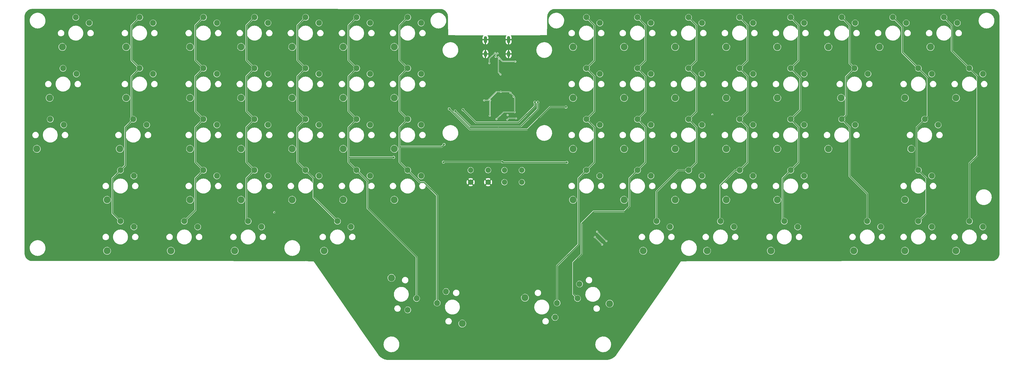
<source format=gbr>
%TF.GenerationSoftware,KiCad,Pcbnew,(6.0.10)*%
%TF.CreationDate,2023-02-07T21:59:56+13:00*%
%TF.ProjectId,orthoCode,6f727468-6f43-46f6-9465-2e6b69636164,rev?*%
%TF.SameCoordinates,Original*%
%TF.FileFunction,Copper,L2,Bot*%
%TF.FilePolarity,Positive*%
%FSLAX46Y46*%
G04 Gerber Fmt 4.6, Leading zero omitted, Abs format (unit mm)*
G04 Created by KiCad (PCBNEW (6.0.10)) date 2023-02-07 21:59:56*
%MOMM*%
%LPD*%
G01*
G04 APERTURE LIST*
%TA.AperFunction,ComponentPad*%
%ADD10C,2.000000*%
%TD*%
%TA.AperFunction,ComponentPad*%
%ADD11C,2.200000*%
%TD*%
%TA.AperFunction,ComponentPad*%
%ADD12C,2.600000*%
%TD*%
%TA.AperFunction,ComponentPad*%
%ADD13O,1.200000X2.200000*%
%TD*%
%TA.AperFunction,ComponentPad*%
%ADD14O,1.200000X2.700000*%
%TD*%
%TA.AperFunction,ComponentPad*%
%ADD15O,1.200000X2.600000*%
%TD*%
%TA.AperFunction,ViaPad*%
%ADD16C,0.800000*%
%TD*%
%TA.AperFunction,ViaPad*%
%ADD17C,0.400000*%
%TD*%
%TA.AperFunction,Conductor*%
%ADD18C,0.127000*%
%TD*%
%TA.AperFunction,Conductor*%
%ADD19C,0.400000*%
%TD*%
%TA.AperFunction,Conductor*%
%ADD20C,0.130000*%
%TD*%
G04 APERTURE END LIST*
D10*
%TO.P,BOOT1,1,1*%
%TO.N,Net-(BOOT1-Pad1)*%
X211650000Y-117900000D03*
X205150000Y-117900000D03*
%TO.P,BOOT1,2,2*%
%TO.N,boot*%
X205150000Y-122400000D03*
X211650000Y-122400000D03*
%TD*%
D11*
%TO.P,K1:8,2*%
%TO.N,Net-(D1:8-Pad2)*%
X233160387Y-160460133D03*
%TO.P,K1:8,1*%
%TO.N,Col8*%
X232426038Y-165833282D03*
D12*
%TO.P,K1:8,*%
%TO.N,*%
X244393613Y-167802961D03*
%TD*%
D11*
%TO.P,K1:1,2*%
%TO.N,Net-(D1:1-Pad2)*%
X66912500Y-139075000D03*
%TO.P,K1:1,1*%
%TO.N,Col1*%
X61912500Y-136975000D03*
D12*
%TO.P,K1:1,*%
%TO.N,*%
X56912500Y-148025000D03*
%TD*%
D11*
%TO.P,K1:2,2*%
%TO.N,Net-(D1:2-Pad2)*%
X90725000Y-139075000D03*
%TO.P,K1:2,1*%
%TO.N,Col2*%
X85725000Y-136975000D03*
D12*
%TO.P,K1:2,*%
%TO.N,*%
X80725000Y-148025000D03*
%TD*%
D11*
%TO.P,K1:3,2*%
%TO.N,Net-(D1:3-Pad2)*%
X114537500Y-139075000D03*
%TO.P,K1:3,1*%
%TO.N,Col3*%
X109537500Y-136975000D03*
D12*
%TO.P,K1:3,*%
%TO.N,*%
X104537500Y-148025000D03*
%TD*%
D11*
%TO.P,K1:4,2*%
%TO.N,Net-(D1:4-Pad2)*%
X147875000Y-139075000D03*
%TO.P,K1:4,1*%
%TO.N,Col4*%
X142875000Y-136975000D03*
D12*
%TO.P,K1:4,*%
%TO.N,*%
X137875000Y-148025000D03*
%TD*%
D11*
%TO.P,K1:5,2*%
%TO.N,Net-(D1:5-Pad2)*%
X169063923Y-170119392D03*
%TO.P,K1:5,1*%
%TO.N,Col5*%
X172386462Y-165833282D03*
D12*
%TO.P,K1:5,*%
%TO.N,*%
X163007077Y-158143703D03*
%TD*%
D11*
%TO.P,K1:6,2*%
%TO.N,Net-(D1:6-Pad2)*%
X183361077Y-163255608D03*
%TO.P,K1:6,1*%
%TO.N,Col6*%
X180038538Y-167541718D03*
D12*
%TO.P,K1:6,*%
%TO.N,*%
X189417923Y-175231297D03*
%TD*%
D11*
%TO.P,K1:7,2*%
%TO.N,Net-(D1:7-Pad2)*%
X224039613Y-172914867D03*
%TO.P,K1:7,1*%
%TO.N,Col7*%
X224773962Y-167541718D03*
D12*
%TO.P,K1:7,*%
%TO.N,*%
X212806387Y-165572039D03*
%TD*%
D11*
%TO.P,K1:9,2*%
%TO.N,Net-(D1:9-Pad2)*%
X266937500Y-139075000D03*
%TO.P,K1:9,1*%
%TO.N,Col9*%
X261937500Y-136975000D03*
D12*
%TO.P,K1:9,*%
%TO.N,*%
X256937500Y-148025000D03*
%TD*%
D11*
%TO.P,K1:10,2*%
%TO.N,Net-(D1:10-Pad2)*%
X290750000Y-139075000D03*
%TO.P,K1:10,1*%
%TO.N,Col10*%
X285750000Y-136975000D03*
D12*
%TO.P,K1:10,*%
%TO.N,*%
X280750000Y-148025000D03*
%TD*%
D11*
%TO.P,K1:11,2*%
%TO.N,Net-(D1:11-Pad2)*%
X314562500Y-139075000D03*
%TO.P,K1:11,1*%
%TO.N,Col11*%
X309562500Y-136975000D03*
D12*
%TO.P,K1:11,*%
%TO.N,*%
X304562500Y-148025000D03*
%TD*%
D11*
%TO.P,K1:12,2*%
%TO.N,Net-(D1:12-Pad2)*%
X345518750Y-139075000D03*
%TO.P,K1:12,1*%
%TO.N,Col12*%
X340518750Y-136975000D03*
D12*
%TO.P,K1:12,*%
%TO.N,*%
X335518750Y-148025000D03*
%TD*%
D11*
%TO.P,K1:13,2*%
%TO.N,Net-(D1:13-Pad2)*%
X364568750Y-139075000D03*
%TO.P,K1:13,1*%
%TO.N,Col13*%
X359568750Y-136975000D03*
D12*
%TO.P,K1:13,*%
%TO.N,*%
X354568750Y-148025000D03*
%TD*%
D11*
%TO.P,K1:14,2*%
%TO.N,Net-(D1:14-Pad2)*%
X383618750Y-139075000D03*
%TO.P,K1:14,1*%
%TO.N,Col14*%
X378618750Y-136975000D03*
D12*
%TO.P,K1:14,*%
%TO.N,*%
X373618750Y-148025000D03*
%TD*%
D11*
%TO.P,K2:2,2*%
%TO.N,Net-(D2:2-Pad2)*%
X97868750Y-120025000D03*
%TO.P,K2:2,1*%
%TO.N,Col2*%
X92868750Y-117925000D03*
D12*
%TO.P,K2:2,*%
%TO.N,*%
X87868750Y-128975000D03*
%TD*%
D11*
%TO.P,K2:3,2*%
%TO.N,Net-(D2:3-Pad2)*%
X116918750Y-120025000D03*
%TO.P,K2:3,1*%
%TO.N,Col3*%
X111918750Y-117925000D03*
D12*
%TO.P,K2:3,*%
%TO.N,*%
X106918750Y-128975000D03*
%TD*%
D11*
%TO.P,K2:4,2*%
%TO.N,Net-(D2:4-Pad2)*%
X135968750Y-120025000D03*
%TO.P,K2:4,1*%
%TO.N,Col4*%
X130968750Y-117925000D03*
D12*
%TO.P,K2:4,*%
%TO.N,*%
X125968750Y-128975000D03*
%TD*%
D11*
%TO.P,K2:5,2*%
%TO.N,Net-(D2:5-Pad2)*%
X155018750Y-120025000D03*
%TO.P,K2:5,1*%
%TO.N,Col5*%
X150018750Y-117925000D03*
D12*
%TO.P,K2:5,*%
%TO.N,*%
X145018750Y-128975000D03*
%TD*%
D11*
%TO.P,K2:6,2*%
%TO.N,Net-(D2:6-Pad2)*%
X174068750Y-120025000D03*
%TO.P,K2:6,1*%
%TO.N,Col6*%
X169068750Y-117925000D03*
D12*
%TO.P,K2:6,*%
%TO.N,*%
X164068750Y-128975000D03*
%TD*%
D11*
%TO.P,K2:7,2*%
%TO.N,Net-(D2:7-Pad2)*%
X240743750Y-120025000D03*
%TO.P,K2:7,1*%
%TO.N,Col7*%
X235743750Y-117925000D03*
D12*
%TO.P,K2:7,*%
%TO.N,*%
X230743750Y-128975000D03*
%TD*%
D11*
%TO.P,K2:8,2*%
%TO.N,Net-(D2:8-Pad2)*%
X259793750Y-120025000D03*
%TO.P,K2:8,1*%
%TO.N,Col8*%
X254793750Y-117925000D03*
D12*
%TO.P,K2:8,*%
%TO.N,*%
X249793750Y-128975000D03*
%TD*%
D11*
%TO.P,K2:9,2*%
%TO.N,Net-(D2:9-Pad2)*%
X278843750Y-120025000D03*
%TO.P,K2:9,1*%
%TO.N,Col9*%
X273843750Y-117925000D03*
D12*
%TO.P,K2:9,*%
%TO.N,*%
X268843750Y-128975000D03*
%TD*%
D11*
%TO.P,K2:10,2*%
%TO.N,Net-(D2:10-Pad2)*%
X297893750Y-120025000D03*
%TO.P,K2:10,1*%
%TO.N,Col10*%
X292893750Y-117925000D03*
D12*
%TO.P,K2:10,*%
%TO.N,*%
X287893750Y-128975000D03*
%TD*%
D11*
%TO.P,K2:11,2*%
%TO.N,Net-(D2:11-Pad2)*%
X316943750Y-120025000D03*
%TO.P,K2:11,1*%
%TO.N,Col11*%
X311943750Y-117925000D03*
D12*
%TO.P,K2:11,*%
%TO.N,*%
X306943750Y-128975000D03*
%TD*%
D11*
%TO.P,K2:13,2*%
%TO.N,Net-(D2:13-Pad2)*%
X364568750Y-120025000D03*
%TO.P,K2:13,1*%
%TO.N,Col13*%
X359568750Y-117925000D03*
D12*
%TO.P,K2:13,*%
%TO.N,*%
X354568750Y-128975000D03*
%TD*%
D11*
%TO.P,K3:0,2*%
%TO.N,Net-(D3:0-Pad2)*%
X40718750Y-100975000D03*
%TO.P,K3:0,1*%
%TO.N,Col0*%
X35718750Y-98875000D03*
D12*
%TO.P,K3:0,*%
%TO.N,*%
X30718750Y-109925000D03*
%TD*%
D11*
%TO.P,K3:1,2*%
%TO.N,Net-(D3:1-Pad2)*%
X71675000Y-100975000D03*
%TO.P,K3:1,1*%
%TO.N,Col1*%
X66675000Y-98875000D03*
D12*
%TO.P,K3:1,*%
%TO.N,*%
X61675000Y-109925000D03*
%TD*%
D11*
%TO.P,K3:2,2*%
%TO.N,Net-(D3:2-Pad2)*%
X97868750Y-100975000D03*
%TO.P,K3:2,1*%
%TO.N,Col2*%
X92868750Y-98875000D03*
D12*
%TO.P,K3:2,*%
%TO.N,*%
X87868750Y-109925000D03*
%TD*%
D11*
%TO.P,K3:3,2*%
%TO.N,Net-(D3:3-Pad2)*%
X116918750Y-100975000D03*
%TO.P,K3:3,1*%
%TO.N,Col3*%
X111918750Y-98875000D03*
D12*
%TO.P,K3:3,*%
%TO.N,*%
X106918750Y-109925000D03*
%TD*%
D11*
%TO.P,K3:4,2*%
%TO.N,Net-(D3:4-Pad2)*%
X135968750Y-100975000D03*
%TO.P,K3:4,1*%
%TO.N,Col4*%
X130968750Y-98875000D03*
D12*
%TO.P,K3:4,*%
%TO.N,*%
X125968750Y-109925000D03*
%TD*%
D11*
%TO.P,K3:5,2*%
%TO.N,Net-(D3:5-Pad2)*%
X155018750Y-100975000D03*
%TO.P,K3:5,1*%
%TO.N,Col5*%
X150018750Y-98875000D03*
D12*
%TO.P,K3:5,*%
%TO.N,*%
X145018750Y-109925000D03*
%TD*%
D11*
%TO.P,K3:6,2*%
%TO.N,Net-(D3:6-Pad2)*%
X174068750Y-100975000D03*
%TO.P,K3:6,1*%
%TO.N,Col6*%
X169068750Y-98875000D03*
D12*
%TO.P,K3:6,*%
%TO.N,*%
X164068750Y-109925000D03*
%TD*%
D11*
%TO.P,K3:7,2*%
%TO.N,Net-(D3:7-Pad2)*%
X240743750Y-100975000D03*
%TO.P,K3:7,1*%
%TO.N,Col7*%
X235743750Y-98875000D03*
D12*
%TO.P,K3:7,*%
%TO.N,*%
X230743750Y-109925000D03*
%TD*%
D11*
%TO.P,K3:8,2*%
%TO.N,Net-(D3:8-Pad2)*%
X259793750Y-100975000D03*
%TO.P,K3:8,1*%
%TO.N,Col8*%
X254793750Y-98875000D03*
D12*
%TO.P,K3:8,*%
%TO.N,*%
X249793750Y-109925000D03*
%TD*%
D11*
%TO.P,K3:9,2*%
%TO.N,Net-(D3:9-Pad2)*%
X278843750Y-100975000D03*
%TO.P,K3:9,1*%
%TO.N,Col9*%
X273843750Y-98875000D03*
D12*
%TO.P,K3:9,*%
%TO.N,*%
X268843750Y-109925000D03*
%TD*%
D11*
%TO.P,K3:10,2*%
%TO.N,Net-(D3:10-Pad2)*%
X297893750Y-100975000D03*
%TO.P,K3:10,1*%
%TO.N,Col10*%
X292893750Y-98875000D03*
D12*
%TO.P,K3:10,*%
%TO.N,*%
X287893750Y-109925000D03*
%TD*%
D11*
%TO.P,K3:11,2*%
%TO.N,Net-(D3:11-Pad2)*%
X316943750Y-100975000D03*
%TO.P,K3:11,1*%
%TO.N,Col11*%
X311943750Y-98875000D03*
D12*
%TO.P,K3:11,*%
%TO.N,*%
X306943750Y-109925000D03*
%TD*%
D11*
%TO.P,K3:12,2*%
%TO.N,Net-(D3:12-Pad2)*%
X335993750Y-100975000D03*
%TO.P,K3:12,1*%
%TO.N,Col12*%
X330993750Y-98875000D03*
D12*
%TO.P,K3:12,*%
%TO.N,*%
X325993750Y-109925000D03*
%TD*%
D11*
%TO.P,K3:13,2*%
%TO.N,Net-(D3:13-Pad2)*%
X366950000Y-100975000D03*
%TO.P,K3:13,1*%
%TO.N,Col13*%
X361950000Y-98875000D03*
D12*
%TO.P,K3:13,*%
%TO.N,*%
X356950000Y-109925000D03*
%TD*%
D11*
%TO.P,K4:0,2*%
%TO.N,Net-(D4:0-Pad2)*%
X45481250Y-81925000D03*
%TO.P,K4:0,1*%
%TO.N,Col0*%
X40481250Y-79825000D03*
D12*
%TO.P,K4:0,*%
%TO.N,*%
X35481250Y-90875000D03*
%TD*%
D11*
%TO.P,K4:1,2*%
%TO.N,Net-(D4:1-Pad2)*%
X74056250Y-81925000D03*
%TO.P,K4:1,1*%
%TO.N,Col1*%
X69056250Y-79825000D03*
D12*
%TO.P,K4:1,*%
%TO.N,*%
X64056250Y-90875000D03*
%TD*%
D11*
%TO.P,K4:2,2*%
%TO.N,Net-(D4:2-Pad2)*%
X97868750Y-81925000D03*
%TO.P,K4:2,1*%
%TO.N,Col2*%
X92868750Y-79825000D03*
D12*
%TO.P,K4:2,*%
%TO.N,*%
X87868750Y-90875000D03*
%TD*%
D11*
%TO.P,K4:3,2*%
%TO.N,Net-(D4:3-Pad2)*%
X116918750Y-81925000D03*
%TO.P,K4:3,1*%
%TO.N,Col3*%
X111918750Y-79825000D03*
D12*
%TO.P,K4:3,*%
%TO.N,*%
X106918750Y-90875000D03*
%TD*%
D11*
%TO.P,K4:4,2*%
%TO.N,Net-(D4:4-Pad2)*%
X135968750Y-81925000D03*
%TO.P,K4:4,1*%
%TO.N,Col4*%
X130968750Y-79825000D03*
D12*
%TO.P,K4:4,*%
%TO.N,*%
X125968750Y-90875000D03*
%TD*%
D11*
%TO.P,K4:5,2*%
%TO.N,Net-(D4:5-Pad2)*%
X155018750Y-81925000D03*
%TO.P,K4:5,1*%
%TO.N,Col5*%
X150018750Y-79825000D03*
D12*
%TO.P,K4:5,*%
%TO.N,*%
X145018750Y-90875000D03*
%TD*%
D11*
%TO.P,K4:6,2*%
%TO.N,Net-(D4:6-Pad2)*%
X174068750Y-81925000D03*
%TO.P,K4:6,1*%
%TO.N,Col6*%
X169068750Y-79825000D03*
D12*
%TO.P,K4:6,*%
%TO.N,*%
X164068750Y-90875000D03*
%TD*%
D11*
%TO.P,K4:7,2*%
%TO.N,Net-(D4:7-Pad2)*%
X240743750Y-81925000D03*
%TO.P,K4:7,1*%
%TO.N,Col7*%
X235743750Y-79825000D03*
D12*
%TO.P,K4:7,*%
%TO.N,*%
X230743750Y-90875000D03*
%TD*%
D11*
%TO.P,K4:8,2*%
%TO.N,Net-(D4:8-Pad2)*%
X259793750Y-81925000D03*
%TO.P,K4:8,1*%
%TO.N,Col8*%
X254793750Y-79825000D03*
D12*
%TO.P,K4:8,*%
%TO.N,*%
X249793750Y-90875000D03*
%TD*%
D11*
%TO.P,K4:9,2*%
%TO.N,Net-(D4:9-Pad2)*%
X278843750Y-81925000D03*
%TO.P,K4:9,1*%
%TO.N,Col9*%
X273843750Y-79825000D03*
D12*
%TO.P,K4:9,*%
%TO.N,*%
X268843750Y-90875000D03*
%TD*%
D11*
%TO.P,K4:10,2*%
%TO.N,Net-(D4:10-Pad2)*%
X297893750Y-81925000D03*
%TO.P,K4:10,1*%
%TO.N,Col10*%
X292893750Y-79825000D03*
D12*
%TO.P,K4:10,*%
%TO.N,*%
X287893750Y-90875000D03*
%TD*%
D11*
%TO.P,K4:11,2*%
%TO.N,Net-(D4:11-Pad2)*%
X316943750Y-81925000D03*
%TO.P,K4:11,1*%
%TO.N,Col11*%
X311943750Y-79825000D03*
D12*
%TO.P,K4:11,*%
%TO.N,*%
X306943750Y-90875000D03*
%TD*%
D11*
%TO.P,K4:12,2*%
%TO.N,Net-(D4:12-Pad2)*%
X340756250Y-81925000D03*
%TO.P,K4:12,1*%
%TO.N,Col12*%
X335756250Y-79825000D03*
D12*
%TO.P,K4:12,*%
%TO.N,*%
X330756250Y-90875000D03*
%TD*%
D11*
%TO.P,K4:13,2*%
%TO.N,Net-(D4:13-Pad2)*%
X364568750Y-81925000D03*
%TO.P,K4:13,1*%
%TO.N,Col13*%
X359568750Y-79825000D03*
D12*
%TO.P,K4:13,*%
%TO.N,*%
X354568750Y-90875000D03*
%TD*%
D11*
%TO.P,K4:14,2*%
%TO.N,Net-(D4:14-Pad2)*%
X383618750Y-81925000D03*
%TO.P,K4:14,1*%
%TO.N,Col14*%
X378618750Y-79825000D03*
D12*
%TO.P,K4:14,*%
%TO.N,*%
X373618750Y-90875000D03*
%TD*%
D11*
%TO.P,K5:0,2*%
%TO.N,Net-(D5:0-Pad2)*%
X50243750Y-62875000D03*
%TO.P,K5:0,1*%
%TO.N,Col0*%
X45243750Y-60775000D03*
D12*
%TO.P,K5:0,*%
%TO.N,*%
X40243750Y-71825000D03*
%TD*%
D11*
%TO.P,K5:1,2*%
%TO.N,Net-(D5:1-Pad2)*%
X74056250Y-62875000D03*
%TO.P,K5:1,1*%
%TO.N,Col1*%
X69056250Y-60775000D03*
D12*
%TO.P,K5:1,*%
%TO.N,*%
X64056250Y-71825000D03*
%TD*%
D11*
%TO.P,K5:2,2*%
%TO.N,Net-(D5:2-Pad2)*%
X97868750Y-62875000D03*
%TO.P,K5:2,1*%
%TO.N,Col2*%
X92868750Y-60775000D03*
D12*
%TO.P,K5:2,*%
%TO.N,*%
X87868750Y-71825000D03*
%TD*%
D11*
%TO.P,K5:3,2*%
%TO.N,Net-(D5:3-Pad2)*%
X116918750Y-62875000D03*
%TO.P,K5:3,1*%
%TO.N,Col3*%
X111918750Y-60775000D03*
D12*
%TO.P,K5:3,*%
%TO.N,*%
X106918750Y-71825000D03*
%TD*%
D11*
%TO.P,K5:4,2*%
%TO.N,Net-(D5:4-Pad2)*%
X135968750Y-62875000D03*
%TO.P,K5:4,1*%
%TO.N,Col4*%
X130968750Y-60775000D03*
D12*
%TO.P,K5:4,*%
%TO.N,*%
X125968750Y-71825000D03*
%TD*%
D11*
%TO.P,K5:5,2*%
%TO.N,Net-(D5:5-Pad2)*%
X155018750Y-62875000D03*
%TO.P,K5:5,1*%
%TO.N,Col5*%
X150018750Y-60775000D03*
D12*
%TO.P,K5:5,*%
%TO.N,*%
X145018750Y-71825000D03*
%TD*%
D11*
%TO.P,K5:6,2*%
%TO.N,Net-(D5:6-Pad2)*%
X174068750Y-62875000D03*
%TO.P,K5:6,1*%
%TO.N,Col6*%
X169068750Y-60775000D03*
D12*
%TO.P,K5:6,*%
%TO.N,*%
X164068750Y-71825000D03*
%TD*%
D11*
%TO.P,K5:7,2*%
%TO.N,Net-(D5:7-Pad2)*%
X240743750Y-62875000D03*
%TO.P,K5:7,1*%
%TO.N,Col7*%
X235743750Y-60775000D03*
D12*
%TO.P,K5:7,*%
%TO.N,*%
X230743750Y-71825000D03*
%TD*%
D11*
%TO.P,K5:8,2*%
%TO.N,Net-(D5:8-Pad2)*%
X259793750Y-62875000D03*
%TO.P,K5:8,1*%
%TO.N,Col8*%
X254793750Y-60775000D03*
D12*
%TO.P,K5:8,*%
%TO.N,*%
X249793750Y-71825000D03*
%TD*%
D11*
%TO.P,K5:9,2*%
%TO.N,Net-(D5:9-Pad2)*%
X278843750Y-62875000D03*
%TO.P,K5:9,1*%
%TO.N,Col9*%
X273843750Y-60775000D03*
D12*
%TO.P,K5:9,*%
%TO.N,*%
X268843750Y-71825000D03*
%TD*%
D11*
%TO.P,K5:10,2*%
%TO.N,Net-(D5:10-Pad2)*%
X297893750Y-62875000D03*
%TO.P,K5:10,1*%
%TO.N,Col10*%
X292893750Y-60775000D03*
D12*
%TO.P,K5:10,*%
%TO.N,*%
X287893750Y-71825000D03*
%TD*%
D11*
%TO.P,K5:11,2*%
%TO.N,Net-(D5:11-Pad2)*%
X316943750Y-62875000D03*
%TO.P,K5:11,1*%
%TO.N,Col11*%
X311943750Y-60775000D03*
D12*
%TO.P,K5:11,*%
%TO.N,*%
X306943750Y-71825000D03*
%TD*%
D11*
%TO.P,K5:12,2*%
%TO.N,Net-(D5:12-Pad2)*%
X335993750Y-62875000D03*
%TO.P,K5:12,1*%
%TO.N,Col12*%
X330993750Y-60775000D03*
D12*
%TO.P,K5:12,*%
%TO.N,*%
X325993750Y-71825000D03*
%TD*%
D11*
%TO.P,K5:13,2*%
%TO.N,Net-(D5:13-Pad2)*%
X355043750Y-62875000D03*
%TO.P,K5:13,1*%
%TO.N,Col13*%
X350043750Y-60775000D03*
D12*
%TO.P,K5:13,*%
%TO.N,*%
X345043750Y-71825000D03*
%TD*%
D11*
%TO.P,K5:14,2*%
%TO.N,Net-(D5:14-Pad2)*%
X374093750Y-62875000D03*
%TO.P,K5:14,1*%
%TO.N,Col14*%
X369093750Y-60775000D03*
D12*
%TO.P,K5:14,*%
%TO.N,*%
X364093750Y-71825000D03*
%TD*%
D10*
%TO.P,RESET1,1,1*%
%TO.N,USBGND*%
X192550000Y-122400000D03*
X199050000Y-122400000D03*
%TO.P,RESET1,2,2*%
%TO.N,reset*%
X199050000Y-117900000D03*
X192550000Y-117900000D03*
%TD*%
D11*
%TO.P,K2:1,2*%
%TO.N,Net-(D2:1-Pad2)*%
X66912500Y-120025000D03*
%TO.P,K2:1,1*%
%TO.N,Col1*%
X61912500Y-117925000D03*
D12*
%TO.P,K2:1,*%
%TO.N,*%
X56912500Y-128975000D03*
%TD*%
D13*
%TO.P,USB1,S1,SHIELD*%
%TO.N,USBGND*%
X206720000Y-74472500D03*
%TO.P,USB1,S2,SHIELD*%
X198080000Y-74472500D03*
D14*
%TO.P,USB1,S3,SHIELD*%
X206720000Y-69112500D03*
D15*
%TO.P,USB1,S4,SHIELD*%
X198080000Y-69112500D03*
%TD*%
D16*
%TO.N,Col5*%
X163800000Y-113100000D03*
%TO.N,Col6*%
X182600000Y-108300000D03*
D17*
%TO.N,Col13*%
X243200000Y-144400000D03*
X239700000Y-140900000D03*
%TO.N,Col14*%
X206200000Y-99000000D03*
X238900000Y-142900000D03*
X206350000Y-97300000D03*
X241600000Y-145700000D03*
X209500000Y-98500000D03*
%TO.N,reset*%
X199800000Y-91800000D03*
X199700000Y-97500000D03*
D16*
%TO.N,Row2*%
X182400000Y-114900000D03*
X204386500Y-114786500D03*
X228400000Y-115000000D03*
D17*
%TO.N,Row3*%
X204800000Y-102700000D03*
D16*
X184600000Y-95000000D03*
X228100000Y-94300000D03*
%TO.N,Row4*%
X217600000Y-92500000D03*
X186800000Y-95800000D03*
D17*
X202900000Y-101500000D03*
%TO.N,Row5*%
X203300000Y-100100000D03*
D16*
X189700000Y-95300000D03*
X216500000Y-92500000D03*
D17*
%TO.N,VBUS*%
X209000000Y-96200000D03*
X208600000Y-90400000D03*
X202200000Y-98800000D03*
X207400000Y-89000000D03*
X197600000Y-91800000D03*
X203800000Y-88600000D03*
%TO.N,CC1*%
X209200000Y-77300000D03*
X203400000Y-76200000D03*
%TO.N,CC2*%
X201639456Y-74143143D03*
X199500000Y-77900000D03*
%TO.N,DN1*%
X201900000Y-75500000D03*
X202600000Y-74200000D03*
%TO.N,DP1*%
X202900000Y-75700000D03*
X203700000Y-82100000D03*
%TD*%
D18*
%TO.N,VBUS*%
X199000000Y-91800000D02*
X202200000Y-88600000D01*
X202200000Y-88600000D02*
X203800000Y-88600000D01*
X197600000Y-91800000D02*
X199000000Y-91800000D01*
D19*
%TO.N,Col1*%
X66081249Y-76849999D02*
X69056250Y-79825000D01*
X66675000Y-98875000D02*
X63699999Y-101850001D01*
X63699999Y-116137501D02*
X61912500Y-117925000D01*
X58937499Y-120900001D02*
X58937499Y-133999999D01*
X66081249Y-82800001D02*
X66081249Y-98281249D01*
X69056250Y-79825000D02*
X66081249Y-82800001D01*
X66081249Y-63750001D02*
X66081249Y-76849999D01*
X61912500Y-117925000D02*
X58937499Y-120900001D01*
X58937499Y-133999999D02*
X61912500Y-136975000D01*
X66081249Y-98281249D02*
X66675000Y-98875000D01*
X63699999Y-101850001D02*
X63699999Y-116137501D01*
X69056250Y-60775000D02*
X66081249Y-63750001D01*
%TO.N,Col2*%
X92868750Y-117925000D02*
X89893749Y-114949999D01*
X89893749Y-120900001D02*
X92868750Y-117925000D01*
X89893749Y-63750001D02*
X92868750Y-60775000D01*
X89893749Y-76849999D02*
X89893749Y-63750001D01*
X92868750Y-79825000D02*
X89893749Y-76849999D01*
X89893749Y-132806251D02*
X89893749Y-120900001D01*
X89893749Y-114949999D02*
X89893749Y-101850001D01*
X89893749Y-95899999D02*
X89893749Y-82800001D01*
X92868750Y-98875000D02*
X89893749Y-95899999D01*
X89893749Y-101850001D02*
X92868750Y-98875000D01*
X85725000Y-136975000D02*
X89893749Y-132806251D01*
X89893749Y-82800001D02*
X92868750Y-79825000D01*
%TO.N,Col3*%
X111918750Y-79825000D02*
X108943749Y-82800001D01*
X108943749Y-101850001D02*
X108943749Y-114949999D01*
X111918750Y-117925000D02*
X108943749Y-120900001D01*
X108943749Y-95899999D02*
X111918750Y-98875000D01*
X108943749Y-76849999D02*
X111918750Y-79825000D01*
X108943749Y-63750001D02*
X108943749Y-76849999D01*
X108943749Y-114949999D02*
X111918750Y-117925000D01*
X108943749Y-82800001D02*
X108943749Y-95899999D01*
X111918750Y-60775000D02*
X108943749Y-63750001D01*
X111918750Y-98875000D02*
X108943749Y-101850001D01*
X108943749Y-136381249D02*
X109537500Y-136975000D01*
X108943749Y-120900001D02*
X108943749Y-136381249D01*
%TO.N,Col4*%
X127993749Y-101850001D02*
X130968750Y-98875000D01*
X127993749Y-114949999D02*
X127993749Y-101850001D01*
X130968750Y-117925000D02*
X127993749Y-114949999D01*
X130968750Y-79825000D02*
X127993749Y-76849999D01*
X133943751Y-120900001D02*
X130968750Y-117925000D01*
X127993749Y-63750001D02*
X130968750Y-60775000D01*
X127993749Y-82800001D02*
X130968750Y-79825000D01*
X142875000Y-136975000D02*
X133943751Y-128043751D01*
X133943751Y-128043751D02*
X133943751Y-120900001D01*
X127993749Y-76849999D02*
X127993749Y-63750001D01*
X127993749Y-95899999D02*
X127993749Y-82800001D01*
X130968750Y-98875000D02*
X127993749Y-95899999D01*
%TO.N,Col5*%
X147043749Y-114949999D02*
X150018750Y-117925000D01*
X147043749Y-95899999D02*
X150018750Y-98875000D01*
X147043749Y-76849999D02*
X150018750Y-79825000D01*
X150018750Y-60775000D02*
X147043749Y-63750001D01*
X147043749Y-113143749D02*
X147043749Y-114949999D01*
X163756251Y-113143749D02*
X163800000Y-113100000D01*
X150018750Y-98875000D02*
X147043749Y-101850001D01*
X147043749Y-63750001D02*
X147043749Y-76849999D01*
X172386462Y-150386462D02*
X172386462Y-165833282D01*
X154118749Y-132118749D02*
X172386462Y-150386462D01*
X147043749Y-113143749D02*
X163756251Y-113143749D01*
X150018750Y-79825000D02*
X147043749Y-82800001D01*
X150018750Y-117925000D02*
X154118749Y-122024999D01*
X147043749Y-101850001D02*
X147043749Y-113143749D01*
X154118749Y-122024999D02*
X154118749Y-132118749D01*
X147043749Y-82800001D02*
X147043749Y-95899999D01*
%TO.N,Col6*%
X175148650Y-122424999D02*
X180038538Y-127314887D01*
X166093749Y-109193749D02*
X181706251Y-109193749D01*
X169068750Y-98875000D02*
X166093749Y-95899999D01*
X166093749Y-76849999D02*
X166093749Y-63750001D01*
X169068750Y-79825000D02*
X166093749Y-76849999D01*
X181706251Y-109193749D02*
X182600000Y-108300000D01*
X173568749Y-122424999D02*
X175148650Y-122424999D01*
X180038538Y-127314887D02*
X180038538Y-167541718D01*
X166093749Y-63750001D02*
X169068750Y-60775000D01*
X166093749Y-82800001D02*
X169068750Y-79825000D01*
X169068750Y-117925000D02*
X173568749Y-122424999D01*
X166093749Y-114949999D02*
X166093749Y-109193749D01*
X166093749Y-109193749D02*
X166093749Y-101850001D01*
X166093749Y-95899999D02*
X166093749Y-82800001D01*
X166093749Y-101850001D02*
X169068750Y-98875000D01*
X169068750Y-117925000D02*
X166093749Y-114949999D01*
%TO.N,Col7*%
X238718751Y-114949999D02*
X235743750Y-117925000D01*
X235743750Y-79825000D02*
X238718751Y-82800001D01*
X238718751Y-101850001D02*
X238718751Y-114949999D01*
X238718751Y-63750001D02*
X238718751Y-76849999D01*
X224773962Y-153626038D02*
X224773962Y-167541718D01*
X235743750Y-98875000D02*
X238718751Y-101850001D01*
X238718751Y-76849999D02*
X235743750Y-79825000D01*
X238718751Y-95899999D02*
X235743750Y-98875000D01*
X232768749Y-120900001D02*
X232768749Y-145631251D01*
X235743750Y-60775000D02*
X238718751Y-63750001D01*
X235743750Y-117925000D02*
X232768749Y-120900001D01*
X232768749Y-145631251D02*
X224773962Y-153626038D01*
X238718751Y-82800001D02*
X238718751Y-95899999D01*
%TO.N,Col9*%
X273843750Y-98875000D02*
X276818751Y-101850001D01*
X273843750Y-60775000D02*
X276818751Y-63750001D01*
X261937500Y-125862500D02*
X269875000Y-117925000D01*
X276818751Y-95899999D02*
X273843750Y-98875000D01*
X261937500Y-136975000D02*
X261937500Y-125862500D01*
X276818751Y-82800001D02*
X276818751Y-95899999D01*
X276818751Y-63750001D02*
X276818751Y-76849999D01*
X273843750Y-79825000D02*
X276818751Y-82800001D01*
X276818751Y-114949999D02*
X273843750Y-117925000D01*
X276818751Y-101850001D02*
X276818751Y-114949999D01*
X269875000Y-117925000D02*
X273843750Y-117925000D01*
X276818751Y-76849999D02*
X273843750Y-79825000D01*
%TO.N,Col10*%
X285750000Y-123488849D02*
X291313849Y-117925000D01*
X292893750Y-79825000D02*
X295868751Y-82800001D01*
X295868751Y-114949999D02*
X292893750Y-117925000D01*
X295868751Y-63750001D02*
X292893750Y-60775000D01*
X295868751Y-82800001D02*
X295868751Y-95899999D01*
X295868751Y-95899999D02*
X292893750Y-98875000D01*
X285750000Y-136975000D02*
X285750000Y-123488849D01*
X295868751Y-101850001D02*
X295868751Y-114949999D01*
X292893750Y-79825000D02*
X295868751Y-76849999D01*
X295868751Y-76849999D02*
X295868751Y-63750001D01*
X292893750Y-98875000D02*
X295868751Y-101850001D01*
X291313849Y-117925000D02*
X292893750Y-117925000D01*
%TO.N,Col11*%
X314918751Y-76849999D02*
X314918751Y-63750001D01*
X308968749Y-136381249D02*
X308968749Y-120900001D01*
X315516750Y-95302000D02*
X315516750Y-83398000D01*
X311943750Y-79825000D02*
X314918751Y-76849999D01*
X314918751Y-114949999D02*
X314918751Y-101850001D01*
X311943750Y-98875000D02*
X315516750Y-95302000D01*
X309562500Y-136975000D02*
X308968749Y-136381249D01*
X308968749Y-120900001D02*
X311943750Y-117925000D01*
X315516750Y-83398000D02*
X311943750Y-79825000D01*
X314918751Y-101850001D02*
X311943750Y-98875000D01*
X314918751Y-63750001D02*
X311943750Y-60775000D01*
X311943750Y-117925000D02*
X314918751Y-114949999D01*
%TO.N,Col12*%
X340518750Y-126718750D02*
X333968751Y-120168751D01*
X332600000Y-97268750D02*
X332600000Y-82981250D01*
X330993750Y-98875000D02*
X332600000Y-97268750D01*
X333968751Y-63750001D02*
X330993750Y-60775000D01*
X333968751Y-78037501D02*
X333968751Y-63750001D01*
X332600000Y-82981250D02*
X335756250Y-79825000D01*
X335756250Y-79825000D02*
X333968751Y-78037501D01*
X333968751Y-101850001D02*
X330993750Y-98875000D01*
X340518750Y-136975000D02*
X340518750Y-126718750D01*
X333968751Y-120168751D02*
X333968751Y-101850001D01*
%TO.N,Col13*%
X359568750Y-117925000D02*
X358974999Y-117331249D01*
X363049999Y-97775001D02*
X363049999Y-83306249D01*
X353571875Y-73828125D02*
X353571875Y-64303125D01*
D18*
X243200000Y-144400000D02*
X239700000Y-140900000D01*
D19*
X359568750Y-79825000D02*
X353571875Y-73828125D01*
X353571875Y-64303125D02*
X350043750Y-60775000D01*
X362543751Y-120900001D02*
X359568750Y-117925000D01*
X363049999Y-83306249D02*
X359568750Y-79825000D01*
X359568750Y-136975000D02*
X362543751Y-133999999D01*
X361950000Y-98875000D02*
X363049999Y-97775001D01*
X358974999Y-117331249D02*
X358974999Y-101850001D01*
X362543751Y-133999999D02*
X362543751Y-120900001D01*
X358974999Y-101850001D02*
X361950000Y-98875000D01*
D18*
%TO.N,Col14*%
X238900000Y-143000000D02*
X238900000Y-142900000D01*
D19*
X381593751Y-82800001D02*
X378618750Y-79825000D01*
X369093750Y-60775000D02*
X372068751Y-63750001D01*
D18*
X241600000Y-145700000D02*
X238900000Y-143000000D01*
X206700000Y-98500000D02*
X206200000Y-99000000D01*
D19*
X381593751Y-112393751D02*
X381593751Y-82800001D01*
X378618750Y-136975000D02*
X378618750Y-115368752D01*
D18*
X209500000Y-98500000D02*
X206700000Y-98500000D01*
D19*
X372068751Y-63750001D02*
X372068751Y-73275001D01*
X372068751Y-73275001D02*
X378618750Y-79825000D01*
X378618750Y-115368752D02*
X381593751Y-112393751D01*
%TO.N,Col8*%
X257768751Y-76849999D02*
X257768751Y-63750001D01*
X233950000Y-149250000D02*
X230800000Y-152400000D01*
X251818749Y-131381251D02*
X249850000Y-133350000D01*
X230800000Y-152400000D02*
X230800000Y-164207244D01*
X254793750Y-117925000D02*
X251818749Y-120900001D01*
X254793750Y-98875000D02*
X257768751Y-95899999D01*
X254793750Y-79825000D02*
X257768751Y-76849999D01*
X251818749Y-120900001D02*
X251818749Y-131381251D01*
X257768751Y-114949999D02*
X257768751Y-101850001D01*
X238350000Y-133350000D02*
X233950000Y-137750000D01*
X230800000Y-164207244D02*
X232426038Y-165833282D01*
X254793750Y-117925000D02*
X257768751Y-114949999D01*
X257768751Y-101850001D02*
X254793750Y-98875000D01*
X257768751Y-82800001D02*
X254793750Y-79825000D01*
X257768751Y-63750001D02*
X254793750Y-60775000D01*
X257768751Y-95899999D02*
X257768751Y-82800001D01*
X233950000Y-137750000D02*
X233950000Y-149250000D01*
X249850000Y-133350000D02*
X238350000Y-133350000D01*
%TO.N,Net-(D3:9-Pad2)*%
X282718750Y-97100000D02*
X282760000Y-97100000D01*
D18*
%TO.N,reset*%
X199700000Y-91900000D02*
X199800000Y-91800000D01*
X199700000Y-97500000D02*
X199700000Y-91900000D01*
D19*
%TO.N,Row1*%
X119250000Y-133700000D02*
X119380000Y-133570000D01*
%TO.N,Row2*%
X204386500Y-114786500D02*
X182513500Y-114786500D01*
X228400000Y-115000000D02*
X204600000Y-115000000D01*
X182513500Y-114786500D02*
X182400000Y-114900000D01*
X204600000Y-115000000D02*
X204386500Y-114786500D01*
D18*
%TO.N,Row3*%
X213184778Y-102700000D02*
X192800000Y-102700000D01*
D19*
X192300000Y-102700000D02*
X204800000Y-102700000D01*
X184600000Y-95000000D02*
X192300000Y-102700000D01*
X222100000Y-94300000D02*
X213700000Y-102700000D01*
X228100000Y-94300000D02*
X222100000Y-94300000D01*
X213700000Y-102700000D02*
X204800000Y-102700000D01*
%TO.N,Row4*%
X217600000Y-92500000D02*
X217600000Y-95100000D01*
X192500000Y-101500000D02*
X202900000Y-101500000D01*
X186800000Y-95800000D02*
X192500000Y-101500000D01*
X217600000Y-95100000D02*
X211200000Y-101500000D01*
X211200000Y-101500000D02*
X202900000Y-101500000D01*
%TO.N,Row5*%
X216500000Y-93900000D02*
X210300000Y-100100000D01*
X216500000Y-92500000D02*
X216500000Y-93900000D01*
X203300000Y-100100000D02*
X210300000Y-100100000D01*
X189700000Y-95300000D02*
X194500000Y-100100000D01*
X194500000Y-100100000D02*
X203300000Y-100100000D01*
D18*
%TO.N,VBUS*%
X204800000Y-96200000D02*
X209000000Y-96200000D01*
X208600000Y-90200000D02*
X208600000Y-90400000D01*
X207000000Y-88600000D02*
X207400000Y-89000000D01*
X207400000Y-89000000D02*
X208600000Y-90200000D01*
X202200000Y-98800000D02*
X204800000Y-96200000D01*
X209000000Y-96200000D02*
X209000000Y-90800000D01*
X203800000Y-88600000D02*
X207000000Y-88600000D01*
X209000000Y-90800000D02*
X208600000Y-90400000D01*
D20*
%TO.N,CC1*%
X203400000Y-76200000D02*
X204500000Y-77300000D01*
X204500000Y-77300000D02*
X209200000Y-77300000D01*
%TO.N,CC2*%
X201639456Y-74143143D02*
X199500000Y-76282599D01*
X199500000Y-76282599D02*
X199500000Y-77900000D01*
D18*
%TO.N,DN1*%
X201900000Y-74900000D02*
X201900000Y-75500000D01*
X202600000Y-74200000D02*
X201900000Y-74900000D01*
%TO.N,DP1*%
X202900000Y-75700000D02*
X202900000Y-81300000D01*
X203400000Y-81800000D02*
X203700000Y-82100000D01*
X202900000Y-81300000D02*
X203400000Y-81800000D01*
%TD*%
%TA.AperFunction,Conductor*%
%TO.N,USBGND*%
G36*
X105449587Y-57638209D02*
G01*
X181174984Y-57648817D01*
X181191145Y-57650945D01*
X181200000Y-57653318D01*
X181207948Y-57651188D01*
X181213930Y-57651188D01*
X181223881Y-57650161D01*
X181342763Y-57656837D01*
X181518121Y-57666686D01*
X181525073Y-57667469D01*
X181684385Y-57694537D01*
X181835733Y-57720253D01*
X181842566Y-57721813D01*
X182025512Y-57774518D01*
X182145355Y-57809044D01*
X182151962Y-57811356D01*
X182443087Y-57931945D01*
X182449394Y-57934982D01*
X182617856Y-58028088D01*
X182725188Y-58087409D01*
X182731122Y-58091138D01*
X182988095Y-58273471D01*
X182988099Y-58273474D01*
X182993579Y-58277844D01*
X183228544Y-58487823D01*
X183233500Y-58492779D01*
X183443460Y-58727727D01*
X183447830Y-58733206D01*
X183529562Y-58848396D01*
X183630180Y-58990205D01*
X183633897Y-58996121D01*
X183786319Y-59271910D01*
X183786324Y-59271919D01*
X183789361Y-59278225D01*
X183817107Y-59345211D01*
X183909950Y-59569357D01*
X183912264Y-59575972D01*
X183999492Y-59878752D01*
X184001052Y-59885585D01*
X184053832Y-60196238D01*
X184053832Y-60196239D01*
X184054616Y-60203198D01*
X184061535Y-60326405D01*
X184071142Y-60497500D01*
X184070131Y-60507294D01*
X184070131Y-60513372D01*
X184068002Y-60521319D01*
X184070372Y-60530163D01*
X184072500Y-60546333D01*
X184072500Y-64374986D01*
X184070372Y-64391156D01*
X184068002Y-64400000D01*
X184068258Y-64400956D01*
X184068616Y-64407792D01*
X184068616Y-64407793D01*
X184074209Y-64514504D01*
X184085364Y-64727361D01*
X184136645Y-65051136D01*
X184137070Y-65052721D01*
X184137071Y-65052727D01*
X184197870Y-65279630D01*
X184199804Y-65294321D01*
X184200000Y-67400000D01*
X186304194Y-67400000D01*
X186320370Y-67402130D01*
X186547273Y-67462929D01*
X186547279Y-67462930D01*
X186548864Y-67463355D01*
X186872639Y-67514636D01*
X187199044Y-67531742D01*
X187200000Y-67531998D01*
X187208844Y-67529628D01*
X187225014Y-67527500D01*
X197246986Y-67527500D01*
X197291180Y-67545806D01*
X197309486Y-67590000D01*
X197292134Y-67633220D01*
X197208569Y-67720514D01*
X197204900Y-67725159D01*
X197093438Y-67897783D01*
X197090714Y-67903039D01*
X197013909Y-68093616D01*
X197012224Y-68099304D01*
X196972704Y-68301674D01*
X196972162Y-68306137D01*
X196972038Y-68308679D01*
X196972000Y-68310210D01*
X196972000Y-68846069D01*
X196975641Y-68854859D01*
X196984431Y-68858500D01*
X199175569Y-68858500D01*
X199184359Y-68854859D01*
X199188000Y-68846069D01*
X199188000Y-68361162D01*
X199187858Y-68358190D01*
X199173241Y-68204990D01*
X199172123Y-68199180D01*
X199114278Y-68002002D01*
X199112082Y-67996513D01*
X199017998Y-67813837D01*
X199014797Y-67808851D01*
X198887867Y-67647262D01*
X198883789Y-67642980D01*
X198877135Y-67637206D01*
X198855753Y-67594415D01*
X198870891Y-67549038D01*
X198918097Y-67527500D01*
X205839122Y-67527500D01*
X205883316Y-67545806D01*
X205901622Y-67590000D01*
X205884270Y-67633219D01*
X205848570Y-67670512D01*
X205844901Y-67675157D01*
X205733438Y-67847783D01*
X205730714Y-67853039D01*
X205653909Y-68043616D01*
X205652224Y-68049304D01*
X205612704Y-68251674D01*
X205612162Y-68256137D01*
X205612038Y-68258679D01*
X205612000Y-68260210D01*
X205612000Y-68846069D01*
X205615641Y-68854859D01*
X205624431Y-68858500D01*
X207815569Y-68858500D01*
X207824359Y-68854859D01*
X207828000Y-68846069D01*
X207828000Y-68311162D01*
X207827858Y-68308190D01*
X207813241Y-68154990D01*
X207812123Y-68149180D01*
X207754278Y-67952002D01*
X207752082Y-67946513D01*
X207657998Y-67763837D01*
X207654797Y-67758851D01*
X207552490Y-67628608D01*
X207539586Y-67582546D01*
X207563032Y-67540850D01*
X207601640Y-67527500D01*
X217974986Y-67527500D01*
X217991156Y-67529628D01*
X218000000Y-67531998D01*
X218000956Y-67531742D01*
X218007792Y-67531384D01*
X218007793Y-67531384D01*
X218164116Y-67523191D01*
X218327361Y-67514636D01*
X218651136Y-67463355D01*
X218652721Y-67462930D01*
X218652727Y-67462929D01*
X218879630Y-67402130D01*
X218895806Y-67400000D01*
X221000000Y-67400000D01*
X221000000Y-66769594D01*
X229041824Y-66769594D01*
X229042309Y-66772415D01*
X229042309Y-66772419D01*
X229052584Y-66832215D01*
X229079188Y-66987043D01*
X229080180Y-66989731D01*
X229080181Y-66989736D01*
X229154562Y-67191355D01*
X229155554Y-67194043D01*
X229157017Y-67196503D01*
X229157018Y-67196504D01*
X229234009Y-67325913D01*
X229268364Y-67383659D01*
X229413840Y-67549543D01*
X229587110Y-67686137D01*
X229782370Y-67788869D01*
X229785097Y-67789716D01*
X229785100Y-67789717D01*
X229897053Y-67824479D01*
X229993083Y-67854297D01*
X230172226Y-67875500D01*
X230299720Y-67875500D01*
X230463461Y-67860454D01*
X230466214Y-67859678D01*
X230466217Y-67859677D01*
X230673059Y-67801342D01*
X230675814Y-67800565D01*
X230678378Y-67799300D01*
X230678382Y-67799299D01*
X230871126Y-67704248D01*
X230871127Y-67704247D01*
X230873697Y-67702980D01*
X230894466Y-67687471D01*
X231048184Y-67572684D01*
X231048186Y-67572683D01*
X231050483Y-67570967D01*
X231200251Y-67408949D01*
X231317986Y-67222350D01*
X231399744Y-67017421D01*
X231403919Y-66996435D01*
X231442230Y-66803830D01*
X231442230Y-66803828D01*
X231442788Y-66801024D01*
X231445676Y-66580406D01*
X231440276Y-66548976D01*
X231408798Y-66365787D01*
X231408312Y-66362957D01*
X231405528Y-66355409D01*
X231332938Y-66158645D01*
X231332936Y-66158642D01*
X231331946Y-66155957D01*
X231313665Y-66125229D01*
X231220603Y-65968806D01*
X231220600Y-65968802D01*
X231219136Y-65966341D01*
X231073660Y-65800457D01*
X230900390Y-65663863D01*
X230705130Y-65561131D01*
X230702403Y-65560284D01*
X230702400Y-65560283D01*
X230497148Y-65496551D01*
X230494417Y-65495703D01*
X230315274Y-65474500D01*
X230187780Y-65474500D01*
X230024039Y-65489546D01*
X230021286Y-65490322D01*
X230021283Y-65490323D01*
X229818604Y-65547484D01*
X229811686Y-65549435D01*
X229809122Y-65550700D01*
X229809118Y-65550701D01*
X229778521Y-65565790D01*
X229613803Y-65647020D01*
X229611504Y-65648737D01*
X229611502Y-65648738D01*
X229535128Y-65705770D01*
X229437017Y-65779033D01*
X229287249Y-65941051D01*
X229169514Y-66127650D01*
X229087756Y-66332579D01*
X229087198Y-66335385D01*
X229087197Y-66335388D01*
X229045270Y-66546170D01*
X229044712Y-66548976D01*
X229044675Y-66551834D01*
X229042377Y-66727375D01*
X229041824Y-66769594D01*
X221000000Y-66769594D01*
X221000000Y-65295806D01*
X221002130Y-65279630D01*
X221062929Y-65052727D01*
X221062930Y-65052721D01*
X221063355Y-65051136D01*
X221114636Y-64727361D01*
X221131742Y-64400956D01*
X221131998Y-64400000D01*
X221129628Y-64391156D01*
X221127500Y-64374986D01*
X221127500Y-61907889D01*
X221568986Y-61907889D01*
X221570665Y-61972014D01*
X221577824Y-62245382D01*
X221625393Y-62579622D01*
X221625852Y-62581370D01*
X221625853Y-62581377D01*
X221665169Y-62731240D01*
X221711064Y-62906180D01*
X221711715Y-62907849D01*
X221711716Y-62907853D01*
X221812451Y-63166223D01*
X221833701Y-63220727D01*
X221991678Y-63519094D01*
X222182901Y-63797326D01*
X222271555Y-63898951D01*
X222389005Y-64033586D01*
X222404837Y-64051735D01*
X222406159Y-64052938D01*
X222406164Y-64052943D01*
X222521737Y-64158106D01*
X222654542Y-64278950D01*
X222928709Y-64475959D01*
X223223702Y-64640150D01*
X223225369Y-64640840D01*
X223225370Y-64640841D01*
X223485386Y-64748543D01*
X223535611Y-64769347D01*
X223860303Y-64861838D01*
X224026888Y-64889117D01*
X224191689Y-64916105D01*
X224191694Y-64916106D01*
X224193474Y-64916397D01*
X224195272Y-64916482D01*
X224195274Y-64916482D01*
X224528905Y-64932215D01*
X224530708Y-64932300D01*
X224532512Y-64932177D01*
X224532514Y-64932177D01*
X224865735Y-64909461D01*
X224865740Y-64909460D01*
X224867535Y-64909338D01*
X225199490Y-64847813D01*
X225201204Y-64847286D01*
X225201211Y-64847284D01*
X225520459Y-64749071D01*
X225520465Y-64749069D01*
X225522174Y-64748543D01*
X225831309Y-64612842D01*
X226065556Y-64475959D01*
X226121232Y-64443425D01*
X226121236Y-64443422D01*
X226122799Y-64442509D01*
X226392779Y-64239802D01*
X226407343Y-64225982D01*
X226590961Y-64051735D01*
X226637672Y-64007408D01*
X226854231Y-63748406D01*
X226875693Y-63715734D01*
X227023595Y-63490574D01*
X227039586Y-63466230D01*
X227191280Y-63164621D01*
X227307302Y-62847574D01*
X227386115Y-62519294D01*
X227403388Y-62376559D01*
X227426506Y-62185521D01*
X227426506Y-62185516D01*
X227426674Y-62184131D01*
X227432461Y-62000000D01*
X227413027Y-61662951D01*
X227354982Y-61330370D01*
X227259096Y-61006664D01*
X227126640Y-60696125D01*
X226959369Y-60402867D01*
X226759500Y-60130779D01*
X226529683Y-59883466D01*
X226325948Y-59709460D01*
X226274339Y-59665382D01*
X226274337Y-59665380D01*
X226272963Y-59664207D01*
X226136622Y-59572590D01*
X225994239Y-59476912D01*
X225994232Y-59476908D01*
X225992744Y-59475908D01*
X225739523Y-59345211D01*
X225694338Y-59321889D01*
X225694334Y-59321887D01*
X225692739Y-59321064D01*
X225691055Y-59320428D01*
X225691049Y-59320425D01*
X225378611Y-59202364D01*
X225378610Y-59202364D01*
X225376925Y-59201727D01*
X225165486Y-59148617D01*
X225051229Y-59119918D01*
X225051224Y-59119917D01*
X225049488Y-59119481D01*
X225047713Y-59119247D01*
X225047706Y-59119246D01*
X224716556Y-59075649D01*
X224716549Y-59075649D01*
X224714768Y-59075414D01*
X224528062Y-59072481D01*
X224379000Y-59070139D01*
X224378995Y-59070139D01*
X224377201Y-59070111D01*
X224375421Y-59070289D01*
X224375413Y-59070289D01*
X224043055Y-59103463D01*
X224041262Y-59103642D01*
X224039506Y-59104025D01*
X224039499Y-59104026D01*
X223713168Y-59175178D01*
X223713165Y-59175179D01*
X223711403Y-59175563D01*
X223501297Y-59247499D01*
X223393702Y-59284337D01*
X223393698Y-59284339D01*
X223391997Y-59284921D01*
X223390384Y-59285690D01*
X223390375Y-59285694D01*
X223133920Y-59408017D01*
X223087276Y-59430265D01*
X223085760Y-59431216D01*
X222855002Y-59575971D01*
X222801281Y-59609670D01*
X222799876Y-59610795D01*
X222799874Y-59610797D01*
X222576658Y-59789627D01*
X222537801Y-59820757D01*
X222413633Y-59946232D01*
X222301597Y-60059447D01*
X222301592Y-60059453D01*
X222300329Y-60060729D01*
X222299219Y-60062144D01*
X222299216Y-60062148D01*
X222191361Y-60199701D01*
X222092012Y-60326405D01*
X222091077Y-60327930D01*
X222091074Y-60327935D01*
X222075367Y-60353567D01*
X221915612Y-60614263D01*
X221773467Y-60920489D01*
X221667460Y-61241023D01*
X221598997Y-61571617D01*
X221598838Y-61573400D01*
X221572862Y-61864464D01*
X221568986Y-61907889D01*
X221127500Y-61907889D01*
X221127500Y-60546333D01*
X221129628Y-60530163D01*
X221131998Y-60521319D01*
X221129868Y-60513370D01*
X221129868Y-60507392D01*
X221128841Y-60497438D01*
X221145363Y-60203202D01*
X221146148Y-60196237D01*
X221146536Y-60193958D01*
X221198929Y-59885581D01*
X221200489Y-59878748D01*
X221287717Y-59575966D01*
X221290031Y-59569351D01*
X221347960Y-59429495D01*
X221410620Y-59278218D01*
X221413658Y-59271910D01*
X221566084Y-58996113D01*
X221569803Y-58990194D01*
X221752156Y-58733190D01*
X221756514Y-58727724D01*
X221915970Y-58549293D01*
X221966495Y-58492755D01*
X221971451Y-58487800D01*
X222206403Y-58277832D01*
X222211883Y-58273462D01*
X222468867Y-58091121D01*
X222474801Y-58087392D01*
X222655273Y-57987648D01*
X222750597Y-57934964D01*
X222756904Y-57931927D01*
X223048032Y-57811337D01*
X223054639Y-57809025D01*
X223174029Y-57774630D01*
X223357430Y-57721793D01*
X223364263Y-57720233D01*
X223515574Y-57694524D01*
X223674925Y-57667449D01*
X223681877Y-57666666D01*
X223837109Y-57657948D01*
X223976058Y-57650145D01*
X223986172Y-57651189D01*
X223992053Y-57651189D01*
X224000000Y-57653318D01*
X224008844Y-57650948D01*
X224025014Y-57648820D01*
X386953667Y-57648820D01*
X386969837Y-57650948D01*
X386978681Y-57653318D01*
X386986630Y-57651188D01*
X386992608Y-57651188D01*
X387002562Y-57650161D01*
X387148450Y-57658353D01*
X387296803Y-57666684D01*
X387303756Y-57667467D01*
X387488957Y-57698933D01*
X387614418Y-57720249D01*
X387621251Y-57721809D01*
X387924029Y-57809036D01*
X387930645Y-57811350D01*
X388221782Y-57931942D01*
X388228096Y-57934984D01*
X388503867Y-58087397D01*
X388509802Y-58091125D01*
X388766796Y-58273471D01*
X388772276Y-58277841D01*
X388864930Y-58360642D01*
X389007221Y-58487800D01*
X389007233Y-58487811D01*
X389012186Y-58492764D01*
X389139358Y-58635070D01*
X389222159Y-58727724D01*
X389226529Y-58733204D01*
X389408875Y-58990198D01*
X389412603Y-58996133D01*
X389565016Y-59271904D01*
X389568058Y-59278218D01*
X389688650Y-59569355D01*
X389690964Y-59575971D01*
X389778191Y-59878749D01*
X389779751Y-59885581D01*
X389832532Y-60196237D01*
X389832532Y-60196238D01*
X389833316Y-60203197D01*
X389834970Y-60232644D01*
X389849839Y-60497438D01*
X389848812Y-60507392D01*
X389848812Y-60513370D01*
X389846682Y-60521319D01*
X389849052Y-60530163D01*
X389851180Y-60546333D01*
X389851180Y-148974986D01*
X389849052Y-148991156D01*
X389846682Y-149000000D01*
X389848812Y-149007948D01*
X389848812Y-149013930D01*
X389849839Y-149023881D01*
X389843731Y-149132651D01*
X389833339Y-149317694D01*
X389833315Y-149318115D01*
X389832531Y-149325073D01*
X389807073Y-149474907D01*
X389779747Y-149635733D01*
X389778187Y-149642566D01*
X389741521Y-149769838D01*
X389699383Y-149916105D01*
X389690957Y-149945351D01*
X389688644Y-149951962D01*
X389597210Y-150172702D01*
X389568057Y-150243083D01*
X389565018Y-150249394D01*
X389527013Y-150318158D01*
X389412591Y-150525188D01*
X389408862Y-150531122D01*
X389226526Y-150788099D01*
X389222156Y-150793579D01*
X389012177Y-151028544D01*
X389007221Y-151033500D01*
X388772273Y-151243460D01*
X388766794Y-151247830D01*
X388766776Y-151247843D01*
X388509795Y-151430180D01*
X388503876Y-151433899D01*
X388228081Y-151586324D01*
X388221771Y-151589363D01*
X388047898Y-151661382D01*
X387930643Y-151709950D01*
X387924028Y-151712264D01*
X387621248Y-151799492D01*
X387614415Y-151801052D01*
X387515210Y-151817907D01*
X387303755Y-151853833D01*
X387296802Y-151854616D01*
X387150326Y-151862841D01*
X387002500Y-151871142D01*
X386992706Y-151870131D01*
X386986627Y-151870131D01*
X386978681Y-151868002D01*
X386969833Y-151870372D01*
X386953667Y-151872502D01*
X274023139Y-151879716D01*
X274008134Y-151877888D01*
X274005432Y-151877220D01*
X273997441Y-151875244D01*
X273996611Y-151875484D01*
X273756386Y-151889829D01*
X273569113Y-151901011D01*
X273569107Y-151901012D01*
X273567861Y-151901086D01*
X273354797Y-151931145D01*
X273142978Y-151961028D01*
X273142969Y-151961030D01*
X273141733Y-151961204D01*
X273140525Y-151961475D01*
X273140514Y-151961477D01*
X273012457Y-151990203D01*
X272975535Y-151998485D01*
X272961856Y-152000000D01*
X271000000Y-152000000D01*
X266191335Y-159116824D01*
X263427860Y-163206766D01*
X263427348Y-163207512D01*
X246911630Y-186904410D01*
X246902799Y-186913757D01*
X246900877Y-186916320D01*
X246894402Y-186921402D01*
X246891337Y-186929038D01*
X246889104Y-186932015D01*
X246882755Y-186942771D01*
X246645466Y-187233375D01*
X246642045Y-187237229D01*
X246366678Y-187522793D01*
X246362951Y-187526352D01*
X246064991Y-187788257D01*
X246060983Y-187791497D01*
X245742465Y-188027961D01*
X245738204Y-188030860D01*
X245401270Y-188240288D01*
X245396784Y-188242825D01*
X245043770Y-188423766D01*
X245039091Y-188425926D01*
X244672351Y-188577175D01*
X244667510Y-188578942D01*
X244411886Y-188660455D01*
X244289550Y-188699465D01*
X244284588Y-188700825D01*
X243897986Y-188789797D01*
X243892933Y-188790743D01*
X243678157Y-188821825D01*
X243500307Y-188847563D01*
X243495180Y-188848090D01*
X243330408Y-188858193D01*
X243120708Y-188871051D01*
X243108272Y-188869925D01*
X243104551Y-188869999D01*
X243096562Y-188868029D01*
X243088658Y-188870317D01*
X243087474Y-188870341D01*
X243072250Y-188872501D01*
X202504578Y-188872501D01*
X161927750Y-188872500D01*
X161912526Y-188870340D01*
X161911342Y-188870316D01*
X161903438Y-188868028D01*
X161895449Y-188869998D01*
X161891728Y-188869924D01*
X161879292Y-188871050D01*
X161669592Y-188858192D01*
X161504820Y-188848089D01*
X161499693Y-188847562D01*
X161321850Y-188821825D01*
X161107067Y-188790742D01*
X161102014Y-188789796D01*
X160715412Y-188700824D01*
X160710450Y-188699464D01*
X160588117Y-188660455D01*
X160332490Y-188578941D01*
X160327649Y-188577174D01*
X159960909Y-188425925D01*
X159956230Y-188423765D01*
X159603216Y-188242823D01*
X159598730Y-188240286D01*
X159261796Y-188030859D01*
X159257535Y-188027960D01*
X158939017Y-187791496D01*
X158935009Y-187788256D01*
X158786029Y-187657303D01*
X158637046Y-187526347D01*
X158633322Y-187522791D01*
X158357956Y-187237228D01*
X158354535Y-187233374D01*
X158117242Y-186942765D01*
X158110901Y-186932022D01*
X158108663Y-186929038D01*
X158105598Y-186921401D01*
X158099125Y-186916319D01*
X158097206Y-186913761D01*
X158088371Y-186904409D01*
X155302968Y-182907889D01*
X160068986Y-182907889D01*
X160070665Y-182972014D01*
X160077824Y-183245382D01*
X160125393Y-183579622D01*
X160125852Y-183581370D01*
X160125853Y-183581377D01*
X160165169Y-183731240D01*
X160211064Y-183906180D01*
X160211715Y-183907849D01*
X160211716Y-183907853D01*
X160312451Y-184166223D01*
X160333701Y-184220727D01*
X160491678Y-184519094D01*
X160682901Y-184797326D01*
X160904837Y-185051735D01*
X160906159Y-185052938D01*
X160906164Y-185052943D01*
X161044071Y-185178429D01*
X161154542Y-185278950D01*
X161428709Y-185475959D01*
X161723702Y-185640150D01*
X161725369Y-185640840D01*
X161725370Y-185640841D01*
X161985386Y-185748543D01*
X162035611Y-185769347D01*
X162360303Y-185861838D01*
X162526889Y-185889118D01*
X162691689Y-185916105D01*
X162691694Y-185916106D01*
X162693474Y-185916397D01*
X162695272Y-185916482D01*
X162695274Y-185916482D01*
X163028905Y-185932215D01*
X163030708Y-185932300D01*
X163032512Y-185932177D01*
X163032514Y-185932177D01*
X163365735Y-185909461D01*
X163365740Y-185909460D01*
X163367535Y-185909338D01*
X163699490Y-185847813D01*
X163701204Y-185847286D01*
X163701211Y-185847284D01*
X164020459Y-185749071D01*
X164020465Y-185749069D01*
X164022174Y-185748543D01*
X164331309Y-185612842D01*
X164565556Y-185475959D01*
X164621232Y-185443425D01*
X164621236Y-185443422D01*
X164622799Y-185442509D01*
X164892779Y-185239802D01*
X164907343Y-185225982D01*
X165090961Y-185051735D01*
X165137672Y-185007408D01*
X165354231Y-184748406D01*
X165539586Y-184466230D01*
X165691280Y-184164621D01*
X165807302Y-183847574D01*
X165886115Y-183519294D01*
X165903388Y-183376559D01*
X165926506Y-183185521D01*
X165926506Y-183185516D01*
X165926674Y-183184131D01*
X165932461Y-183000000D01*
X165927150Y-182907889D01*
X239068986Y-182907889D01*
X239070665Y-182972014D01*
X239077824Y-183245382D01*
X239125393Y-183579622D01*
X239125852Y-183581370D01*
X239125853Y-183581377D01*
X239165169Y-183731240D01*
X239211064Y-183906180D01*
X239211715Y-183907849D01*
X239211716Y-183907853D01*
X239312451Y-184166223D01*
X239333701Y-184220727D01*
X239491678Y-184519094D01*
X239682901Y-184797326D01*
X239904837Y-185051735D01*
X239906159Y-185052938D01*
X239906164Y-185052943D01*
X240044071Y-185178429D01*
X240154542Y-185278950D01*
X240428709Y-185475959D01*
X240723702Y-185640150D01*
X240725369Y-185640840D01*
X240725370Y-185640841D01*
X240985386Y-185748543D01*
X241035611Y-185769347D01*
X241360303Y-185861838D01*
X241526889Y-185889118D01*
X241691689Y-185916105D01*
X241691694Y-185916106D01*
X241693474Y-185916397D01*
X241695272Y-185916482D01*
X241695274Y-185916482D01*
X242028905Y-185932215D01*
X242030708Y-185932300D01*
X242032512Y-185932177D01*
X242032514Y-185932177D01*
X242365735Y-185909461D01*
X242365740Y-185909460D01*
X242367535Y-185909338D01*
X242699490Y-185847813D01*
X242701204Y-185847286D01*
X242701211Y-185847284D01*
X243020459Y-185749071D01*
X243020465Y-185749069D01*
X243022174Y-185748543D01*
X243331309Y-185612842D01*
X243565556Y-185475959D01*
X243621232Y-185443425D01*
X243621236Y-185443422D01*
X243622799Y-185442509D01*
X243892779Y-185239802D01*
X243907343Y-185225982D01*
X244090961Y-185051735D01*
X244137672Y-185007408D01*
X244354231Y-184748406D01*
X244539586Y-184466230D01*
X244691280Y-184164621D01*
X244807302Y-183847574D01*
X244886115Y-183519294D01*
X244903388Y-183376559D01*
X244926506Y-183185521D01*
X244926506Y-183185516D01*
X244926674Y-183184131D01*
X244932461Y-183000000D01*
X244913027Y-182662951D01*
X244854982Y-182330370D01*
X244759096Y-182006664D01*
X244626640Y-181696125D01*
X244459369Y-181402867D01*
X244259500Y-181130779D01*
X244029683Y-180883466D01*
X243772963Y-180664207D01*
X243685430Y-180605387D01*
X243494239Y-180476912D01*
X243494232Y-180476908D01*
X243492744Y-180475908D01*
X243239523Y-180345211D01*
X243194338Y-180321889D01*
X243194334Y-180321887D01*
X243192739Y-180321064D01*
X243191055Y-180320428D01*
X243191049Y-180320425D01*
X242878611Y-180202364D01*
X242878610Y-180202364D01*
X242876925Y-180201727D01*
X242665486Y-180148617D01*
X242551229Y-180119918D01*
X242551224Y-180119917D01*
X242549488Y-180119481D01*
X242547713Y-180119247D01*
X242547706Y-180119246D01*
X242216556Y-180075649D01*
X242216549Y-180075649D01*
X242214768Y-180075414D01*
X242028062Y-180072481D01*
X241879000Y-180070139D01*
X241878995Y-180070139D01*
X241877201Y-180070111D01*
X241875421Y-180070289D01*
X241875413Y-180070289D01*
X241543055Y-180103463D01*
X241541262Y-180103642D01*
X241539506Y-180104025D01*
X241539499Y-180104026D01*
X241213168Y-180175178D01*
X241213165Y-180175179D01*
X241211403Y-180175563D01*
X240989584Y-180251509D01*
X240893702Y-180284337D01*
X240893698Y-180284339D01*
X240891997Y-180284921D01*
X240890384Y-180285690D01*
X240890375Y-180285694D01*
X240633920Y-180408017D01*
X240587276Y-180430265D01*
X240301281Y-180609670D01*
X240299876Y-180610795D01*
X240299874Y-180610797D01*
X240231741Y-180665382D01*
X240037801Y-180820757D01*
X239974436Y-180884789D01*
X239801597Y-181059447D01*
X239801592Y-181059453D01*
X239800329Y-181060729D01*
X239799219Y-181062144D01*
X239799216Y-181062148D01*
X239744260Y-181132236D01*
X239592012Y-181326405D01*
X239415612Y-181614263D01*
X239273467Y-181920489D01*
X239167460Y-182241023D01*
X239098997Y-182571617D01*
X239068986Y-182907889D01*
X165927150Y-182907889D01*
X165913027Y-182662951D01*
X165854982Y-182330370D01*
X165759096Y-182006664D01*
X165626640Y-181696125D01*
X165459369Y-181402867D01*
X165259500Y-181130779D01*
X165029683Y-180883466D01*
X164772963Y-180664207D01*
X164685430Y-180605387D01*
X164494239Y-180476912D01*
X164494232Y-180476908D01*
X164492744Y-180475908D01*
X164239523Y-180345211D01*
X164194338Y-180321889D01*
X164194334Y-180321887D01*
X164192739Y-180321064D01*
X164191055Y-180320428D01*
X164191049Y-180320425D01*
X163878611Y-180202364D01*
X163878610Y-180202364D01*
X163876925Y-180201727D01*
X163665486Y-180148617D01*
X163551229Y-180119918D01*
X163551224Y-180119917D01*
X163549488Y-180119481D01*
X163547713Y-180119247D01*
X163547706Y-180119246D01*
X163216556Y-180075649D01*
X163216549Y-180075649D01*
X163214768Y-180075414D01*
X163028062Y-180072481D01*
X162879000Y-180070139D01*
X162878995Y-180070139D01*
X162877201Y-180070111D01*
X162875421Y-180070289D01*
X162875413Y-180070289D01*
X162543055Y-180103463D01*
X162541262Y-180103642D01*
X162539506Y-180104025D01*
X162539499Y-180104026D01*
X162213168Y-180175178D01*
X162213165Y-180175179D01*
X162211403Y-180175563D01*
X161989584Y-180251509D01*
X161893702Y-180284337D01*
X161893698Y-180284339D01*
X161891997Y-180284921D01*
X161890384Y-180285690D01*
X161890375Y-180285694D01*
X161633920Y-180408017D01*
X161587276Y-180430265D01*
X161301281Y-180609670D01*
X161299876Y-180610795D01*
X161299874Y-180610797D01*
X161231741Y-180665382D01*
X161037801Y-180820757D01*
X160974436Y-180884789D01*
X160801597Y-181059447D01*
X160801592Y-181059453D01*
X160800329Y-181060729D01*
X160799219Y-181062144D01*
X160799216Y-181062148D01*
X160744260Y-181132236D01*
X160592012Y-181326405D01*
X160415612Y-181614263D01*
X160273467Y-181920489D01*
X160167460Y-182241023D01*
X160098997Y-182571617D01*
X160068986Y-182907889D01*
X155302968Y-182907889D01*
X151338603Y-177219783D01*
X151338375Y-177219454D01*
X149452207Y-174475936D01*
X183112069Y-174475936D01*
X183112554Y-174478757D01*
X183112554Y-174478761D01*
X183125960Y-174556777D01*
X183149433Y-174693385D01*
X183150425Y-174696073D01*
X183150426Y-174696078D01*
X183178499Y-174772173D01*
X183225799Y-174900385D01*
X183227262Y-174902845D01*
X183227263Y-174902846D01*
X183282005Y-174994858D01*
X183338609Y-175090001D01*
X183484085Y-175255885D01*
X183657355Y-175392479D01*
X183852615Y-175495211D01*
X183855342Y-175496058D01*
X183855345Y-175496059D01*
X183985423Y-175536449D01*
X184063328Y-175560639D01*
X184242471Y-175581842D01*
X184369965Y-175581842D01*
X184533706Y-175566796D01*
X184536459Y-175566020D01*
X184536462Y-175566019D01*
X184743304Y-175507684D01*
X184746059Y-175506907D01*
X184748623Y-175505642D01*
X184748627Y-175505641D01*
X184941371Y-175410590D01*
X184941372Y-175410589D01*
X184943942Y-175409322D01*
X184964711Y-175393813D01*
X185118429Y-175279026D01*
X185118431Y-175279025D01*
X185120728Y-175277309D01*
X185195611Y-175196301D01*
X187985959Y-175196301D01*
X187990630Y-175277309D01*
X187998315Y-175410590D01*
X187999471Y-175430647D01*
X188051077Y-175659641D01*
X188139390Y-175877130D01*
X188262040Y-176077276D01*
X188415731Y-176254702D01*
X188596337Y-176404644D01*
X188598550Y-176405937D01*
X188598554Y-176405940D01*
X188695843Y-176462791D01*
X188799007Y-176523075D01*
X188801402Y-176523990D01*
X188801405Y-176523991D01*
X188905676Y-176563808D01*
X189018298Y-176606814D01*
X189020809Y-176607325D01*
X189020813Y-176607326D01*
X189245809Y-176653102D01*
X189245812Y-176653102D01*
X189248322Y-176653613D01*
X189250882Y-176653707D01*
X189250883Y-176653707D01*
X189480331Y-176662120D01*
X189480334Y-176662120D01*
X189482901Y-176662214D01*
X189485453Y-176661887D01*
X189485455Y-176661887D01*
X189549310Y-176653707D01*
X189715734Y-176632388D01*
X189718187Y-176631652D01*
X189718192Y-176631651D01*
X189938118Y-176565670D01*
X189938122Y-176565668D01*
X189940570Y-176564934D01*
X190151369Y-176461664D01*
X190342471Y-176325352D01*
X190508744Y-176159659D01*
X190645723Y-175969033D01*
X190749727Y-175758596D01*
X190817966Y-175533997D01*
X190821533Y-175506907D01*
X190848386Y-175302932D01*
X190848605Y-175301269D01*
X190850315Y-175231297D01*
X190831081Y-174997350D01*
X190821806Y-174960423D01*
X190774521Y-174772173D01*
X190774520Y-174772170D01*
X190773896Y-174769686D01*
X190680295Y-174554419D01*
X190629522Y-174475936D01*
X219296579Y-174475936D01*
X219297064Y-174478757D01*
X219297064Y-174478761D01*
X219310470Y-174556777D01*
X219333943Y-174693385D01*
X219334935Y-174696073D01*
X219334936Y-174696078D01*
X219363009Y-174772173D01*
X219410309Y-174900385D01*
X219411772Y-174902845D01*
X219411773Y-174902846D01*
X219466515Y-174994858D01*
X219523119Y-175090001D01*
X219668595Y-175255885D01*
X219841865Y-175392479D01*
X220037125Y-175495211D01*
X220039852Y-175496058D01*
X220039855Y-175496059D01*
X220169933Y-175536449D01*
X220247838Y-175560639D01*
X220426981Y-175581842D01*
X220554475Y-175581842D01*
X220718216Y-175566796D01*
X220720969Y-175566020D01*
X220720972Y-175566019D01*
X220927814Y-175507684D01*
X220930569Y-175506907D01*
X220933133Y-175505642D01*
X220933137Y-175505641D01*
X221125881Y-175410590D01*
X221125882Y-175410589D01*
X221128452Y-175409322D01*
X221149221Y-175393813D01*
X221302939Y-175279026D01*
X221302941Y-175279025D01*
X221305238Y-175277309D01*
X221455006Y-175115291D01*
X221572741Y-174928692D01*
X221654499Y-174723763D01*
X221661105Y-174690555D01*
X221696985Y-174510172D01*
X221696985Y-174510170D01*
X221697543Y-174507366D01*
X221700431Y-174286748D01*
X221695031Y-174255318D01*
X221663553Y-174072129D01*
X221663067Y-174069299D01*
X221652897Y-174041730D01*
X221587693Y-173864987D01*
X221587691Y-173864984D01*
X221586701Y-173862299D01*
X221584607Y-173858779D01*
X221475358Y-173675148D01*
X221475355Y-173675144D01*
X221473891Y-173672683D01*
X221351566Y-173533198D01*
X221330306Y-173508955D01*
X221330305Y-173508954D01*
X221328415Y-173506799D01*
X221155145Y-173370205D01*
X220959885Y-173267473D01*
X220957158Y-173266626D01*
X220957155Y-173266625D01*
X220751903Y-173202893D01*
X220749172Y-173202045D01*
X220570029Y-173180842D01*
X220442535Y-173180842D01*
X220278794Y-173195888D01*
X220276041Y-173196664D01*
X220276038Y-173196665D01*
X220069196Y-173255000D01*
X220066441Y-173255777D01*
X220063877Y-173257042D01*
X220063873Y-173257043D01*
X219871129Y-173352094D01*
X219868558Y-173353362D01*
X219866259Y-173355079D01*
X219866257Y-173355080D01*
X219846003Y-173370205D01*
X219691772Y-173485375D01*
X219542004Y-173647393D01*
X219424269Y-173833992D01*
X219342511Y-174038921D01*
X219341953Y-174041727D01*
X219341952Y-174041730D01*
X219318027Y-174162008D01*
X219299467Y-174255318D01*
X219296579Y-174475936D01*
X190629522Y-174475936D01*
X190552792Y-174357330D01*
X190394812Y-174183712D01*
X190392801Y-174182124D01*
X190392798Y-174182121D01*
X190235006Y-174057504D01*
X190210597Y-174038227D01*
X190005093Y-173924783D01*
X190002674Y-173923927D01*
X190002671Y-173923925D01*
X189823127Y-173860346D01*
X189783821Y-173846427D01*
X189781298Y-173845978D01*
X189781292Y-173845976D01*
X189632604Y-173819491D01*
X189552723Y-173805262D01*
X189423694Y-173803685D01*
X189320572Y-173802425D01*
X189320567Y-173802425D01*
X189318004Y-173802394D01*
X189085969Y-173837901D01*
X189083529Y-173838699D01*
X189083527Y-173838699D01*
X188865293Y-173910029D01*
X188865291Y-173910030D01*
X188862849Y-173910828D01*
X188860572Y-173912013D01*
X188860568Y-173912015D01*
X188753359Y-173967825D01*
X188654635Y-174019217D01*
X188652579Y-174020760D01*
X188652580Y-174020760D01*
X188468970Y-174158617D01*
X188468964Y-174158622D01*
X188466920Y-174160157D01*
X188304745Y-174329864D01*
X188303301Y-174331981D01*
X188207054Y-174473074D01*
X188172465Y-174523779D01*
X188073633Y-174736695D01*
X188064484Y-174769686D01*
X188019717Y-174931113D01*
X188010903Y-174962894D01*
X188010631Y-174965438D01*
X188010630Y-174965444D01*
X187994616Y-175115291D01*
X187985959Y-175196301D01*
X185195611Y-175196301D01*
X185270496Y-175115291D01*
X185388231Y-174928692D01*
X185469989Y-174723763D01*
X185476595Y-174690555D01*
X185512475Y-174510172D01*
X185512475Y-174510170D01*
X185513033Y-174507366D01*
X185515921Y-174286748D01*
X185510521Y-174255318D01*
X185479043Y-174072129D01*
X185478557Y-174069299D01*
X185468387Y-174041730D01*
X185403183Y-173864987D01*
X185403181Y-173864984D01*
X185402191Y-173862299D01*
X185400097Y-173858779D01*
X185290848Y-173675148D01*
X185290845Y-173675144D01*
X185289381Y-173672683D01*
X185167056Y-173533198D01*
X185145796Y-173508955D01*
X185145795Y-173508954D01*
X185143905Y-173506799D01*
X184970635Y-173370205D01*
X184775375Y-173267473D01*
X184772648Y-173266626D01*
X184772645Y-173266625D01*
X184567393Y-173202893D01*
X184564662Y-173202045D01*
X184385519Y-173180842D01*
X184258025Y-173180842D01*
X184094284Y-173195888D01*
X184091531Y-173196664D01*
X184091528Y-173196665D01*
X183884686Y-173255000D01*
X183881931Y-173255777D01*
X183879367Y-173257042D01*
X183879363Y-173257043D01*
X183686619Y-173352094D01*
X183684048Y-173353362D01*
X183681749Y-173355079D01*
X183681747Y-173355080D01*
X183661493Y-173370205D01*
X183507262Y-173485375D01*
X183357494Y-173647393D01*
X183239759Y-173833992D01*
X183158001Y-174038921D01*
X183157443Y-174041727D01*
X183157442Y-174041730D01*
X183133517Y-174162008D01*
X183114957Y-174255318D01*
X183112069Y-174475936D01*
X149452207Y-174475936D01*
X148378972Y-172914867D01*
X222807424Y-172914867D01*
X222826144Y-173128834D01*
X222826849Y-173131467D01*
X222826850Y-173131470D01*
X222863649Y-173268804D01*
X222881734Y-173336300D01*
X222972506Y-173530961D01*
X223095701Y-173706903D01*
X223247577Y-173858779D01*
X223341841Y-173924783D01*
X223421281Y-173980408D01*
X223421284Y-173980410D01*
X223423518Y-173981974D01*
X223425989Y-173983126D01*
X223425992Y-173983128D01*
X223615707Y-174071593D01*
X223618180Y-174072746D01*
X223620813Y-174073451D01*
X223620817Y-174073453D01*
X223823010Y-174127630D01*
X223823013Y-174127631D01*
X223825646Y-174128336D01*
X223828362Y-174128574D01*
X223828364Y-174128574D01*
X224036893Y-174146818D01*
X224039613Y-174147056D01*
X224042333Y-174146818D01*
X224250862Y-174128574D01*
X224250864Y-174128574D01*
X224253580Y-174128336D01*
X224256213Y-174127631D01*
X224256216Y-174127630D01*
X224458409Y-174073453D01*
X224458413Y-174073451D01*
X224461046Y-174072746D01*
X224463519Y-174071593D01*
X224653234Y-173983128D01*
X224653237Y-173983126D01*
X224655708Y-173981974D01*
X224657942Y-173980410D01*
X224657945Y-173980408D01*
X224737385Y-173924783D01*
X224831649Y-173858779D01*
X224983525Y-173706903D01*
X225106720Y-173530961D01*
X225197492Y-173336300D01*
X225215578Y-173268804D01*
X225252376Y-173131470D01*
X225252377Y-173131467D01*
X225253082Y-173128834D01*
X225271802Y-172914867D01*
X225253082Y-172700900D01*
X225197492Y-172493434D01*
X225106720Y-172298773D01*
X224983525Y-172122831D01*
X224831649Y-171970955D01*
X224657946Y-171849327D01*
X224657945Y-171849326D01*
X224657942Y-171849324D01*
X224655708Y-171847760D01*
X224653237Y-171846608D01*
X224653234Y-171846606D01*
X224463519Y-171758141D01*
X224463517Y-171758140D01*
X224461046Y-171756988D01*
X224458413Y-171756283D01*
X224458409Y-171756281D01*
X224256216Y-171702104D01*
X224256213Y-171702103D01*
X224253580Y-171701398D01*
X224250864Y-171701160D01*
X224250862Y-171701160D01*
X224042333Y-171682916D01*
X224039613Y-171682678D01*
X224036893Y-171682916D01*
X223828364Y-171701160D01*
X223828362Y-171701160D01*
X223825646Y-171701398D01*
X223823013Y-171702103D01*
X223823010Y-171702104D01*
X223620817Y-171756281D01*
X223620813Y-171756283D01*
X223618180Y-171756988D01*
X223615709Y-171758140D01*
X223615707Y-171758141D01*
X223425993Y-171846606D01*
X223425990Y-171846608D01*
X223423519Y-171847760D01*
X223247577Y-171970955D01*
X223095701Y-172122831D01*
X222972506Y-172298773D01*
X222881734Y-172493434D01*
X222826144Y-172700900D01*
X222807424Y-172914867D01*
X148378972Y-172914867D01*
X146177988Y-169713436D01*
X164062069Y-169713436D01*
X164062554Y-169716257D01*
X164062554Y-169716261D01*
X164067996Y-169747931D01*
X164099433Y-169930885D01*
X164100425Y-169933573D01*
X164100426Y-169933578D01*
X164169980Y-170122112D01*
X164175799Y-170137885D01*
X164288609Y-170327501D01*
X164434085Y-170493385D01*
X164607355Y-170629979D01*
X164802615Y-170732711D01*
X164805342Y-170733558D01*
X164805345Y-170733559D01*
X165008279Y-170796571D01*
X165013328Y-170798139D01*
X165192471Y-170819342D01*
X165319965Y-170819342D01*
X165483706Y-170804296D01*
X165486459Y-170803520D01*
X165486462Y-170803519D01*
X165693304Y-170745184D01*
X165696059Y-170744407D01*
X165698623Y-170743142D01*
X165698627Y-170743141D01*
X165891371Y-170648090D01*
X165891372Y-170648089D01*
X165893942Y-170646822D01*
X165916405Y-170630048D01*
X166068429Y-170516526D01*
X166068431Y-170516525D01*
X166070728Y-170514809D01*
X166220496Y-170352791D01*
X166338231Y-170166192D01*
X166356902Y-170119392D01*
X167831734Y-170119392D01*
X167850454Y-170333359D01*
X167851159Y-170335992D01*
X167851160Y-170335995D01*
X167898509Y-170512703D01*
X167906044Y-170540825D01*
X167907196Y-170543296D01*
X167907197Y-170543298D01*
X167956063Y-170648090D01*
X167996816Y-170735486D01*
X168120011Y-170911428D01*
X168271887Y-171063304D01*
X168374448Y-171135118D01*
X168445591Y-171184933D01*
X168445594Y-171184935D01*
X168447828Y-171186499D01*
X168450299Y-171187651D01*
X168450302Y-171187653D01*
X168640017Y-171276118D01*
X168642490Y-171277271D01*
X168645123Y-171277976D01*
X168645127Y-171277978D01*
X168847320Y-171332155D01*
X168847323Y-171332156D01*
X168849956Y-171332861D01*
X168852672Y-171333099D01*
X168852674Y-171333099D01*
X169061203Y-171351343D01*
X169063923Y-171351581D01*
X169066643Y-171351343D01*
X169275172Y-171333099D01*
X169275174Y-171333099D01*
X169277890Y-171332861D01*
X169280523Y-171332156D01*
X169280526Y-171332155D01*
X169482719Y-171277978D01*
X169482723Y-171277976D01*
X169485356Y-171277271D01*
X169487829Y-171276118D01*
X169677544Y-171187653D01*
X169677547Y-171187651D01*
X169680018Y-171186499D01*
X169682252Y-171184935D01*
X169682255Y-171184933D01*
X169753398Y-171135118D01*
X169855959Y-171063304D01*
X170007835Y-170911428D01*
X170131030Y-170735486D01*
X170171784Y-170648090D01*
X170220649Y-170543298D01*
X170220650Y-170543296D01*
X170221802Y-170540825D01*
X170229338Y-170512703D01*
X170276686Y-170335995D01*
X170276687Y-170335992D01*
X170277392Y-170333359D01*
X170296112Y-170119392D01*
X170279855Y-169933578D01*
X170277630Y-169908143D01*
X170277630Y-169908141D01*
X170277392Y-169905425D01*
X170235192Y-169747931D01*
X170222509Y-169700596D01*
X170222507Y-169700592D01*
X170221802Y-169697959D01*
X170131030Y-169503298D01*
X170007835Y-169327356D01*
X169855959Y-169175480D01*
X169711243Y-169074149D01*
X169682741Y-169054191D01*
X182956965Y-169054191D01*
X182957068Y-169056063D01*
X182957068Y-169056064D01*
X182971999Y-169327356D01*
X182975355Y-169388341D01*
X183033754Y-169717862D01*
X183131319Y-170037980D01*
X183266635Y-170344059D01*
X183437742Y-170631664D01*
X183438887Y-170633148D01*
X183438891Y-170633154D01*
X183517840Y-170735486D01*
X183642162Y-170896630D01*
X183876934Y-171135118D01*
X184138656Y-171343675D01*
X184423538Y-171519279D01*
X184425238Y-171520063D01*
X184425246Y-171520067D01*
X184596583Y-171599053D01*
X184727453Y-171659385D01*
X185046000Y-171761966D01*
X185082666Y-171769060D01*
X185372716Y-171825178D01*
X185372719Y-171825178D01*
X185374562Y-171825535D01*
X185376433Y-171825667D01*
X185376437Y-171825668D01*
X185597378Y-171841311D01*
X185638881Y-171844250D01*
X185821647Y-171844250D01*
X186071549Y-171829184D01*
X186153046Y-171814300D01*
X186398917Y-171769397D01*
X186398924Y-171769395D01*
X186400760Y-171769060D01*
X186470857Y-171747294D01*
X186718577Y-171670375D01*
X186718583Y-171670373D01*
X186720363Y-171669820D01*
X186722068Y-171669055D01*
X186722072Y-171669054D01*
X187024015Y-171533672D01*
X187024014Y-171533672D01*
X187025728Y-171532904D01*
X187312434Y-171360293D01*
X187526842Y-171193081D01*
X187574840Y-171155648D01*
X187574841Y-171155647D01*
X187576326Y-171154489D01*
X187813582Y-170918472D01*
X187814741Y-170917002D01*
X187814748Y-170916994D01*
X188019592Y-170657150D01*
X188019598Y-170657141D01*
X188020765Y-170655661D01*
X188027197Y-170645104D01*
X188107856Y-170512703D01*
X188194875Y-170369863D01*
X188333389Y-170065218D01*
X188333952Y-170063438D01*
X188333955Y-170063430D01*
X188433733Y-169747931D01*
X188434300Y-169746139D01*
X188496147Y-169417248D01*
X188501893Y-169329594D01*
X188517912Y-169085186D01*
X188518035Y-169083309D01*
X188516536Y-169056064D01*
X188516433Y-169054191D01*
X216294465Y-169054191D01*
X216294568Y-169056063D01*
X216294568Y-169056064D01*
X216309499Y-169327356D01*
X216312855Y-169388341D01*
X216371254Y-169717862D01*
X216468819Y-170037980D01*
X216604135Y-170344059D01*
X216775242Y-170631664D01*
X216776387Y-170633148D01*
X216776391Y-170633154D01*
X216855340Y-170735486D01*
X216979662Y-170896630D01*
X217214434Y-171135118D01*
X217476156Y-171343675D01*
X217761038Y-171519279D01*
X217762738Y-171520063D01*
X217762746Y-171520067D01*
X217934083Y-171599053D01*
X218064953Y-171659385D01*
X218383500Y-171761966D01*
X218420166Y-171769060D01*
X218710216Y-171825178D01*
X218710219Y-171825178D01*
X218712062Y-171825535D01*
X218713933Y-171825667D01*
X218713937Y-171825668D01*
X218934878Y-171841311D01*
X218976381Y-171844250D01*
X219159147Y-171844250D01*
X219409049Y-171829184D01*
X219490546Y-171814300D01*
X219736417Y-171769397D01*
X219736424Y-171769395D01*
X219738260Y-171769060D01*
X219808357Y-171747294D01*
X220056077Y-171670375D01*
X220056083Y-171670373D01*
X220057863Y-171669820D01*
X220059568Y-171669055D01*
X220059572Y-171669054D01*
X220361515Y-171533672D01*
X220361514Y-171533672D01*
X220363228Y-171532904D01*
X220649934Y-171360293D01*
X220864342Y-171193081D01*
X220912340Y-171155648D01*
X220912341Y-171155647D01*
X220913826Y-171154489D01*
X221151082Y-170918472D01*
X221152241Y-170917002D01*
X221152248Y-170916994D01*
X221357092Y-170657150D01*
X221357098Y-170657141D01*
X221358265Y-170655661D01*
X221364697Y-170645104D01*
X221445356Y-170512703D01*
X221532375Y-170369863D01*
X221670889Y-170065218D01*
X221671452Y-170063438D01*
X221671455Y-170063430D01*
X221771233Y-169747931D01*
X221771800Y-169746139D01*
X221777950Y-169713436D01*
X238346579Y-169713436D01*
X238347064Y-169716257D01*
X238347064Y-169716261D01*
X238352506Y-169747931D01*
X238383943Y-169930885D01*
X238384935Y-169933573D01*
X238384936Y-169933578D01*
X238454490Y-170122112D01*
X238460309Y-170137885D01*
X238573119Y-170327501D01*
X238718595Y-170493385D01*
X238891865Y-170629979D01*
X239087125Y-170732711D01*
X239089852Y-170733558D01*
X239089855Y-170733559D01*
X239292789Y-170796571D01*
X239297838Y-170798139D01*
X239476981Y-170819342D01*
X239604475Y-170819342D01*
X239768216Y-170804296D01*
X239770969Y-170803520D01*
X239770972Y-170803519D01*
X239977814Y-170745184D01*
X239980569Y-170744407D01*
X239983133Y-170743142D01*
X239983137Y-170743141D01*
X240175881Y-170648090D01*
X240175882Y-170648089D01*
X240178452Y-170646822D01*
X240200915Y-170630048D01*
X240352939Y-170516526D01*
X240352941Y-170516525D01*
X240355238Y-170514809D01*
X240505006Y-170352791D01*
X240622741Y-170166192D01*
X240704499Y-169961263D01*
X240711105Y-169928055D01*
X240746985Y-169747672D01*
X240746985Y-169747670D01*
X240747543Y-169744866D01*
X240750431Y-169524248D01*
X240747257Y-169505772D01*
X240713553Y-169309629D01*
X240713067Y-169306799D01*
X240702897Y-169279230D01*
X240637693Y-169102487D01*
X240637691Y-169102484D01*
X240636701Y-169099799D01*
X240628007Y-169085186D01*
X240525358Y-168912648D01*
X240525355Y-168912644D01*
X240523891Y-168910183D01*
X240436863Y-168810947D01*
X240380306Y-168746455D01*
X240380305Y-168746454D01*
X240378415Y-168744299D01*
X240205145Y-168607705D01*
X240009885Y-168504973D01*
X240007158Y-168504126D01*
X240007155Y-168504125D01*
X239801903Y-168440393D01*
X239799172Y-168439545D01*
X239620029Y-168418342D01*
X239492535Y-168418342D01*
X239328794Y-168433388D01*
X239326041Y-168434164D01*
X239326038Y-168434165D01*
X239137999Y-168487197D01*
X239116441Y-168493277D01*
X239113877Y-168494542D01*
X239113873Y-168494543D01*
X238921129Y-168589594D01*
X238918558Y-168590862D01*
X238916259Y-168592579D01*
X238916257Y-168592580D01*
X238745285Y-168720252D01*
X238741772Y-168722875D01*
X238592004Y-168884893D01*
X238474269Y-169071492D01*
X238392511Y-169276421D01*
X238391953Y-169279227D01*
X238391952Y-169279230D01*
X238382379Y-169327356D01*
X238349467Y-169492818D01*
X238349093Y-169521423D01*
X238346782Y-169697959D01*
X238346579Y-169713436D01*
X221777950Y-169713436D01*
X221833647Y-169417248D01*
X221839393Y-169329594D01*
X221855412Y-169085186D01*
X221855535Y-169083309D01*
X221854036Y-169056064D01*
X221837248Y-168751025D01*
X221837247Y-168751020D01*
X221837145Y-168749159D01*
X221778746Y-168419638D01*
X221681181Y-168099520D01*
X221545865Y-167793441D01*
X221396106Y-167541718D01*
X223541773Y-167541718D01*
X223560493Y-167755685D01*
X223561198Y-167758318D01*
X223561199Y-167758321D01*
X223571072Y-167795165D01*
X223616083Y-167963151D01*
X223617235Y-167965622D01*
X223617236Y-167965624D01*
X223682537Y-168105661D01*
X223706855Y-168157812D01*
X223830050Y-168333754D01*
X223981926Y-168485630D01*
X224011452Y-168506304D01*
X224155630Y-168607259D01*
X224155633Y-168607261D01*
X224157867Y-168608825D01*
X224160338Y-168609977D01*
X224160341Y-168609979D01*
X224350056Y-168698444D01*
X224352529Y-168699597D01*
X224355162Y-168700302D01*
X224355166Y-168700304D01*
X224557359Y-168754481D01*
X224557362Y-168754482D01*
X224559995Y-168755187D01*
X224562711Y-168755425D01*
X224562713Y-168755425D01*
X224771242Y-168773669D01*
X224773962Y-168773907D01*
X224776682Y-168773669D01*
X224985211Y-168755425D01*
X224985213Y-168755425D01*
X224987929Y-168755187D01*
X224990562Y-168754482D01*
X224990565Y-168754481D01*
X225192758Y-168700304D01*
X225192762Y-168700302D01*
X225195395Y-168699597D01*
X225197868Y-168698444D01*
X225387583Y-168609979D01*
X225387586Y-168609977D01*
X225390057Y-168608825D01*
X225392291Y-168607261D01*
X225392294Y-168607259D01*
X225536472Y-168506304D01*
X225565998Y-168485630D01*
X225717874Y-168333754D01*
X225841069Y-168157812D01*
X225865388Y-168105661D01*
X225930688Y-167965624D01*
X225930689Y-167965622D01*
X225931841Y-167963151D01*
X225976853Y-167795165D01*
X225984141Y-167767965D01*
X242961649Y-167767965D01*
X242975161Y-168002311D01*
X243026767Y-168231305D01*
X243115080Y-168448794D01*
X243237730Y-168648940D01*
X243239407Y-168650876D01*
X243239410Y-168650880D01*
X243389737Y-168824422D01*
X243391421Y-168826366D01*
X243393400Y-168828009D01*
X243553355Y-168960806D01*
X243572027Y-168976308D01*
X243574240Y-168977601D01*
X243574244Y-168977604D01*
X243755137Y-169083309D01*
X243774697Y-169094739D01*
X243777092Y-169095654D01*
X243777095Y-169095655D01*
X243881366Y-169135472D01*
X243993988Y-169178478D01*
X243996499Y-169178989D01*
X243996503Y-169178990D01*
X244221499Y-169224766D01*
X244221502Y-169224766D01*
X244224012Y-169225277D01*
X244226572Y-169225371D01*
X244226573Y-169225371D01*
X244456021Y-169233784D01*
X244456024Y-169233784D01*
X244458591Y-169233878D01*
X244461143Y-169233551D01*
X244461145Y-169233551D01*
X244525000Y-169225371D01*
X244691424Y-169204052D01*
X244693877Y-169203316D01*
X244693882Y-169203315D01*
X244913808Y-169137334D01*
X244913812Y-169137332D01*
X244916260Y-169136598D01*
X245127059Y-169033328D01*
X245302726Y-168908026D01*
X245316074Y-168898505D01*
X245316077Y-168898503D01*
X245318161Y-168897016D01*
X245484434Y-168731323D01*
X245492390Y-168720252D01*
X245571629Y-168609979D01*
X245621413Y-168540697D01*
X245645234Y-168492500D01*
X245724278Y-168332564D01*
X245725417Y-168330260D01*
X245793656Y-168105661D01*
X245794465Y-168099520D01*
X245824076Y-167874596D01*
X245824295Y-167872933D01*
X245826005Y-167802961D01*
X245806771Y-167569014D01*
X245749586Y-167341350D01*
X245655985Y-167126083D01*
X245528482Y-166928994D01*
X245370502Y-166755376D01*
X245368491Y-166753788D01*
X245368488Y-166753785D01*
X245188304Y-166611484D01*
X245186287Y-166609891D01*
X244980783Y-166496447D01*
X244978364Y-166495591D01*
X244978361Y-166495589D01*
X244854175Y-166451613D01*
X244759511Y-166418091D01*
X244756988Y-166417642D01*
X244756982Y-166417640D01*
X244608294Y-166391155D01*
X244528413Y-166376926D01*
X244399384Y-166375349D01*
X244296262Y-166374089D01*
X244296257Y-166374089D01*
X244293694Y-166374058D01*
X244291159Y-166374446D01*
X244291158Y-166374446D01*
X244275154Y-166376895D01*
X244061659Y-166409565D01*
X244059219Y-166410363D01*
X244059217Y-166410363D01*
X243840983Y-166481693D01*
X243840981Y-166481694D01*
X243838539Y-166482492D01*
X243836262Y-166483677D01*
X243836258Y-166483679D01*
X243729049Y-166539489D01*
X243630325Y-166590881D01*
X243628269Y-166592424D01*
X243628270Y-166592424D01*
X243444660Y-166730281D01*
X243444654Y-166730286D01*
X243442610Y-166731821D01*
X243440842Y-166733671D01*
X243440841Y-166733672D01*
X243427388Y-166747750D01*
X243280435Y-166901528D01*
X243276484Y-166907320D01*
X243157535Y-167081693D01*
X243148155Y-167095443D01*
X243049323Y-167308359D01*
X242986593Y-167534558D01*
X242986321Y-167537102D01*
X242986320Y-167537108D01*
X242961921Y-167765417D01*
X242961649Y-167767965D01*
X225984141Y-167767965D01*
X225986725Y-167758321D01*
X225986726Y-167758318D01*
X225987431Y-167755685D01*
X226006151Y-167541718D01*
X226002881Y-167504346D01*
X225987669Y-167330469D01*
X225987669Y-167330467D01*
X225987431Y-167327751D01*
X225964550Y-167242356D01*
X225932548Y-167122922D01*
X225932546Y-167122918D01*
X225931841Y-167120285D01*
X225913845Y-167081693D01*
X225842223Y-166928098D01*
X225842221Y-166928095D01*
X225841069Y-166925624D01*
X225717874Y-166749682D01*
X225565998Y-166597806D01*
X225423914Y-166498318D01*
X225392294Y-166476177D01*
X225392291Y-166476175D01*
X225390057Y-166474611D01*
X225387586Y-166473459D01*
X225387583Y-166473457D01*
X225197868Y-166384992D01*
X225197866Y-166384991D01*
X225195395Y-166383839D01*
X225192762Y-166383134D01*
X225192758Y-166383132D01*
X225147786Y-166371082D01*
X225109835Y-166341962D01*
X225101462Y-166310712D01*
X225101462Y-164236228D01*
X230468713Y-164236228D01*
X230470129Y-164241511D01*
X230479252Y-164275560D01*
X230480432Y-164280883D01*
X230484422Y-164303508D01*
X230487503Y-164320983D01*
X230490707Y-164326532D01*
X230496948Y-164341600D01*
X230498606Y-164347787D01*
X230501740Y-164352263D01*
X230501741Y-164352265D01*
X230521958Y-164381137D01*
X230524888Y-164385736D01*
X230545250Y-164421004D01*
X230549438Y-164424518D01*
X230576449Y-164447183D01*
X230580469Y-164450867D01*
X231324125Y-165194523D01*
X231342431Y-165238717D01*
X231336575Y-165265130D01*
X231268159Y-165411849D01*
X231267454Y-165414482D01*
X231267452Y-165414486D01*
X231215341Y-165608969D01*
X231212569Y-165619315D01*
X231193849Y-165833282D01*
X231194087Y-165836002D01*
X231208677Y-166002760D01*
X231212569Y-166047249D01*
X231213274Y-166049882D01*
X231213275Y-166049885D01*
X231257649Y-166215490D01*
X231268159Y-166254715D01*
X231269311Y-166257186D01*
X231269312Y-166257188D01*
X231344343Y-166418091D01*
X231358931Y-166449376D01*
X231482126Y-166625318D01*
X231634002Y-166777194D01*
X231752529Y-166860187D01*
X231807706Y-166898823D01*
X231807709Y-166898825D01*
X231809943Y-166900389D01*
X231812414Y-166901541D01*
X231812417Y-166901543D01*
X231987127Y-166983011D01*
X232004605Y-166991161D01*
X232007238Y-166991866D01*
X232007242Y-166991868D01*
X232209435Y-167046045D01*
X232209438Y-167046046D01*
X232212071Y-167046751D01*
X232214787Y-167046989D01*
X232214789Y-167046989D01*
X232423318Y-167065233D01*
X232426038Y-167065471D01*
X232428758Y-167065233D01*
X232637287Y-167046989D01*
X232637289Y-167046989D01*
X232640005Y-167046751D01*
X232642638Y-167046046D01*
X232642641Y-167046045D01*
X232844834Y-166991868D01*
X232844838Y-166991866D01*
X232847471Y-166991161D01*
X232864949Y-166983011D01*
X233039659Y-166901543D01*
X233039662Y-166901541D01*
X233042133Y-166900389D01*
X233044367Y-166898825D01*
X233044370Y-166898823D01*
X233099547Y-166860187D01*
X233218074Y-166777194D01*
X233369950Y-166625318D01*
X233493145Y-166449376D01*
X233507734Y-166418091D01*
X233582764Y-166257188D01*
X233582765Y-166257186D01*
X233583917Y-166254715D01*
X233594428Y-166215490D01*
X233638801Y-166049885D01*
X233638802Y-166049882D01*
X233639507Y-166047249D01*
X233643400Y-166002760D01*
X233657989Y-165836002D01*
X233658227Y-165833282D01*
X233639507Y-165619315D01*
X233636735Y-165608969D01*
X233584624Y-165414486D01*
X233584622Y-165414482D01*
X233583917Y-165411849D01*
X233582764Y-165409376D01*
X233494299Y-165219662D01*
X233494297Y-165219659D01*
X233493145Y-165217188D01*
X233369950Y-165041246D01*
X233218074Y-164889370D01*
X233067787Y-164784138D01*
X233044370Y-164767741D01*
X233044367Y-164767739D01*
X233042133Y-164766175D01*
X233039662Y-164765023D01*
X233039659Y-164765021D01*
X232849944Y-164676556D01*
X232849942Y-164676555D01*
X232847471Y-164675403D01*
X232844838Y-164674698D01*
X232844834Y-164674696D01*
X232642641Y-164620519D01*
X232642638Y-164620518D01*
X232640005Y-164619813D01*
X232637289Y-164619575D01*
X232637287Y-164619575D01*
X232453245Y-164603473D01*
X232426038Y-164601093D01*
X232398831Y-164603473D01*
X232214789Y-164619575D01*
X232214787Y-164619575D01*
X232212071Y-164619813D01*
X232209438Y-164620518D01*
X232209435Y-164620519D01*
X232007242Y-164674696D01*
X232007238Y-164674698D01*
X232004605Y-164675403D01*
X232002134Y-164676555D01*
X232002132Y-164676556D01*
X231857887Y-164743819D01*
X231810097Y-164745906D01*
X231787279Y-164731369D01*
X231347601Y-164291691D01*
X235344465Y-164291691D01*
X235344568Y-164293563D01*
X235344568Y-164293564D01*
X235357380Y-164526351D01*
X235362855Y-164625841D01*
X235421254Y-164955362D01*
X235518819Y-165275480D01*
X235654135Y-165581559D01*
X235825242Y-165869164D01*
X235826387Y-165870648D01*
X235826391Y-165870654D01*
X235926477Y-166000383D01*
X236029662Y-166134130D01*
X236264434Y-166372618D01*
X236526156Y-166581175D01*
X236811038Y-166756779D01*
X236812738Y-166757563D01*
X236812746Y-166757567D01*
X236984083Y-166836553D01*
X237114953Y-166896885D01*
X237433500Y-166999466D01*
X237470166Y-167006560D01*
X237760216Y-167062678D01*
X237760219Y-167062678D01*
X237762062Y-167063035D01*
X237763933Y-167063167D01*
X237763937Y-167063168D01*
X237984878Y-167078811D01*
X238026381Y-167081750D01*
X238209147Y-167081750D01*
X238459049Y-167066684D01*
X238572059Y-167046045D01*
X238786417Y-167006897D01*
X238786424Y-167006895D01*
X238788260Y-167006560D01*
X238978283Y-166947556D01*
X239106077Y-166907875D01*
X239106083Y-166907873D01*
X239107863Y-166907320D01*
X239109568Y-166906555D01*
X239109572Y-166906554D01*
X239411515Y-166771172D01*
X239411514Y-166771172D01*
X239413228Y-166770404D01*
X239699934Y-166597793D01*
X239963826Y-166391989D01*
X239972730Y-166383132D01*
X240199750Y-166157297D01*
X240201082Y-166155972D01*
X240202241Y-166154502D01*
X240202248Y-166154494D01*
X240407092Y-165894650D01*
X240407098Y-165894641D01*
X240408265Y-165893161D01*
X240582375Y-165607363D01*
X240720889Y-165302718D01*
X240721452Y-165300938D01*
X240721455Y-165300930D01*
X240792874Y-165075104D01*
X240821800Y-164983639D01*
X240883647Y-164654748D01*
X240885224Y-164630701D01*
X240905412Y-164322686D01*
X240905535Y-164320809D01*
X240904036Y-164293564D01*
X240887248Y-163988525D01*
X240887247Y-163988520D01*
X240887145Y-163986659D01*
X240828746Y-163657138D01*
X240731181Y-163337020D01*
X240595865Y-163030941D01*
X240424758Y-162743336D01*
X240423613Y-162741852D01*
X240423609Y-162741846D01*
X240313586Y-162599237D01*
X240220338Y-162478370D01*
X239985566Y-162239882D01*
X239723844Y-162031325D01*
X239438962Y-161855721D01*
X239437262Y-161854937D01*
X239437254Y-161854933D01*
X239265917Y-161775947D01*
X239135047Y-161715615D01*
X238816500Y-161613034D01*
X238670982Y-161584880D01*
X238489784Y-161549822D01*
X238489781Y-161549822D01*
X238487938Y-161549465D01*
X238486067Y-161549333D01*
X238486063Y-161549332D01*
X238265122Y-161533689D01*
X238223619Y-161530750D01*
X238040853Y-161530750D01*
X237790951Y-161545816D01*
X237709454Y-161560700D01*
X237463583Y-161605603D01*
X237463576Y-161605605D01*
X237461740Y-161605940D01*
X237459951Y-161606495D01*
X237459953Y-161606495D01*
X237143923Y-161704625D01*
X237143917Y-161704627D01*
X237142137Y-161705180D01*
X237140432Y-161705945D01*
X237140428Y-161705946D01*
X237117097Y-161716407D01*
X236836772Y-161842096D01*
X236550066Y-162014707D01*
X236444518Y-162097022D01*
X236325210Y-162190068D01*
X236286174Y-162220511D01*
X236048918Y-162456528D01*
X236047759Y-162457998D01*
X236047752Y-162458006D01*
X235842908Y-162717850D01*
X235842902Y-162717859D01*
X235841735Y-162719339D01*
X235840752Y-162720952D01*
X235840751Y-162720954D01*
X235828024Y-162741846D01*
X235667625Y-163005137D01*
X235529111Y-163309782D01*
X235528548Y-163311562D01*
X235528545Y-163311570D01*
X235497075Y-163411080D01*
X235428200Y-163628861D01*
X235366353Y-163957752D01*
X235366230Y-163959630D01*
X235366229Y-163959637D01*
X235345350Y-164278195D01*
X235344465Y-164291691D01*
X231347601Y-164291691D01*
X231145806Y-164089896D01*
X231127500Y-164045702D01*
X231127500Y-160460133D01*
X231928198Y-160460133D01*
X231946918Y-160674100D01*
X232002508Y-160881566D01*
X232093280Y-161076227D01*
X232216475Y-161252169D01*
X232368351Y-161404045D01*
X232486878Y-161487038D01*
X232542055Y-161525674D01*
X232542058Y-161525676D01*
X232544292Y-161527240D01*
X232546763Y-161528392D01*
X232546766Y-161528394D01*
X232729520Y-161613613D01*
X232738954Y-161618012D01*
X232741587Y-161618717D01*
X232741591Y-161618719D01*
X232943784Y-161672896D01*
X232943787Y-161672897D01*
X232946420Y-161673602D01*
X232949136Y-161673840D01*
X232949138Y-161673840D01*
X233157667Y-161692084D01*
X233160387Y-161692322D01*
X233163107Y-161692084D01*
X233371636Y-161673840D01*
X233371638Y-161673840D01*
X233374354Y-161673602D01*
X233376987Y-161672897D01*
X233376990Y-161672896D01*
X233579183Y-161618719D01*
X233579187Y-161618717D01*
X233581820Y-161618012D01*
X233591254Y-161613613D01*
X233774008Y-161528394D01*
X233774011Y-161528392D01*
X233776482Y-161527240D01*
X233778716Y-161525676D01*
X233778719Y-161525674D01*
X233833896Y-161487038D01*
X233952423Y-161404045D01*
X234104299Y-161252169D01*
X234227494Y-161076227D01*
X234318266Y-160881566D01*
X234373856Y-160674100D01*
X234392576Y-160460133D01*
X234373856Y-160246166D01*
X234359921Y-160194158D01*
X234318973Y-160041337D01*
X234318971Y-160041333D01*
X234318266Y-160038700D01*
X234227494Y-159844039D01*
X234104299Y-159668097D01*
X233952423Y-159516221D01*
X233778720Y-159394593D01*
X233778719Y-159394592D01*
X233778716Y-159394590D01*
X233776482Y-159393026D01*
X233774011Y-159391874D01*
X233774008Y-159391872D01*
X233584293Y-159303407D01*
X233584291Y-159303406D01*
X233581820Y-159302254D01*
X233579187Y-159301549D01*
X233579183Y-159301547D01*
X233376990Y-159247370D01*
X233376987Y-159247369D01*
X233374354Y-159246664D01*
X233371638Y-159246426D01*
X233371636Y-159246426D01*
X233163107Y-159228182D01*
X233160387Y-159227944D01*
X233157667Y-159228182D01*
X232949138Y-159246426D01*
X232949136Y-159246426D01*
X232946420Y-159246664D01*
X232943787Y-159247369D01*
X232943784Y-159247370D01*
X232741591Y-159301547D01*
X232741587Y-159301549D01*
X232738954Y-159302254D01*
X232736483Y-159303406D01*
X232736481Y-159303407D01*
X232546767Y-159391872D01*
X232546764Y-159391874D01*
X232544293Y-159393026D01*
X232368351Y-159516221D01*
X232216475Y-159668097D01*
X232093280Y-159844039D01*
X232002508Y-160038700D01*
X232001803Y-160041333D01*
X232001801Y-160041337D01*
X231960853Y-160194158D01*
X231946918Y-160246166D01*
X231928198Y-160460133D01*
X231127500Y-160460133D01*
X231127500Y-159088252D01*
X235499569Y-159088252D01*
X235500054Y-159091073D01*
X235500054Y-159091077D01*
X235512785Y-159165164D01*
X235536933Y-159305701D01*
X235537925Y-159308389D01*
X235537926Y-159308394D01*
X235600525Y-159478076D01*
X235613299Y-159512701D01*
X235614762Y-159515161D01*
X235614763Y-159515162D01*
X235707082Y-159670335D01*
X235726109Y-159702317D01*
X235813137Y-159801553D01*
X235850396Y-159844039D01*
X235871585Y-159868201D01*
X236044855Y-160004795D01*
X236240115Y-160107527D01*
X236242842Y-160108374D01*
X236242845Y-160108375D01*
X236445779Y-160171387D01*
X236450828Y-160172955D01*
X236629971Y-160194158D01*
X236757465Y-160194158D01*
X236921206Y-160179112D01*
X236923959Y-160178336D01*
X236923962Y-160178335D01*
X237130804Y-160120000D01*
X237133559Y-160119223D01*
X237136123Y-160117958D01*
X237136127Y-160117957D01*
X237328871Y-160022906D01*
X237328872Y-160022905D01*
X237331442Y-160021638D01*
X237352211Y-160006129D01*
X237505929Y-159891342D01*
X237505931Y-159891341D01*
X237508228Y-159889625D01*
X237657996Y-159727607D01*
X237775731Y-159541008D01*
X237857489Y-159336079D01*
X237861017Y-159318346D01*
X237899975Y-159122488D01*
X237899975Y-159122486D01*
X237900533Y-159119682D01*
X237902235Y-158989682D01*
X237903384Y-158901926D01*
X237903384Y-158901921D01*
X237903421Y-158899064D01*
X237898021Y-158867634D01*
X237866543Y-158684445D01*
X237866057Y-158681615D01*
X237855887Y-158654046D01*
X237790683Y-158477303D01*
X237790681Y-158477300D01*
X237789691Y-158474615D01*
X237774431Y-158448965D01*
X237678348Y-158287464D01*
X237678345Y-158287460D01*
X237676881Y-158284999D01*
X237589853Y-158185763D01*
X237533296Y-158121271D01*
X237533295Y-158121270D01*
X237531405Y-158119115D01*
X237358135Y-157982521D01*
X237162875Y-157879789D01*
X237160148Y-157878942D01*
X237160145Y-157878941D01*
X236954893Y-157815209D01*
X236952162Y-157814361D01*
X236773019Y-157793158D01*
X236645525Y-157793158D01*
X236481784Y-157808204D01*
X236479031Y-157808980D01*
X236479028Y-157808981D01*
X236272186Y-157867316D01*
X236269431Y-157868093D01*
X236266867Y-157869358D01*
X236266863Y-157869359D01*
X236074119Y-157964410D01*
X236071548Y-157965678D01*
X236069249Y-157967395D01*
X236069247Y-157967396D01*
X236048993Y-157982521D01*
X235894762Y-158097691D01*
X235744994Y-158259709D01*
X235627259Y-158446308D01*
X235545501Y-158651237D01*
X235544943Y-158654043D01*
X235544942Y-158654046D01*
X235503015Y-158864828D01*
X235502457Y-158867634D01*
X235502249Y-158883526D01*
X235499781Y-159072065D01*
X235499569Y-159088252D01*
X231127500Y-159088252D01*
X231127500Y-152561542D01*
X231145806Y-152517348D01*
X234169538Y-149493617D01*
X234173558Y-149489933D01*
X234200560Y-149467276D01*
X234200561Y-149467275D01*
X234204750Y-149463760D01*
X234225108Y-149428499D01*
X234228036Y-149423904D01*
X234237655Y-149410165D01*
X234251395Y-149390543D01*
X234253053Y-149384355D01*
X234259295Y-149369286D01*
X234259763Y-149368476D01*
X234259765Y-149368471D01*
X234262497Y-149363739D01*
X234269567Y-149323644D01*
X234270747Y-149318321D01*
X234279871Y-149284267D01*
X234281287Y-149278984D01*
X234277738Y-149238423D01*
X234277500Y-149232975D01*
X234277500Y-147990004D01*
X255505536Y-147990004D01*
X255507554Y-148025000D01*
X255518743Y-148219053D01*
X255519048Y-148224350D01*
X255570654Y-148453344D01*
X255571618Y-148455719D01*
X255571619Y-148455721D01*
X255596706Y-148517502D01*
X255658967Y-148670833D01*
X255781617Y-148870979D01*
X255783294Y-148872915D01*
X255783297Y-148872919D01*
X255905400Y-149013878D01*
X255935308Y-149048405D01*
X255937287Y-149050048D01*
X256091923Y-149178429D01*
X256115914Y-149198347D01*
X256118127Y-149199640D01*
X256118131Y-149199643D01*
X256262948Y-149284267D01*
X256318584Y-149316778D01*
X256320979Y-149317693D01*
X256320982Y-149317694D01*
X256425253Y-149357511D01*
X256537875Y-149400517D01*
X256540386Y-149401028D01*
X256540390Y-149401029D01*
X256765386Y-149446805D01*
X256765389Y-149446805D01*
X256767899Y-149447316D01*
X256770459Y-149447410D01*
X256770460Y-149447410D01*
X256999908Y-149455823D01*
X256999911Y-149455823D01*
X257002478Y-149455917D01*
X257005030Y-149455590D01*
X257005032Y-149455590D01*
X257068887Y-149447410D01*
X257235311Y-149426091D01*
X257237764Y-149425355D01*
X257237769Y-149425354D01*
X257457695Y-149359373D01*
X257457699Y-149359371D01*
X257460147Y-149358637D01*
X257670946Y-149255367D01*
X257778809Y-149178429D01*
X257859961Y-149120544D01*
X257859964Y-149120542D01*
X257862048Y-149119055D01*
X258028321Y-148953362D01*
X258165300Y-148762736D01*
X258172383Y-148748406D01*
X258268165Y-148554603D01*
X258269304Y-148552299D01*
X258337543Y-148327700D01*
X258368182Y-148094972D01*
X258369892Y-148025000D01*
X258350658Y-147791053D01*
X258305248Y-147610268D01*
X258294098Y-147565876D01*
X258294097Y-147565873D01*
X258293473Y-147563389D01*
X258199872Y-147348122D01*
X258072369Y-147151033D01*
X257914389Y-146977415D01*
X257912378Y-146975827D01*
X257912375Y-146975824D01*
X257826355Y-146907889D01*
X271068986Y-146907889D01*
X271070665Y-146972014D01*
X271077824Y-147245382D01*
X271125393Y-147579622D01*
X271125852Y-147581370D01*
X271125853Y-147581377D01*
X271165169Y-147731240D01*
X271211064Y-147906180D01*
X271211715Y-147907849D01*
X271211716Y-147907853D01*
X271312451Y-148166223D01*
X271333701Y-148220727D01*
X271491678Y-148519094D01*
X271682901Y-148797326D01*
X271684085Y-148798683D01*
X271859706Y-149000000D01*
X271904837Y-149051735D01*
X271906159Y-149052938D01*
X271906164Y-149052943D01*
X271993762Y-149132651D01*
X272154542Y-149278950D01*
X272156009Y-149280004D01*
X272156010Y-149280005D01*
X272302492Y-149385263D01*
X272428709Y-149475959D01*
X272723702Y-149640150D01*
X272725369Y-149640840D01*
X272725370Y-149640841D01*
X272985386Y-149748543D01*
X273035611Y-149769347D01*
X273360303Y-149861838D01*
X273526888Y-149889117D01*
X273691689Y-149916105D01*
X273691694Y-149916106D01*
X273693474Y-149916397D01*
X273695272Y-149916482D01*
X273695274Y-149916482D01*
X274028905Y-149932215D01*
X274030708Y-149932300D01*
X274032512Y-149932177D01*
X274032514Y-149932177D01*
X274365735Y-149909461D01*
X274365740Y-149909460D01*
X274367535Y-149909338D01*
X274699490Y-149847813D01*
X274701204Y-149847286D01*
X274701211Y-149847284D01*
X275020459Y-149749071D01*
X275020465Y-149749069D01*
X275022174Y-149748543D01*
X275331309Y-149612842D01*
X275535338Y-149493617D01*
X275621232Y-149443425D01*
X275621236Y-149443422D01*
X275622799Y-149442509D01*
X275892779Y-149239802D01*
X275897099Y-149235703D01*
X276021928Y-149117245D01*
X276137672Y-149007408D01*
X276354231Y-148748406D01*
X276539586Y-148466230D01*
X276544872Y-148455721D01*
X276662528Y-148221788D01*
X276691280Y-148164621D01*
X276755180Y-147990004D01*
X279318036Y-147990004D01*
X279320054Y-148025000D01*
X279331243Y-148219053D01*
X279331548Y-148224350D01*
X279383154Y-148453344D01*
X279384118Y-148455719D01*
X279384119Y-148455721D01*
X279409206Y-148517502D01*
X279471467Y-148670833D01*
X279594117Y-148870979D01*
X279595794Y-148872915D01*
X279595797Y-148872919D01*
X279717900Y-149013878D01*
X279747808Y-149048405D01*
X279749787Y-149050048D01*
X279904423Y-149178429D01*
X279928414Y-149198347D01*
X279930627Y-149199640D01*
X279930631Y-149199643D01*
X280075448Y-149284267D01*
X280131084Y-149316778D01*
X280133479Y-149317693D01*
X280133482Y-149317694D01*
X280237753Y-149357511D01*
X280350375Y-149400517D01*
X280352886Y-149401028D01*
X280352890Y-149401029D01*
X280577886Y-149446805D01*
X280577889Y-149446805D01*
X280580399Y-149447316D01*
X280582959Y-149447410D01*
X280582960Y-149447410D01*
X280812408Y-149455823D01*
X280812411Y-149455823D01*
X280814978Y-149455917D01*
X280817530Y-149455590D01*
X280817532Y-149455590D01*
X280881387Y-149447410D01*
X281047811Y-149426091D01*
X281050264Y-149425355D01*
X281050269Y-149425354D01*
X281270195Y-149359373D01*
X281270199Y-149359371D01*
X281272647Y-149358637D01*
X281483446Y-149255367D01*
X281591309Y-149178429D01*
X281672461Y-149120544D01*
X281672464Y-149120542D01*
X281674548Y-149119055D01*
X281840821Y-148953362D01*
X281977800Y-148762736D01*
X281984883Y-148748406D01*
X282080665Y-148554603D01*
X282081804Y-148552299D01*
X282150043Y-148327700D01*
X282180682Y-148094972D01*
X282182392Y-148025000D01*
X282179515Y-147990004D01*
X303130536Y-147990004D01*
X303132554Y-148025000D01*
X303143743Y-148219053D01*
X303144048Y-148224350D01*
X303195654Y-148453344D01*
X303196618Y-148455719D01*
X303196619Y-148455721D01*
X303221706Y-148517502D01*
X303283967Y-148670833D01*
X303406617Y-148870979D01*
X303408294Y-148872915D01*
X303408297Y-148872919D01*
X303530400Y-149013878D01*
X303560308Y-149048405D01*
X303562287Y-149050048D01*
X303716923Y-149178429D01*
X303740914Y-149198347D01*
X303743127Y-149199640D01*
X303743131Y-149199643D01*
X303887948Y-149284267D01*
X303943584Y-149316778D01*
X303945979Y-149317693D01*
X303945982Y-149317694D01*
X304050253Y-149357511D01*
X304162875Y-149400517D01*
X304165386Y-149401028D01*
X304165390Y-149401029D01*
X304390386Y-149446805D01*
X304390389Y-149446805D01*
X304392899Y-149447316D01*
X304395459Y-149447410D01*
X304395460Y-149447410D01*
X304624908Y-149455823D01*
X304624911Y-149455823D01*
X304627478Y-149455917D01*
X304630030Y-149455590D01*
X304630032Y-149455590D01*
X304693887Y-149447410D01*
X304860311Y-149426091D01*
X304862764Y-149425355D01*
X304862769Y-149425354D01*
X305082695Y-149359373D01*
X305082699Y-149359371D01*
X305085147Y-149358637D01*
X305295946Y-149255367D01*
X305403809Y-149178429D01*
X305484961Y-149120544D01*
X305484964Y-149120542D01*
X305487048Y-149119055D01*
X305653321Y-148953362D01*
X305790300Y-148762736D01*
X305797383Y-148748406D01*
X305893165Y-148554603D01*
X305894304Y-148552299D01*
X305962543Y-148327700D01*
X305993182Y-148094972D01*
X305994892Y-148025000D01*
X305992015Y-147990004D01*
X334086786Y-147990004D01*
X334088804Y-148025000D01*
X334099993Y-148219053D01*
X334100298Y-148224350D01*
X334151904Y-148453344D01*
X334152868Y-148455719D01*
X334152869Y-148455721D01*
X334177956Y-148517502D01*
X334240217Y-148670833D01*
X334362867Y-148870979D01*
X334364544Y-148872915D01*
X334364547Y-148872919D01*
X334486650Y-149013878D01*
X334516558Y-149048405D01*
X334518537Y-149050048D01*
X334673173Y-149178429D01*
X334697164Y-149198347D01*
X334699377Y-149199640D01*
X334699381Y-149199643D01*
X334844198Y-149284267D01*
X334899834Y-149316778D01*
X334902229Y-149317693D01*
X334902232Y-149317694D01*
X335006503Y-149357511D01*
X335119125Y-149400517D01*
X335121636Y-149401028D01*
X335121640Y-149401029D01*
X335346636Y-149446805D01*
X335346639Y-149446805D01*
X335349149Y-149447316D01*
X335351709Y-149447410D01*
X335351710Y-149447410D01*
X335581158Y-149455823D01*
X335581161Y-149455823D01*
X335583728Y-149455917D01*
X335586280Y-149455590D01*
X335586282Y-149455590D01*
X335650137Y-149447410D01*
X335816561Y-149426091D01*
X335819014Y-149425355D01*
X335819019Y-149425354D01*
X336038945Y-149359373D01*
X336038949Y-149359371D01*
X336041397Y-149358637D01*
X336252196Y-149255367D01*
X336360059Y-149178429D01*
X336441211Y-149120544D01*
X336441214Y-149120542D01*
X336443298Y-149119055D01*
X336609571Y-148953362D01*
X336746550Y-148762736D01*
X336753633Y-148748406D01*
X336849415Y-148554603D01*
X336850554Y-148552299D01*
X336918793Y-148327700D01*
X336949432Y-148094972D01*
X336951142Y-148025000D01*
X336948265Y-147990004D01*
X353136786Y-147990004D01*
X353138804Y-148025000D01*
X353149993Y-148219053D01*
X353150298Y-148224350D01*
X353201904Y-148453344D01*
X353202868Y-148455719D01*
X353202869Y-148455721D01*
X353227956Y-148517502D01*
X353290217Y-148670833D01*
X353412867Y-148870979D01*
X353414544Y-148872915D01*
X353414547Y-148872919D01*
X353536650Y-149013878D01*
X353566558Y-149048405D01*
X353568537Y-149050048D01*
X353723173Y-149178429D01*
X353747164Y-149198347D01*
X353749377Y-149199640D01*
X353749381Y-149199643D01*
X353894198Y-149284267D01*
X353949834Y-149316778D01*
X353952229Y-149317693D01*
X353952232Y-149317694D01*
X354056503Y-149357511D01*
X354169125Y-149400517D01*
X354171636Y-149401028D01*
X354171640Y-149401029D01*
X354396636Y-149446805D01*
X354396639Y-149446805D01*
X354399149Y-149447316D01*
X354401709Y-149447410D01*
X354401710Y-149447410D01*
X354631158Y-149455823D01*
X354631161Y-149455823D01*
X354633728Y-149455917D01*
X354636280Y-149455590D01*
X354636282Y-149455590D01*
X354700137Y-149447410D01*
X354866561Y-149426091D01*
X354869014Y-149425355D01*
X354869019Y-149425354D01*
X355088945Y-149359373D01*
X355088949Y-149359371D01*
X355091397Y-149358637D01*
X355302196Y-149255367D01*
X355410059Y-149178429D01*
X355491211Y-149120544D01*
X355491214Y-149120542D01*
X355493298Y-149119055D01*
X355659571Y-148953362D01*
X355796550Y-148762736D01*
X355803633Y-148748406D01*
X355899415Y-148554603D01*
X355900554Y-148552299D01*
X355968793Y-148327700D01*
X355999432Y-148094972D01*
X356001142Y-148025000D01*
X355998265Y-147990004D01*
X372186786Y-147990004D01*
X372188804Y-148025000D01*
X372199993Y-148219053D01*
X372200298Y-148224350D01*
X372251904Y-148453344D01*
X372252868Y-148455719D01*
X372252869Y-148455721D01*
X372277956Y-148517502D01*
X372340217Y-148670833D01*
X372462867Y-148870979D01*
X372464544Y-148872915D01*
X372464547Y-148872919D01*
X372586650Y-149013878D01*
X372616558Y-149048405D01*
X372618537Y-149050048D01*
X372773173Y-149178429D01*
X372797164Y-149198347D01*
X372799377Y-149199640D01*
X372799381Y-149199643D01*
X372944198Y-149284267D01*
X372999834Y-149316778D01*
X373002229Y-149317693D01*
X373002232Y-149317694D01*
X373106503Y-149357511D01*
X373219125Y-149400517D01*
X373221636Y-149401028D01*
X373221640Y-149401029D01*
X373446636Y-149446805D01*
X373446639Y-149446805D01*
X373449149Y-149447316D01*
X373451709Y-149447410D01*
X373451710Y-149447410D01*
X373681158Y-149455823D01*
X373681161Y-149455823D01*
X373683728Y-149455917D01*
X373686280Y-149455590D01*
X373686282Y-149455590D01*
X373750137Y-149447410D01*
X373916561Y-149426091D01*
X373919014Y-149425355D01*
X373919019Y-149425354D01*
X374138945Y-149359373D01*
X374138949Y-149359371D01*
X374141397Y-149358637D01*
X374352196Y-149255367D01*
X374460059Y-149178429D01*
X374541211Y-149120544D01*
X374541214Y-149120542D01*
X374543298Y-149119055D01*
X374709571Y-148953362D01*
X374846550Y-148762736D01*
X374853633Y-148748406D01*
X374949415Y-148554603D01*
X374950554Y-148552299D01*
X375018793Y-148327700D01*
X375049432Y-148094972D01*
X375051142Y-148025000D01*
X375031908Y-147791053D01*
X374986498Y-147610268D01*
X374975348Y-147565876D01*
X374975347Y-147565873D01*
X374974723Y-147563389D01*
X374881122Y-147348122D01*
X374753619Y-147151033D01*
X374595639Y-146977415D01*
X374593628Y-146975827D01*
X374593625Y-146975824D01*
X374413441Y-146833523D01*
X374411424Y-146831930D01*
X374205920Y-146718486D01*
X374203501Y-146717630D01*
X374203498Y-146717628D01*
X374054190Y-146664756D01*
X373984648Y-146640130D01*
X373982125Y-146639681D01*
X373982119Y-146639679D01*
X373833431Y-146613194D01*
X373753550Y-146598965D01*
X373624521Y-146597388D01*
X373521399Y-146596128D01*
X373521394Y-146596128D01*
X373518831Y-146596097D01*
X373286796Y-146631604D01*
X373284356Y-146632402D01*
X373284354Y-146632402D01*
X373066120Y-146703732D01*
X373066118Y-146703733D01*
X373063676Y-146704531D01*
X373061399Y-146705716D01*
X373061395Y-146705718D01*
X372954186Y-146761528D01*
X372855462Y-146812920D01*
X372853406Y-146814463D01*
X372853407Y-146814463D01*
X372669797Y-146952320D01*
X372669791Y-146952325D01*
X372667747Y-146953860D01*
X372505572Y-147123567D01*
X372373292Y-147317482D01*
X372274460Y-147530398D01*
X372211730Y-147756597D01*
X372211458Y-147759141D01*
X372211457Y-147759147D01*
X372195930Y-147904440D01*
X372186786Y-147990004D01*
X355998265Y-147990004D01*
X355981908Y-147791053D01*
X355936498Y-147610268D01*
X355925348Y-147565876D01*
X355925347Y-147565873D01*
X355924723Y-147563389D01*
X355831122Y-147348122D01*
X355703619Y-147151033D01*
X355545639Y-146977415D01*
X355543628Y-146975827D01*
X355543625Y-146975824D01*
X355363441Y-146833523D01*
X355361424Y-146831930D01*
X355155920Y-146718486D01*
X355153501Y-146717630D01*
X355153498Y-146717628D01*
X355004190Y-146664756D01*
X354934648Y-146640130D01*
X354932125Y-146639681D01*
X354932119Y-146639679D01*
X354783431Y-146613194D01*
X354703550Y-146598965D01*
X354574521Y-146597388D01*
X354471399Y-146596128D01*
X354471394Y-146596128D01*
X354468831Y-146596097D01*
X354236796Y-146631604D01*
X354234356Y-146632402D01*
X354234354Y-146632402D01*
X354016120Y-146703732D01*
X354016118Y-146703733D01*
X354013676Y-146704531D01*
X354011399Y-146705716D01*
X354011395Y-146705718D01*
X353904186Y-146761528D01*
X353805462Y-146812920D01*
X353803406Y-146814463D01*
X353803407Y-146814463D01*
X353619797Y-146952320D01*
X353619791Y-146952325D01*
X353617747Y-146953860D01*
X353455572Y-147123567D01*
X353323292Y-147317482D01*
X353224460Y-147530398D01*
X353161730Y-147756597D01*
X353161458Y-147759141D01*
X353161457Y-147759147D01*
X353145930Y-147904440D01*
X353136786Y-147990004D01*
X336948265Y-147990004D01*
X336931908Y-147791053D01*
X336886498Y-147610268D01*
X336875348Y-147565876D01*
X336875347Y-147565873D01*
X336874723Y-147563389D01*
X336781122Y-147348122D01*
X336653619Y-147151033D01*
X336495639Y-146977415D01*
X336493628Y-146975827D01*
X336493625Y-146975824D01*
X336313441Y-146833523D01*
X336311424Y-146831930D01*
X336105920Y-146718486D01*
X336103501Y-146717630D01*
X336103498Y-146717628D01*
X335954190Y-146664756D01*
X335884648Y-146640130D01*
X335882125Y-146639681D01*
X335882119Y-146639679D01*
X335733431Y-146613194D01*
X335653550Y-146598965D01*
X335524521Y-146597388D01*
X335421399Y-146596128D01*
X335421394Y-146596128D01*
X335418831Y-146596097D01*
X335186796Y-146631604D01*
X335184356Y-146632402D01*
X335184354Y-146632402D01*
X334966120Y-146703732D01*
X334966118Y-146703733D01*
X334963676Y-146704531D01*
X334961399Y-146705716D01*
X334961395Y-146705718D01*
X334854186Y-146761528D01*
X334755462Y-146812920D01*
X334753406Y-146814463D01*
X334753407Y-146814463D01*
X334569797Y-146952320D01*
X334569791Y-146952325D01*
X334567747Y-146953860D01*
X334405572Y-147123567D01*
X334273292Y-147317482D01*
X334174460Y-147530398D01*
X334111730Y-147756597D01*
X334111458Y-147759141D01*
X334111457Y-147759147D01*
X334095930Y-147904440D01*
X334086786Y-147990004D01*
X305992015Y-147990004D01*
X305975658Y-147791053D01*
X305930248Y-147610268D01*
X305919098Y-147565876D01*
X305919097Y-147565873D01*
X305918473Y-147563389D01*
X305824872Y-147348122D01*
X305697369Y-147151033D01*
X305539389Y-146977415D01*
X305537378Y-146975827D01*
X305537375Y-146975824D01*
X305357191Y-146833523D01*
X305355174Y-146831930D01*
X305149670Y-146718486D01*
X305147251Y-146717630D01*
X305147248Y-146717628D01*
X304997940Y-146664756D01*
X304928398Y-146640130D01*
X304925875Y-146639681D01*
X304925869Y-146639679D01*
X304777181Y-146613194D01*
X304697300Y-146598965D01*
X304568271Y-146597388D01*
X304465149Y-146596128D01*
X304465144Y-146596128D01*
X304462581Y-146596097D01*
X304230546Y-146631604D01*
X304228106Y-146632402D01*
X304228104Y-146632402D01*
X304009870Y-146703732D01*
X304009868Y-146703733D01*
X304007426Y-146704531D01*
X304005149Y-146705716D01*
X304005145Y-146705718D01*
X303897936Y-146761528D01*
X303799212Y-146812920D01*
X303797156Y-146814463D01*
X303797157Y-146814463D01*
X303613547Y-146952320D01*
X303613541Y-146952325D01*
X303611497Y-146953860D01*
X303449322Y-147123567D01*
X303317042Y-147317482D01*
X303218210Y-147530398D01*
X303155480Y-147756597D01*
X303155208Y-147759141D01*
X303155207Y-147759147D01*
X303139680Y-147904440D01*
X303130536Y-147990004D01*
X282179515Y-147990004D01*
X282163158Y-147791053D01*
X282117748Y-147610268D01*
X282106598Y-147565876D01*
X282106597Y-147565873D01*
X282105973Y-147563389D01*
X282012372Y-147348122D01*
X281884869Y-147151033D01*
X281726889Y-146977415D01*
X281724878Y-146975827D01*
X281724875Y-146975824D01*
X281544691Y-146833523D01*
X281542674Y-146831930D01*
X281337170Y-146718486D01*
X281334751Y-146717630D01*
X281334748Y-146717628D01*
X281185440Y-146664756D01*
X281115898Y-146640130D01*
X281113375Y-146639681D01*
X281113369Y-146639679D01*
X280964681Y-146613194D01*
X280884800Y-146598965D01*
X280755771Y-146597388D01*
X280652649Y-146596128D01*
X280652644Y-146596128D01*
X280650081Y-146596097D01*
X280418046Y-146631604D01*
X280415606Y-146632402D01*
X280415604Y-146632402D01*
X280197370Y-146703732D01*
X280197368Y-146703733D01*
X280194926Y-146704531D01*
X280192649Y-146705716D01*
X280192645Y-146705718D01*
X280085436Y-146761528D01*
X279986712Y-146812920D01*
X279984656Y-146814463D01*
X279984657Y-146814463D01*
X279801047Y-146952320D01*
X279801041Y-146952325D01*
X279798997Y-146953860D01*
X279636822Y-147123567D01*
X279504542Y-147317482D01*
X279405710Y-147530398D01*
X279342980Y-147756597D01*
X279342708Y-147759141D01*
X279342707Y-147759147D01*
X279327180Y-147904440D01*
X279318036Y-147990004D01*
X276755180Y-147990004D01*
X276807302Y-147847574D01*
X276820872Y-147791053D01*
X276871210Y-147581377D01*
X276886115Y-147519294D01*
X276910794Y-147315356D01*
X276926506Y-147185521D01*
X276926506Y-147185516D01*
X276926674Y-147184131D01*
X276928511Y-147125684D01*
X276932417Y-147001403D01*
X276932417Y-147001401D01*
X276932461Y-147000000D01*
X276913027Y-146662951D01*
X276854982Y-146330370D01*
X276759096Y-146006664D01*
X276673141Y-145805145D01*
X276627343Y-145697773D01*
X276627343Y-145697772D01*
X276626640Y-145696125D01*
X276459369Y-145402867D01*
X276259500Y-145130779D01*
X276029683Y-144883466D01*
X275858778Y-144737500D01*
X275774339Y-144665382D01*
X275774337Y-144665380D01*
X275772963Y-144664207D01*
X275683669Y-144604204D01*
X275494239Y-144476912D01*
X275494232Y-144476908D01*
X275492744Y-144475908D01*
X275336257Y-144395139D01*
X275194338Y-144321889D01*
X275194334Y-144321887D01*
X275192739Y-144321064D01*
X275191055Y-144320428D01*
X275191049Y-144320425D01*
X274878611Y-144202364D01*
X274878610Y-144202364D01*
X274876925Y-144201727D01*
X274665357Y-144148585D01*
X274551229Y-144119918D01*
X274551224Y-144119917D01*
X274549488Y-144119481D01*
X274547713Y-144119247D01*
X274547706Y-144119246D01*
X274216556Y-144075649D01*
X274216549Y-144075649D01*
X274214768Y-144075414D01*
X274028062Y-144072481D01*
X273879000Y-144070139D01*
X273878995Y-144070139D01*
X273877201Y-144070111D01*
X273875421Y-144070289D01*
X273875413Y-144070289D01*
X273543055Y-144103463D01*
X273541262Y-144103642D01*
X273539506Y-144104025D01*
X273539499Y-144104026D01*
X273213168Y-144175178D01*
X273213165Y-144175179D01*
X273211403Y-144175563D01*
X272989584Y-144251509D01*
X272893702Y-144284337D01*
X272893698Y-144284339D01*
X272891997Y-144284921D01*
X272890384Y-144285690D01*
X272890375Y-144285694D01*
X272633920Y-144408017D01*
X272587276Y-144430265D01*
X272572707Y-144439404D01*
X272309995Y-144604204D01*
X272301281Y-144609670D01*
X272299876Y-144610795D01*
X272299874Y-144610797D01*
X272141723Y-144737500D01*
X272037801Y-144820757D01*
X271974436Y-144884789D01*
X271801597Y-145059447D01*
X271801592Y-145059453D01*
X271800329Y-145060729D01*
X271799219Y-145062144D01*
X271799216Y-145062148D01*
X271718267Y-145165386D01*
X271592012Y-145326405D01*
X271591077Y-145327930D01*
X271591074Y-145327935D01*
X271506336Y-145466215D01*
X271415612Y-145614263D01*
X271414853Y-145615899D01*
X271414851Y-145615902D01*
X271391820Y-145665518D01*
X271273467Y-145920489D01*
X271167460Y-146241023D01*
X271098997Y-146571617D01*
X271068986Y-146907889D01*
X257826355Y-146907889D01*
X257732191Y-146833523D01*
X257730174Y-146831930D01*
X257524670Y-146718486D01*
X257522251Y-146717630D01*
X257522248Y-146717628D01*
X257372940Y-146664756D01*
X257303398Y-146640130D01*
X257300875Y-146639681D01*
X257300869Y-146639679D01*
X257152181Y-146613194D01*
X257072300Y-146598965D01*
X256943271Y-146597388D01*
X256840149Y-146596128D01*
X256840144Y-146596128D01*
X256837581Y-146596097D01*
X256605546Y-146631604D01*
X256603106Y-146632402D01*
X256603104Y-146632402D01*
X256384870Y-146703732D01*
X256384868Y-146703733D01*
X256382426Y-146704531D01*
X256380149Y-146705716D01*
X256380145Y-146705718D01*
X256272936Y-146761528D01*
X256174212Y-146812920D01*
X256172156Y-146814463D01*
X256172157Y-146814463D01*
X255988547Y-146952320D01*
X255988541Y-146952325D01*
X255986497Y-146953860D01*
X255824322Y-147123567D01*
X255692042Y-147317482D01*
X255593210Y-147530398D01*
X255530480Y-147756597D01*
X255530208Y-147759141D01*
X255530207Y-147759147D01*
X255514680Y-147904440D01*
X255505536Y-147990004D01*
X234277500Y-147990004D01*
X234277500Y-142900000D01*
X238545131Y-142900000D01*
X238562500Y-143009661D01*
X238612905Y-143108587D01*
X238691413Y-143187095D01*
X238790339Y-143237500D01*
X238795196Y-143238269D01*
X238795198Y-143238270D01*
X238861827Y-143248823D01*
X238896244Y-143266359D01*
X241234202Y-145604317D01*
X241252508Y-145648511D01*
X241251738Y-145658287D01*
X241245131Y-145700000D01*
X241262500Y-145809661D01*
X241312905Y-145908587D01*
X241391413Y-145987095D01*
X241490339Y-146037500D01*
X241600000Y-146054869D01*
X241709661Y-146037500D01*
X241808587Y-145987095D01*
X241887095Y-145908587D01*
X241937500Y-145809661D01*
X241954869Y-145700000D01*
X241937500Y-145590339D01*
X241887095Y-145491413D01*
X241808587Y-145412905D01*
X241709661Y-145362500D01*
X241600000Y-145345131D01*
X241558289Y-145351738D01*
X241511775Y-145340572D01*
X241504317Y-145334202D01*
X239249815Y-143079700D01*
X239231509Y-143035506D01*
X239234568Y-143016192D01*
X239235265Y-143014047D01*
X239237500Y-143009661D01*
X239254869Y-142900000D01*
X239237500Y-142790339D01*
X239187095Y-142691413D01*
X239108587Y-142612905D01*
X239009661Y-142562500D01*
X238900000Y-142545131D01*
X238790339Y-142562500D01*
X238691413Y-142612905D01*
X238612905Y-142691413D01*
X238562500Y-142790339D01*
X238545131Y-142900000D01*
X234277500Y-142900000D01*
X234277500Y-140900000D01*
X239345131Y-140900000D01*
X239362500Y-141009661D01*
X239412905Y-141108587D01*
X239491413Y-141187095D01*
X239590339Y-141237500D01*
X239700000Y-141254869D01*
X239741711Y-141248262D01*
X239788225Y-141259428D01*
X239795683Y-141265798D01*
X242834202Y-144304317D01*
X242852508Y-144348511D01*
X242851738Y-144358287D01*
X242845131Y-144400000D01*
X242862500Y-144509661D01*
X242912905Y-144608587D01*
X242991413Y-144687095D01*
X243090339Y-144737500D01*
X243200000Y-144754869D01*
X243309661Y-144737500D01*
X243408587Y-144687095D01*
X243487095Y-144608587D01*
X243537500Y-144509661D01*
X243554869Y-144400000D01*
X243537500Y-144290339D01*
X243487095Y-144191413D01*
X243408587Y-144112905D01*
X243309661Y-144062500D01*
X243200000Y-144045131D01*
X243158288Y-144051738D01*
X243111774Y-144040572D01*
X243104316Y-144034202D01*
X242039708Y-142969594D01*
X255235574Y-142969594D01*
X255236059Y-142972415D01*
X255236059Y-142972419D01*
X255249029Y-143047901D01*
X255272938Y-143187043D01*
X255273930Y-143189731D01*
X255273931Y-143189736D01*
X255302199Y-143266359D01*
X255349304Y-143394043D01*
X255350767Y-143396503D01*
X255350768Y-143396504D01*
X255427759Y-143525913D01*
X255462114Y-143583659D01*
X255607590Y-143749543D01*
X255780860Y-143886137D01*
X255976120Y-143988869D01*
X255978847Y-143989716D01*
X255978850Y-143989717D01*
X256159793Y-144045901D01*
X256186833Y-144054297D01*
X256365976Y-144075500D01*
X256493470Y-144075500D01*
X256657211Y-144060454D01*
X256659964Y-144059678D01*
X256659967Y-144059677D01*
X256866809Y-144001342D01*
X256869564Y-144000565D01*
X256872128Y-143999300D01*
X256872132Y-143999299D01*
X257064876Y-143904248D01*
X257064877Y-143904247D01*
X257067447Y-143902980D01*
X257088216Y-143887471D01*
X257241934Y-143772684D01*
X257241936Y-143772683D01*
X257244233Y-143770967D01*
X257394001Y-143608949D01*
X257511736Y-143422350D01*
X257593494Y-143217421D01*
X257597669Y-143196435D01*
X257635980Y-143003830D01*
X257635980Y-143003828D01*
X257636538Y-143001024D01*
X257638378Y-142860441D01*
X259156965Y-142860441D01*
X259157068Y-142862313D01*
X259157068Y-142862314D01*
X259174940Y-143187043D01*
X259175355Y-143194591D01*
X259233754Y-143524112D01*
X259331319Y-143844230D01*
X259466635Y-144150309D01*
X259637742Y-144437914D01*
X259638887Y-144439398D01*
X259638891Y-144439404D01*
X259689342Y-144504797D01*
X259842162Y-144702880D01*
X260076934Y-144941368D01*
X260338656Y-145149925D01*
X260623538Y-145325529D01*
X260625238Y-145326313D01*
X260625246Y-145326317D01*
X260788135Y-145401409D01*
X260927453Y-145465635D01*
X261246000Y-145568216D01*
X261282666Y-145575310D01*
X261572716Y-145631428D01*
X261572719Y-145631428D01*
X261574562Y-145631785D01*
X261576433Y-145631917D01*
X261576437Y-145631918D01*
X261797378Y-145647561D01*
X261838881Y-145650500D01*
X262021647Y-145650500D01*
X262271549Y-145635434D01*
X262387472Y-145614263D01*
X262598917Y-145575647D01*
X262598924Y-145575645D01*
X262600760Y-145575310D01*
X262670857Y-145553544D01*
X262918577Y-145476625D01*
X262918583Y-145476623D01*
X262920363Y-145476070D01*
X262922068Y-145475305D01*
X262922072Y-145475304D01*
X263224015Y-145339922D01*
X263224014Y-145339922D01*
X263225728Y-145339154D01*
X263512434Y-145166543D01*
X263776326Y-144960739D01*
X264013582Y-144724722D01*
X264014741Y-144723252D01*
X264014748Y-144723244D01*
X264219592Y-144463400D01*
X264219598Y-144463391D01*
X264220765Y-144461911D01*
X264394875Y-144176113D01*
X264533389Y-143871468D01*
X264533952Y-143869688D01*
X264533955Y-143869680D01*
X264623728Y-143585816D01*
X264634300Y-143552389D01*
X264696147Y-143223498D01*
X264696372Y-143220078D01*
X264712789Y-142969594D01*
X266235574Y-142969594D01*
X266236059Y-142972415D01*
X266236059Y-142972419D01*
X266249029Y-143047901D01*
X266272938Y-143187043D01*
X266273930Y-143189731D01*
X266273931Y-143189736D01*
X266302199Y-143266359D01*
X266349304Y-143394043D01*
X266350767Y-143396503D01*
X266350768Y-143396504D01*
X266427759Y-143525913D01*
X266462114Y-143583659D01*
X266607590Y-143749543D01*
X266780860Y-143886137D01*
X266976120Y-143988869D01*
X266978847Y-143989716D01*
X266978850Y-143989717D01*
X267159793Y-144045901D01*
X267186833Y-144054297D01*
X267365976Y-144075500D01*
X267493470Y-144075500D01*
X267657211Y-144060454D01*
X267659964Y-144059678D01*
X267659967Y-144059677D01*
X267866809Y-144001342D01*
X267869564Y-144000565D01*
X267872128Y-143999300D01*
X267872132Y-143999299D01*
X268064876Y-143904248D01*
X268064877Y-143904247D01*
X268067447Y-143902980D01*
X268088216Y-143887471D01*
X268241934Y-143772684D01*
X268241936Y-143772683D01*
X268244233Y-143770967D01*
X268394001Y-143608949D01*
X268511736Y-143422350D01*
X268593494Y-143217421D01*
X268597669Y-143196435D01*
X268635980Y-143003830D01*
X268635980Y-143003828D01*
X268636538Y-143001024D01*
X268636949Y-142969594D01*
X279048074Y-142969594D01*
X279048559Y-142972415D01*
X279048559Y-142972419D01*
X279061529Y-143047901D01*
X279085438Y-143187043D01*
X279086430Y-143189731D01*
X279086431Y-143189736D01*
X279114699Y-143266359D01*
X279161804Y-143394043D01*
X279163267Y-143396503D01*
X279163268Y-143396504D01*
X279240259Y-143525913D01*
X279274614Y-143583659D01*
X279420090Y-143749543D01*
X279593360Y-143886137D01*
X279788620Y-143988869D01*
X279791347Y-143989716D01*
X279791350Y-143989717D01*
X279972293Y-144045901D01*
X279999333Y-144054297D01*
X280178476Y-144075500D01*
X280305970Y-144075500D01*
X280469711Y-144060454D01*
X280472464Y-144059678D01*
X280472467Y-144059677D01*
X280679309Y-144001342D01*
X280682064Y-144000565D01*
X280684628Y-143999300D01*
X280684632Y-143999299D01*
X280877376Y-143904248D01*
X280877377Y-143904247D01*
X280879947Y-143902980D01*
X280900716Y-143887471D01*
X281054434Y-143772684D01*
X281054436Y-143772683D01*
X281056733Y-143770967D01*
X281206501Y-143608949D01*
X281324236Y-143422350D01*
X281405994Y-143217421D01*
X281410169Y-143196435D01*
X281448480Y-143003830D01*
X281448480Y-143003828D01*
X281449038Y-143001024D01*
X281450878Y-142860441D01*
X282969465Y-142860441D01*
X282969568Y-142862313D01*
X282969568Y-142862314D01*
X282987440Y-143187043D01*
X282987855Y-143194591D01*
X283046254Y-143524112D01*
X283143819Y-143844230D01*
X283279135Y-144150309D01*
X283450242Y-144437914D01*
X283451387Y-144439398D01*
X283451391Y-144439404D01*
X283501842Y-144504797D01*
X283654662Y-144702880D01*
X283889434Y-144941368D01*
X284151156Y-145149925D01*
X284436038Y-145325529D01*
X284437738Y-145326313D01*
X284437746Y-145326317D01*
X284600635Y-145401409D01*
X284739953Y-145465635D01*
X285058500Y-145568216D01*
X285095166Y-145575310D01*
X285385216Y-145631428D01*
X285385219Y-145631428D01*
X285387062Y-145631785D01*
X285388933Y-145631917D01*
X285388937Y-145631918D01*
X285609878Y-145647561D01*
X285651381Y-145650500D01*
X285834147Y-145650500D01*
X286084049Y-145635434D01*
X286199972Y-145614263D01*
X286411417Y-145575647D01*
X286411424Y-145575645D01*
X286413260Y-145575310D01*
X286483357Y-145553544D01*
X286731077Y-145476625D01*
X286731083Y-145476623D01*
X286732863Y-145476070D01*
X286734568Y-145475305D01*
X286734572Y-145475304D01*
X287036515Y-145339922D01*
X287036514Y-145339922D01*
X287038228Y-145339154D01*
X287324934Y-145166543D01*
X287588826Y-144960739D01*
X287826082Y-144724722D01*
X287827241Y-144723252D01*
X287827248Y-144723244D01*
X288032092Y-144463400D01*
X288032098Y-144463391D01*
X288033265Y-144461911D01*
X288207375Y-144176113D01*
X288345889Y-143871468D01*
X288346452Y-143869688D01*
X288346455Y-143869680D01*
X288436228Y-143585816D01*
X288446800Y-143552389D01*
X288508647Y-143223498D01*
X288508872Y-143220078D01*
X288525289Y-142969594D01*
X290048074Y-142969594D01*
X290048559Y-142972415D01*
X290048559Y-142972419D01*
X290061529Y-143047901D01*
X290085438Y-143187043D01*
X290086430Y-143189731D01*
X290086431Y-143189736D01*
X290114699Y-143266359D01*
X290161804Y-143394043D01*
X290163267Y-143396503D01*
X290163268Y-143396504D01*
X290240259Y-143525913D01*
X290274614Y-143583659D01*
X290420090Y-143749543D01*
X290593360Y-143886137D01*
X290788620Y-143988869D01*
X290791347Y-143989716D01*
X290791350Y-143989717D01*
X290972293Y-144045901D01*
X290999333Y-144054297D01*
X291178476Y-144075500D01*
X291305970Y-144075500D01*
X291469711Y-144060454D01*
X291472464Y-144059678D01*
X291472467Y-144059677D01*
X291679309Y-144001342D01*
X291682064Y-144000565D01*
X291684628Y-143999300D01*
X291684632Y-143999299D01*
X291877376Y-143904248D01*
X291877377Y-143904247D01*
X291879947Y-143902980D01*
X291900716Y-143887471D01*
X292054434Y-143772684D01*
X292054436Y-143772683D01*
X292056733Y-143770967D01*
X292206501Y-143608949D01*
X292324236Y-143422350D01*
X292405994Y-143217421D01*
X292410169Y-143196435D01*
X292448480Y-143003830D01*
X292448480Y-143003828D01*
X292449038Y-143001024D01*
X292449449Y-142969594D01*
X302860574Y-142969594D01*
X302861059Y-142972415D01*
X302861059Y-142972419D01*
X302874029Y-143047901D01*
X302897938Y-143187043D01*
X302898930Y-143189731D01*
X302898931Y-143189736D01*
X302927199Y-143266359D01*
X302974304Y-143394043D01*
X302975767Y-143396503D01*
X302975768Y-143396504D01*
X303052759Y-143525913D01*
X303087114Y-143583659D01*
X303232590Y-143749543D01*
X303405860Y-143886137D01*
X303601120Y-143988869D01*
X303603847Y-143989716D01*
X303603850Y-143989717D01*
X303784793Y-144045901D01*
X303811833Y-144054297D01*
X303990976Y-144075500D01*
X304118470Y-144075500D01*
X304282211Y-144060454D01*
X304284964Y-144059678D01*
X304284967Y-144059677D01*
X304491809Y-144001342D01*
X304494564Y-144000565D01*
X304497128Y-143999300D01*
X304497132Y-143999299D01*
X304689876Y-143904248D01*
X304689877Y-143904247D01*
X304692447Y-143902980D01*
X304713216Y-143887471D01*
X304866934Y-143772684D01*
X304866936Y-143772683D01*
X304869233Y-143770967D01*
X305019001Y-143608949D01*
X305136736Y-143422350D01*
X305218494Y-143217421D01*
X305222669Y-143196435D01*
X305260980Y-143003830D01*
X305260980Y-143003828D01*
X305261538Y-143001024D01*
X305263378Y-142860441D01*
X306781965Y-142860441D01*
X306782068Y-142862313D01*
X306782068Y-142862314D01*
X306799940Y-143187043D01*
X306800355Y-143194591D01*
X306858754Y-143524112D01*
X306956319Y-143844230D01*
X307091635Y-144150309D01*
X307262742Y-144437914D01*
X307263887Y-144439398D01*
X307263891Y-144439404D01*
X307314342Y-144504797D01*
X307467162Y-144702880D01*
X307701934Y-144941368D01*
X307963656Y-145149925D01*
X308248538Y-145325529D01*
X308250238Y-145326313D01*
X308250246Y-145326317D01*
X308413135Y-145401409D01*
X308552453Y-145465635D01*
X308871000Y-145568216D01*
X308907666Y-145575310D01*
X309197716Y-145631428D01*
X309197719Y-145631428D01*
X309199562Y-145631785D01*
X309201433Y-145631917D01*
X309201437Y-145631918D01*
X309422378Y-145647561D01*
X309463881Y-145650500D01*
X309646647Y-145650500D01*
X309896549Y-145635434D01*
X310012472Y-145614263D01*
X310223917Y-145575647D01*
X310223924Y-145575645D01*
X310225760Y-145575310D01*
X310295857Y-145553544D01*
X310543577Y-145476625D01*
X310543583Y-145476623D01*
X310545363Y-145476070D01*
X310547068Y-145475305D01*
X310547072Y-145475304D01*
X310849015Y-145339922D01*
X310849014Y-145339922D01*
X310850728Y-145339154D01*
X311137434Y-145166543D01*
X311401326Y-144960739D01*
X311638582Y-144724722D01*
X311639741Y-144723252D01*
X311639748Y-144723244D01*
X311844592Y-144463400D01*
X311844598Y-144463391D01*
X311845765Y-144461911D01*
X312019875Y-144176113D01*
X312158389Y-143871468D01*
X312158952Y-143869688D01*
X312158955Y-143869680D01*
X312248728Y-143585816D01*
X312259300Y-143552389D01*
X312321147Y-143223498D01*
X312321372Y-143220078D01*
X312337789Y-142969594D01*
X313860574Y-142969594D01*
X313861059Y-142972415D01*
X313861059Y-142972419D01*
X313874029Y-143047901D01*
X313897938Y-143187043D01*
X313898930Y-143189731D01*
X313898931Y-143189736D01*
X313927199Y-143266359D01*
X313974304Y-143394043D01*
X313975767Y-143396503D01*
X313975768Y-143396504D01*
X314052759Y-143525913D01*
X314087114Y-143583659D01*
X314232590Y-143749543D01*
X314405860Y-143886137D01*
X314601120Y-143988869D01*
X314603847Y-143989716D01*
X314603850Y-143989717D01*
X314784793Y-144045901D01*
X314811833Y-144054297D01*
X314990976Y-144075500D01*
X315118470Y-144075500D01*
X315282211Y-144060454D01*
X315284964Y-144059678D01*
X315284967Y-144059677D01*
X315491809Y-144001342D01*
X315494564Y-144000565D01*
X315497128Y-143999300D01*
X315497132Y-143999299D01*
X315689876Y-143904248D01*
X315689877Y-143904247D01*
X315692447Y-143902980D01*
X315713216Y-143887471D01*
X315866934Y-143772684D01*
X315866936Y-143772683D01*
X315869233Y-143770967D01*
X316019001Y-143608949D01*
X316136736Y-143422350D01*
X316218494Y-143217421D01*
X316222669Y-143196435D01*
X316260980Y-143003830D01*
X316260980Y-143003828D01*
X316261538Y-143001024D01*
X316261949Y-142969594D01*
X333816824Y-142969594D01*
X333817309Y-142972415D01*
X333817309Y-142972419D01*
X333830279Y-143047901D01*
X333854188Y-143187043D01*
X333855180Y-143189731D01*
X333855181Y-143189736D01*
X333883449Y-143266359D01*
X333930554Y-143394043D01*
X333932017Y-143396503D01*
X333932018Y-143396504D01*
X334009009Y-143525913D01*
X334043364Y-143583659D01*
X334188840Y-143749543D01*
X334362110Y-143886137D01*
X334557370Y-143988869D01*
X334560097Y-143989716D01*
X334560100Y-143989717D01*
X334741043Y-144045901D01*
X334768083Y-144054297D01*
X334947226Y-144075500D01*
X335074720Y-144075500D01*
X335238461Y-144060454D01*
X335241214Y-144059678D01*
X335241217Y-144059677D01*
X335448059Y-144001342D01*
X335450814Y-144000565D01*
X335453378Y-143999300D01*
X335453382Y-143999299D01*
X335646126Y-143904248D01*
X335646127Y-143904247D01*
X335648697Y-143902980D01*
X335669466Y-143887471D01*
X335823184Y-143772684D01*
X335823186Y-143772683D01*
X335825483Y-143770967D01*
X335975251Y-143608949D01*
X336092986Y-143422350D01*
X336174744Y-143217421D01*
X336178919Y-143196435D01*
X336217230Y-143003830D01*
X336217230Y-143003828D01*
X336217788Y-143001024D01*
X336219628Y-142860441D01*
X337738215Y-142860441D01*
X337738318Y-142862313D01*
X337738318Y-142862314D01*
X337756190Y-143187043D01*
X337756605Y-143194591D01*
X337815004Y-143524112D01*
X337912569Y-143844230D01*
X338047885Y-144150309D01*
X338218992Y-144437914D01*
X338220137Y-144439398D01*
X338220141Y-144439404D01*
X338270592Y-144504797D01*
X338423412Y-144702880D01*
X338658184Y-144941368D01*
X338919906Y-145149925D01*
X339204788Y-145325529D01*
X339206488Y-145326313D01*
X339206496Y-145326317D01*
X339369385Y-145401409D01*
X339508703Y-145465635D01*
X339827250Y-145568216D01*
X339863916Y-145575310D01*
X340153966Y-145631428D01*
X340153969Y-145631428D01*
X340155812Y-145631785D01*
X340157683Y-145631917D01*
X340157687Y-145631918D01*
X340378628Y-145647561D01*
X340420131Y-145650500D01*
X340602897Y-145650500D01*
X340852799Y-145635434D01*
X340968722Y-145614263D01*
X341180167Y-145575647D01*
X341180174Y-145575645D01*
X341182010Y-145575310D01*
X341252107Y-145553544D01*
X341499827Y-145476625D01*
X341499833Y-145476623D01*
X341501613Y-145476070D01*
X341503318Y-145475305D01*
X341503322Y-145475304D01*
X341805265Y-145339922D01*
X341805264Y-145339922D01*
X341806978Y-145339154D01*
X342093684Y-145166543D01*
X342357576Y-144960739D01*
X342594832Y-144724722D01*
X342595991Y-144723252D01*
X342595998Y-144723244D01*
X342800842Y-144463400D01*
X342800848Y-144463391D01*
X342802015Y-144461911D01*
X342976125Y-144176113D01*
X343114639Y-143871468D01*
X343115202Y-143869688D01*
X343115205Y-143869680D01*
X343204978Y-143585816D01*
X343215550Y-143552389D01*
X343277397Y-143223498D01*
X343277622Y-143220078D01*
X343294039Y-142969594D01*
X344816824Y-142969594D01*
X344817309Y-142972415D01*
X344817309Y-142972419D01*
X344830279Y-143047901D01*
X344854188Y-143187043D01*
X344855180Y-143189731D01*
X344855181Y-143189736D01*
X344883449Y-143266359D01*
X344930554Y-143394043D01*
X344932017Y-143396503D01*
X344932018Y-143396504D01*
X345009009Y-143525913D01*
X345043364Y-143583659D01*
X345188840Y-143749543D01*
X345362110Y-143886137D01*
X345557370Y-143988869D01*
X345560097Y-143989716D01*
X345560100Y-143989717D01*
X345741043Y-144045901D01*
X345768083Y-144054297D01*
X345947226Y-144075500D01*
X346074720Y-144075500D01*
X346238461Y-144060454D01*
X346241214Y-144059678D01*
X346241217Y-144059677D01*
X346448059Y-144001342D01*
X346450814Y-144000565D01*
X346453378Y-143999300D01*
X346453382Y-143999299D01*
X346646126Y-143904248D01*
X346646127Y-143904247D01*
X346648697Y-143902980D01*
X346669466Y-143887471D01*
X346823184Y-143772684D01*
X346823186Y-143772683D01*
X346825483Y-143770967D01*
X346975251Y-143608949D01*
X347092986Y-143422350D01*
X347174744Y-143217421D01*
X347178919Y-143196435D01*
X347217230Y-143003830D01*
X347217230Y-143003828D01*
X347217788Y-143001024D01*
X347218199Y-142969594D01*
X352866824Y-142969594D01*
X352867309Y-142972415D01*
X352867309Y-142972419D01*
X352880279Y-143047901D01*
X352904188Y-143187043D01*
X352905180Y-143189731D01*
X352905181Y-143189736D01*
X352933449Y-143266359D01*
X352980554Y-143394043D01*
X352982017Y-143396503D01*
X352982018Y-143396504D01*
X353059009Y-143525913D01*
X353093364Y-143583659D01*
X353238840Y-143749543D01*
X353412110Y-143886137D01*
X353607370Y-143988869D01*
X353610097Y-143989716D01*
X353610100Y-143989717D01*
X353791043Y-144045901D01*
X353818083Y-144054297D01*
X353997226Y-144075500D01*
X354124720Y-144075500D01*
X354288461Y-144060454D01*
X354291214Y-144059678D01*
X354291217Y-144059677D01*
X354498059Y-144001342D01*
X354500814Y-144000565D01*
X354503378Y-143999300D01*
X354503382Y-143999299D01*
X354696126Y-143904248D01*
X354696127Y-143904247D01*
X354698697Y-143902980D01*
X354719466Y-143887471D01*
X354873184Y-143772684D01*
X354873186Y-143772683D01*
X354875483Y-143770967D01*
X355025251Y-143608949D01*
X355142986Y-143422350D01*
X355224744Y-143217421D01*
X355228919Y-143196435D01*
X355267230Y-143003830D01*
X355267230Y-143003828D01*
X355267788Y-143001024D01*
X355269628Y-142860441D01*
X356788215Y-142860441D01*
X356788318Y-142862313D01*
X356788318Y-142862314D01*
X356806190Y-143187043D01*
X356806605Y-143194591D01*
X356865004Y-143524112D01*
X356962569Y-143844230D01*
X357097885Y-144150309D01*
X357268992Y-144437914D01*
X357270137Y-144439398D01*
X357270141Y-144439404D01*
X357320592Y-144504797D01*
X357473412Y-144702880D01*
X357708184Y-144941368D01*
X357969906Y-145149925D01*
X358254788Y-145325529D01*
X358256488Y-145326313D01*
X358256496Y-145326317D01*
X358419385Y-145401409D01*
X358558703Y-145465635D01*
X358877250Y-145568216D01*
X358913916Y-145575310D01*
X359203966Y-145631428D01*
X359203969Y-145631428D01*
X359205812Y-145631785D01*
X359207683Y-145631917D01*
X359207687Y-145631918D01*
X359428628Y-145647561D01*
X359470131Y-145650500D01*
X359652897Y-145650500D01*
X359902799Y-145635434D01*
X360018722Y-145614263D01*
X360230167Y-145575647D01*
X360230174Y-145575645D01*
X360232010Y-145575310D01*
X360302107Y-145553544D01*
X360549827Y-145476625D01*
X360549833Y-145476623D01*
X360551613Y-145476070D01*
X360553318Y-145475305D01*
X360553322Y-145475304D01*
X360855265Y-145339922D01*
X360855264Y-145339922D01*
X360856978Y-145339154D01*
X361143684Y-145166543D01*
X361407576Y-144960739D01*
X361644832Y-144724722D01*
X361645991Y-144723252D01*
X361645998Y-144723244D01*
X361850842Y-144463400D01*
X361850848Y-144463391D01*
X361852015Y-144461911D01*
X362026125Y-144176113D01*
X362164639Y-143871468D01*
X362165202Y-143869688D01*
X362165205Y-143869680D01*
X362254978Y-143585816D01*
X362265550Y-143552389D01*
X362327397Y-143223498D01*
X362327622Y-143220078D01*
X362344039Y-142969594D01*
X363866824Y-142969594D01*
X363867309Y-142972415D01*
X363867309Y-142972419D01*
X363880279Y-143047901D01*
X363904188Y-143187043D01*
X363905180Y-143189731D01*
X363905181Y-143189736D01*
X363933449Y-143266359D01*
X363980554Y-143394043D01*
X363982017Y-143396503D01*
X363982018Y-143396504D01*
X364059009Y-143525913D01*
X364093364Y-143583659D01*
X364238840Y-143749543D01*
X364412110Y-143886137D01*
X364607370Y-143988869D01*
X364610097Y-143989716D01*
X364610100Y-143989717D01*
X364791043Y-144045901D01*
X364818083Y-144054297D01*
X364997226Y-144075500D01*
X365124720Y-144075500D01*
X365288461Y-144060454D01*
X365291214Y-144059678D01*
X365291217Y-144059677D01*
X365498059Y-144001342D01*
X365500814Y-144000565D01*
X365503378Y-143999300D01*
X365503382Y-143999299D01*
X365696126Y-143904248D01*
X365696127Y-143904247D01*
X365698697Y-143902980D01*
X365719466Y-143887471D01*
X365873184Y-143772684D01*
X365873186Y-143772683D01*
X365875483Y-143770967D01*
X366025251Y-143608949D01*
X366142986Y-143422350D01*
X366224744Y-143217421D01*
X366228919Y-143196435D01*
X366267230Y-143003830D01*
X366267230Y-143003828D01*
X366267788Y-143001024D01*
X366268199Y-142969594D01*
X371916824Y-142969594D01*
X371917309Y-142972415D01*
X371917309Y-142972419D01*
X371930279Y-143047901D01*
X371954188Y-143187043D01*
X371955180Y-143189731D01*
X371955181Y-143189736D01*
X371983449Y-143266359D01*
X372030554Y-143394043D01*
X372032017Y-143396503D01*
X372032018Y-143396504D01*
X372109009Y-143525913D01*
X372143364Y-143583659D01*
X372288840Y-143749543D01*
X372462110Y-143886137D01*
X372657370Y-143988869D01*
X372660097Y-143989716D01*
X372660100Y-143989717D01*
X372841043Y-144045901D01*
X372868083Y-144054297D01*
X373047226Y-144075500D01*
X373174720Y-144075500D01*
X373338461Y-144060454D01*
X373341214Y-144059678D01*
X373341217Y-144059677D01*
X373548059Y-144001342D01*
X373550814Y-144000565D01*
X373553378Y-143999300D01*
X373553382Y-143999299D01*
X373746126Y-143904248D01*
X373746127Y-143904247D01*
X373748697Y-143902980D01*
X373769466Y-143887471D01*
X373923184Y-143772684D01*
X373923186Y-143772683D01*
X373925483Y-143770967D01*
X374075251Y-143608949D01*
X374192986Y-143422350D01*
X374274744Y-143217421D01*
X374278919Y-143196435D01*
X374317230Y-143003830D01*
X374317230Y-143003828D01*
X374317788Y-143001024D01*
X374319628Y-142860441D01*
X375838215Y-142860441D01*
X375838318Y-142862313D01*
X375838318Y-142862314D01*
X375856190Y-143187043D01*
X375856605Y-143194591D01*
X375915004Y-143524112D01*
X376012569Y-143844230D01*
X376147885Y-144150309D01*
X376318992Y-144437914D01*
X376320137Y-144439398D01*
X376320141Y-144439404D01*
X376370592Y-144504797D01*
X376523412Y-144702880D01*
X376758184Y-144941368D01*
X377019906Y-145149925D01*
X377304788Y-145325529D01*
X377306488Y-145326313D01*
X377306496Y-145326317D01*
X377469385Y-145401409D01*
X377608703Y-145465635D01*
X377927250Y-145568216D01*
X377963916Y-145575310D01*
X378253966Y-145631428D01*
X378253969Y-145631428D01*
X378255812Y-145631785D01*
X378257683Y-145631917D01*
X378257687Y-145631918D01*
X378478628Y-145647561D01*
X378520131Y-145650500D01*
X378702897Y-145650500D01*
X378952799Y-145635434D01*
X379068722Y-145614263D01*
X379280167Y-145575647D01*
X379280174Y-145575645D01*
X379282010Y-145575310D01*
X379352107Y-145553544D01*
X379599827Y-145476625D01*
X379599833Y-145476623D01*
X379601613Y-145476070D01*
X379603318Y-145475305D01*
X379603322Y-145475304D01*
X379905265Y-145339922D01*
X379905264Y-145339922D01*
X379906978Y-145339154D01*
X380193684Y-145166543D01*
X380457576Y-144960739D01*
X380694832Y-144724722D01*
X380695991Y-144723252D01*
X380695998Y-144723244D01*
X380900842Y-144463400D01*
X380900848Y-144463391D01*
X380902015Y-144461911D01*
X381076125Y-144176113D01*
X381214639Y-143871468D01*
X381215202Y-143869688D01*
X381215205Y-143869680D01*
X381304978Y-143585816D01*
X381315550Y-143552389D01*
X381377397Y-143223498D01*
X381377622Y-143220078D01*
X381394039Y-142969594D01*
X382916824Y-142969594D01*
X382917309Y-142972415D01*
X382917309Y-142972419D01*
X382930279Y-143047901D01*
X382954188Y-143187043D01*
X382955180Y-143189731D01*
X382955181Y-143189736D01*
X382983449Y-143266359D01*
X383030554Y-143394043D01*
X383032017Y-143396503D01*
X383032018Y-143396504D01*
X383109009Y-143525913D01*
X383143364Y-143583659D01*
X383288840Y-143749543D01*
X383462110Y-143886137D01*
X383657370Y-143988869D01*
X383660097Y-143989716D01*
X383660100Y-143989717D01*
X383841043Y-144045901D01*
X383868083Y-144054297D01*
X384047226Y-144075500D01*
X384174720Y-144075500D01*
X384338461Y-144060454D01*
X384341214Y-144059678D01*
X384341217Y-144059677D01*
X384548059Y-144001342D01*
X384550814Y-144000565D01*
X384553378Y-143999300D01*
X384553382Y-143999299D01*
X384746126Y-143904248D01*
X384746127Y-143904247D01*
X384748697Y-143902980D01*
X384769466Y-143887471D01*
X384923184Y-143772684D01*
X384923186Y-143772683D01*
X384925483Y-143770967D01*
X385075251Y-143608949D01*
X385192986Y-143422350D01*
X385274744Y-143217421D01*
X385278919Y-143196435D01*
X385317230Y-143003830D01*
X385317230Y-143003828D01*
X385317788Y-143001024D01*
X385319653Y-142858564D01*
X385320639Y-142783268D01*
X385320639Y-142783263D01*
X385320676Y-142780406D01*
X385315276Y-142748976D01*
X385292492Y-142616383D01*
X385283312Y-142562957D01*
X385280528Y-142555409D01*
X385207938Y-142358645D01*
X385207936Y-142358642D01*
X385206946Y-142355957D01*
X385188665Y-142325229D01*
X385095603Y-142168806D01*
X385095600Y-142168802D01*
X385094136Y-142166341D01*
X384948660Y-142000457D01*
X384775390Y-141863863D01*
X384580130Y-141761131D01*
X384577403Y-141760284D01*
X384577400Y-141760283D01*
X384372148Y-141696551D01*
X384369417Y-141695703D01*
X384190274Y-141674500D01*
X384062780Y-141674500D01*
X383899039Y-141689546D01*
X383896286Y-141690322D01*
X383896283Y-141690323D01*
X383689441Y-141748658D01*
X383686686Y-141749435D01*
X383684122Y-141750700D01*
X383684118Y-141750701D01*
X383491374Y-141845752D01*
X383488803Y-141847020D01*
X383486504Y-141848737D01*
X383486502Y-141848738D01*
X383410128Y-141905770D01*
X383312017Y-141979033D01*
X383162249Y-142141051D01*
X383044514Y-142327650D01*
X382962756Y-142532579D01*
X382962198Y-142535385D01*
X382962197Y-142535388D01*
X382947222Y-142610672D01*
X382919712Y-142748976D01*
X382919675Y-142751834D01*
X382917799Y-142895139D01*
X382916824Y-142969594D01*
X381394039Y-142969594D01*
X381399162Y-142891436D01*
X381399285Y-142889559D01*
X381397786Y-142862314D01*
X381380998Y-142557275D01*
X381380997Y-142557270D01*
X381380895Y-142555409D01*
X381322496Y-142225888D01*
X381224931Y-141905770D01*
X381089615Y-141599691D01*
X380918508Y-141312086D01*
X380917363Y-141310602D01*
X380917359Y-141310596D01*
X380715234Y-141048606D01*
X380714088Y-141047120D01*
X380479316Y-140808632D01*
X380217594Y-140600075D01*
X379932712Y-140424471D01*
X379931012Y-140423687D01*
X379931004Y-140423683D01*
X379678306Y-140307189D01*
X379628797Y-140284365D01*
X379310250Y-140181784D01*
X379164732Y-140153630D01*
X378983534Y-140118572D01*
X378983531Y-140118572D01*
X378981688Y-140118215D01*
X378979817Y-140118083D01*
X378979813Y-140118082D01*
X378758872Y-140102439D01*
X378717369Y-140099500D01*
X378534603Y-140099500D01*
X378284701Y-140114566D01*
X378203204Y-140129450D01*
X377957333Y-140174353D01*
X377957326Y-140174355D01*
X377955490Y-140174690D01*
X377953701Y-140175245D01*
X377953703Y-140175245D01*
X377637673Y-140273375D01*
X377637667Y-140273377D01*
X377635887Y-140273930D01*
X377634182Y-140274695D01*
X377634178Y-140274696D01*
X377562240Y-140306951D01*
X377330522Y-140410846D01*
X377043816Y-140583457D01*
X376779924Y-140789261D01*
X376542668Y-141025278D01*
X376541509Y-141026748D01*
X376541502Y-141026756D01*
X376336658Y-141286600D01*
X376336652Y-141286609D01*
X376335485Y-141288089D01*
X376161375Y-141573887D01*
X376022861Y-141878532D01*
X376022298Y-141880312D01*
X376022295Y-141880320D01*
X375955870Y-142090358D01*
X375921950Y-142197611D01*
X375860103Y-142526502D01*
X375859980Y-142528380D01*
X375859979Y-142528387D01*
X375843646Y-142777581D01*
X375838215Y-142860441D01*
X374319628Y-142860441D01*
X374319653Y-142858564D01*
X374320639Y-142783268D01*
X374320639Y-142783263D01*
X374320676Y-142780406D01*
X374315276Y-142748976D01*
X374292492Y-142616383D01*
X374283312Y-142562957D01*
X374280528Y-142555409D01*
X374207938Y-142358645D01*
X374207936Y-142358642D01*
X374206946Y-142355957D01*
X374188665Y-142325229D01*
X374095603Y-142168806D01*
X374095600Y-142168802D01*
X374094136Y-142166341D01*
X373948660Y-142000457D01*
X373775390Y-141863863D01*
X373580130Y-141761131D01*
X373577403Y-141760284D01*
X373577400Y-141760283D01*
X373372148Y-141696551D01*
X373369417Y-141695703D01*
X373190274Y-141674500D01*
X373062780Y-141674500D01*
X372899039Y-141689546D01*
X372896286Y-141690322D01*
X372896283Y-141690323D01*
X372689441Y-141748658D01*
X372686686Y-141749435D01*
X372684122Y-141750700D01*
X372684118Y-141750701D01*
X372491374Y-141845752D01*
X372488803Y-141847020D01*
X372486504Y-141848737D01*
X372486502Y-141848738D01*
X372410128Y-141905770D01*
X372312017Y-141979033D01*
X372162249Y-142141051D01*
X372044514Y-142327650D01*
X371962756Y-142532579D01*
X371962198Y-142535385D01*
X371962197Y-142535388D01*
X371947222Y-142610672D01*
X371919712Y-142748976D01*
X371919675Y-142751834D01*
X371917799Y-142895139D01*
X371916824Y-142969594D01*
X366268199Y-142969594D01*
X366269653Y-142858564D01*
X366270639Y-142783268D01*
X366270639Y-142783263D01*
X366270676Y-142780406D01*
X366265276Y-142748976D01*
X366242492Y-142616383D01*
X366233312Y-142562957D01*
X366230528Y-142555409D01*
X366157938Y-142358645D01*
X366157936Y-142358642D01*
X366156946Y-142355957D01*
X366138665Y-142325229D01*
X366045603Y-142168806D01*
X366045600Y-142168802D01*
X366044136Y-142166341D01*
X365898660Y-142000457D01*
X365725390Y-141863863D01*
X365530130Y-141761131D01*
X365527403Y-141760284D01*
X365527400Y-141760283D01*
X365322148Y-141696551D01*
X365319417Y-141695703D01*
X365140274Y-141674500D01*
X365012780Y-141674500D01*
X364849039Y-141689546D01*
X364846286Y-141690322D01*
X364846283Y-141690323D01*
X364639441Y-141748658D01*
X364636686Y-141749435D01*
X364634122Y-141750700D01*
X364634118Y-141750701D01*
X364441374Y-141845752D01*
X364438803Y-141847020D01*
X364436504Y-141848737D01*
X364436502Y-141848738D01*
X364360128Y-141905770D01*
X364262017Y-141979033D01*
X364112249Y-142141051D01*
X363994514Y-142327650D01*
X363912756Y-142532579D01*
X363912198Y-142535385D01*
X363912197Y-142535388D01*
X363897222Y-142610672D01*
X363869712Y-142748976D01*
X363869675Y-142751834D01*
X363867799Y-142895139D01*
X363866824Y-142969594D01*
X362344039Y-142969594D01*
X362349162Y-142891436D01*
X362349285Y-142889559D01*
X362347786Y-142862314D01*
X362330998Y-142557275D01*
X362330997Y-142557270D01*
X362330895Y-142555409D01*
X362272496Y-142225888D01*
X362174931Y-141905770D01*
X362039615Y-141599691D01*
X361868508Y-141312086D01*
X361867363Y-141310602D01*
X361867359Y-141310596D01*
X361665234Y-141048606D01*
X361664088Y-141047120D01*
X361429316Y-140808632D01*
X361167594Y-140600075D01*
X360882712Y-140424471D01*
X360881012Y-140423687D01*
X360881004Y-140423683D01*
X360628306Y-140307189D01*
X360578797Y-140284365D01*
X360260250Y-140181784D01*
X360114732Y-140153630D01*
X359933534Y-140118572D01*
X359933531Y-140118572D01*
X359931688Y-140118215D01*
X359929817Y-140118083D01*
X359929813Y-140118082D01*
X359708872Y-140102439D01*
X359667369Y-140099500D01*
X359484603Y-140099500D01*
X359234701Y-140114566D01*
X359153204Y-140129450D01*
X358907333Y-140174353D01*
X358907326Y-140174355D01*
X358905490Y-140174690D01*
X358903701Y-140175245D01*
X358903703Y-140175245D01*
X358587673Y-140273375D01*
X358587667Y-140273377D01*
X358585887Y-140273930D01*
X358584182Y-140274695D01*
X358584178Y-140274696D01*
X358512240Y-140306951D01*
X358280522Y-140410846D01*
X357993816Y-140583457D01*
X357729924Y-140789261D01*
X357492668Y-141025278D01*
X357491509Y-141026748D01*
X357491502Y-141026756D01*
X357286658Y-141286600D01*
X357286652Y-141286609D01*
X357285485Y-141288089D01*
X357111375Y-141573887D01*
X356972861Y-141878532D01*
X356972298Y-141880312D01*
X356972295Y-141880320D01*
X356905870Y-142090358D01*
X356871950Y-142197611D01*
X356810103Y-142526502D01*
X356809980Y-142528380D01*
X356809979Y-142528387D01*
X356793646Y-142777581D01*
X356788215Y-142860441D01*
X355269628Y-142860441D01*
X355269653Y-142858564D01*
X355270639Y-142783268D01*
X355270639Y-142783263D01*
X355270676Y-142780406D01*
X355265276Y-142748976D01*
X355242492Y-142616383D01*
X355233312Y-142562957D01*
X355230528Y-142555409D01*
X355157938Y-142358645D01*
X355157936Y-142358642D01*
X355156946Y-142355957D01*
X355138665Y-142325229D01*
X355045603Y-142168806D01*
X355045600Y-142168802D01*
X355044136Y-142166341D01*
X354898660Y-142000457D01*
X354725390Y-141863863D01*
X354530130Y-141761131D01*
X354527403Y-141760284D01*
X354527400Y-141760283D01*
X354322148Y-141696551D01*
X354319417Y-141695703D01*
X354140274Y-141674500D01*
X354012780Y-141674500D01*
X353849039Y-141689546D01*
X353846286Y-141690322D01*
X353846283Y-141690323D01*
X353639441Y-141748658D01*
X353636686Y-141749435D01*
X353634122Y-141750700D01*
X353634118Y-141750701D01*
X353441374Y-141845752D01*
X353438803Y-141847020D01*
X353436504Y-141848737D01*
X353436502Y-141848738D01*
X353360128Y-141905770D01*
X353262017Y-141979033D01*
X353112249Y-142141051D01*
X352994514Y-142327650D01*
X352912756Y-142532579D01*
X352912198Y-142535385D01*
X352912197Y-142535388D01*
X352897222Y-142610672D01*
X352869712Y-142748976D01*
X352869675Y-142751834D01*
X352867799Y-142895139D01*
X352866824Y-142969594D01*
X347218199Y-142969594D01*
X347219653Y-142858564D01*
X347220639Y-142783268D01*
X347220639Y-142783263D01*
X347220676Y-142780406D01*
X347215276Y-142748976D01*
X347192492Y-142616383D01*
X347183312Y-142562957D01*
X347180528Y-142555409D01*
X347107938Y-142358645D01*
X347107936Y-142358642D01*
X347106946Y-142355957D01*
X347088665Y-142325229D01*
X346995603Y-142168806D01*
X346995600Y-142168802D01*
X346994136Y-142166341D01*
X346848660Y-142000457D01*
X346675390Y-141863863D01*
X346480130Y-141761131D01*
X346477403Y-141760284D01*
X346477400Y-141760283D01*
X346272148Y-141696551D01*
X346269417Y-141695703D01*
X346090274Y-141674500D01*
X345962780Y-141674500D01*
X345799039Y-141689546D01*
X345796286Y-141690322D01*
X345796283Y-141690323D01*
X345589441Y-141748658D01*
X345586686Y-141749435D01*
X345584122Y-141750700D01*
X345584118Y-141750701D01*
X345391374Y-141845752D01*
X345388803Y-141847020D01*
X345386504Y-141848737D01*
X345386502Y-141848738D01*
X345310128Y-141905770D01*
X345212017Y-141979033D01*
X345062249Y-142141051D01*
X344944514Y-142327650D01*
X344862756Y-142532579D01*
X344862198Y-142535385D01*
X344862197Y-142535388D01*
X344847222Y-142610672D01*
X344819712Y-142748976D01*
X344819675Y-142751834D01*
X344817799Y-142895139D01*
X344816824Y-142969594D01*
X343294039Y-142969594D01*
X343299162Y-142891436D01*
X343299285Y-142889559D01*
X343297786Y-142862314D01*
X343280998Y-142557275D01*
X343280997Y-142557270D01*
X343280895Y-142555409D01*
X343222496Y-142225888D01*
X343124931Y-141905770D01*
X342989615Y-141599691D01*
X342818508Y-141312086D01*
X342817363Y-141310602D01*
X342817359Y-141310596D01*
X342615234Y-141048606D01*
X342614088Y-141047120D01*
X342379316Y-140808632D01*
X342117594Y-140600075D01*
X341832712Y-140424471D01*
X341831012Y-140423687D01*
X341831004Y-140423683D01*
X341578306Y-140307189D01*
X341528797Y-140284365D01*
X341210250Y-140181784D01*
X341064732Y-140153630D01*
X340883534Y-140118572D01*
X340883531Y-140118572D01*
X340881688Y-140118215D01*
X340879817Y-140118083D01*
X340879813Y-140118082D01*
X340658872Y-140102439D01*
X340617369Y-140099500D01*
X340434603Y-140099500D01*
X340184701Y-140114566D01*
X340103204Y-140129450D01*
X339857333Y-140174353D01*
X339857326Y-140174355D01*
X339855490Y-140174690D01*
X339853701Y-140175245D01*
X339853703Y-140175245D01*
X339537673Y-140273375D01*
X339537667Y-140273377D01*
X339535887Y-140273930D01*
X339534182Y-140274695D01*
X339534178Y-140274696D01*
X339462240Y-140306951D01*
X339230522Y-140410846D01*
X338943816Y-140583457D01*
X338679924Y-140789261D01*
X338442668Y-141025278D01*
X338441509Y-141026748D01*
X338441502Y-141026756D01*
X338236658Y-141286600D01*
X338236652Y-141286609D01*
X338235485Y-141288089D01*
X338061375Y-141573887D01*
X337922861Y-141878532D01*
X337922298Y-141880312D01*
X337922295Y-141880320D01*
X337855870Y-142090358D01*
X337821950Y-142197611D01*
X337760103Y-142526502D01*
X337759980Y-142528380D01*
X337759979Y-142528387D01*
X337743646Y-142777581D01*
X337738215Y-142860441D01*
X336219628Y-142860441D01*
X336219653Y-142858564D01*
X336220639Y-142783268D01*
X336220639Y-142783263D01*
X336220676Y-142780406D01*
X336215276Y-142748976D01*
X336192492Y-142616383D01*
X336183312Y-142562957D01*
X336180528Y-142555409D01*
X336107938Y-142358645D01*
X336107936Y-142358642D01*
X336106946Y-142355957D01*
X336088665Y-142325229D01*
X335995603Y-142168806D01*
X335995600Y-142168802D01*
X335994136Y-142166341D01*
X335848660Y-142000457D01*
X335675390Y-141863863D01*
X335480130Y-141761131D01*
X335477403Y-141760284D01*
X335477400Y-141760283D01*
X335272148Y-141696551D01*
X335269417Y-141695703D01*
X335090274Y-141674500D01*
X334962780Y-141674500D01*
X334799039Y-141689546D01*
X334796286Y-141690322D01*
X334796283Y-141690323D01*
X334589441Y-141748658D01*
X334586686Y-141749435D01*
X334584122Y-141750700D01*
X334584118Y-141750701D01*
X334391374Y-141845752D01*
X334388803Y-141847020D01*
X334386504Y-141848737D01*
X334386502Y-141848738D01*
X334310128Y-141905770D01*
X334212017Y-141979033D01*
X334062249Y-142141051D01*
X333944514Y-142327650D01*
X333862756Y-142532579D01*
X333862198Y-142535385D01*
X333862197Y-142535388D01*
X333847222Y-142610672D01*
X333819712Y-142748976D01*
X333819675Y-142751834D01*
X333817799Y-142895139D01*
X333816824Y-142969594D01*
X316261949Y-142969594D01*
X316263403Y-142858564D01*
X316264389Y-142783268D01*
X316264389Y-142783263D01*
X316264426Y-142780406D01*
X316259026Y-142748976D01*
X316236242Y-142616383D01*
X316227062Y-142562957D01*
X316224278Y-142555409D01*
X316151688Y-142358645D01*
X316151686Y-142358642D01*
X316150696Y-142355957D01*
X316132415Y-142325229D01*
X316039353Y-142168806D01*
X316039350Y-142168802D01*
X316037886Y-142166341D01*
X315892410Y-142000457D01*
X315719140Y-141863863D01*
X315523880Y-141761131D01*
X315521153Y-141760284D01*
X315521150Y-141760283D01*
X315315898Y-141696551D01*
X315313167Y-141695703D01*
X315134024Y-141674500D01*
X315006530Y-141674500D01*
X314842789Y-141689546D01*
X314840036Y-141690322D01*
X314840033Y-141690323D01*
X314633191Y-141748658D01*
X314630436Y-141749435D01*
X314627872Y-141750700D01*
X314627868Y-141750701D01*
X314435124Y-141845752D01*
X314432553Y-141847020D01*
X314430254Y-141848737D01*
X314430252Y-141848738D01*
X314353878Y-141905770D01*
X314255767Y-141979033D01*
X314105999Y-142141051D01*
X313988264Y-142327650D01*
X313906506Y-142532579D01*
X313905948Y-142535385D01*
X313905947Y-142535388D01*
X313890972Y-142610672D01*
X313863462Y-142748976D01*
X313863425Y-142751834D01*
X313861549Y-142895139D01*
X313860574Y-142969594D01*
X312337789Y-142969594D01*
X312342912Y-142891436D01*
X312343035Y-142889559D01*
X312341536Y-142862314D01*
X312324748Y-142557275D01*
X312324747Y-142557270D01*
X312324645Y-142555409D01*
X312266246Y-142225888D01*
X312168681Y-141905770D01*
X312033365Y-141599691D01*
X311862258Y-141312086D01*
X311861113Y-141310602D01*
X311861109Y-141310596D01*
X311658984Y-141048606D01*
X311657838Y-141047120D01*
X311423066Y-140808632D01*
X311161344Y-140600075D01*
X310876462Y-140424471D01*
X310874762Y-140423687D01*
X310874754Y-140423683D01*
X310622056Y-140307189D01*
X310572547Y-140284365D01*
X310254000Y-140181784D01*
X310108482Y-140153630D01*
X309927284Y-140118572D01*
X309927281Y-140118572D01*
X309925438Y-140118215D01*
X309923567Y-140118083D01*
X309923563Y-140118082D01*
X309702622Y-140102439D01*
X309661119Y-140099500D01*
X309478353Y-140099500D01*
X309228451Y-140114566D01*
X309146954Y-140129450D01*
X308901083Y-140174353D01*
X308901076Y-140174355D01*
X308899240Y-140174690D01*
X308897451Y-140175245D01*
X308897453Y-140175245D01*
X308581423Y-140273375D01*
X308581417Y-140273377D01*
X308579637Y-140273930D01*
X308577932Y-140274695D01*
X308577928Y-140274696D01*
X308505990Y-140306951D01*
X308274272Y-140410846D01*
X307987566Y-140583457D01*
X307723674Y-140789261D01*
X307486418Y-141025278D01*
X307485259Y-141026748D01*
X307485252Y-141026756D01*
X307280408Y-141286600D01*
X307280402Y-141286609D01*
X307279235Y-141288089D01*
X307105125Y-141573887D01*
X306966611Y-141878532D01*
X306966048Y-141880312D01*
X306966045Y-141880320D01*
X306899620Y-142090358D01*
X306865700Y-142197611D01*
X306803853Y-142526502D01*
X306803730Y-142528380D01*
X306803729Y-142528387D01*
X306787396Y-142777581D01*
X306781965Y-142860441D01*
X305263378Y-142860441D01*
X305263403Y-142858564D01*
X305264389Y-142783268D01*
X305264389Y-142783263D01*
X305264426Y-142780406D01*
X305259026Y-142748976D01*
X305236242Y-142616383D01*
X305227062Y-142562957D01*
X305224278Y-142555409D01*
X305151688Y-142358645D01*
X305151686Y-142358642D01*
X305150696Y-142355957D01*
X305132415Y-142325229D01*
X305039353Y-142168806D01*
X305039350Y-142168802D01*
X305037886Y-142166341D01*
X304892410Y-142000457D01*
X304719140Y-141863863D01*
X304523880Y-141761131D01*
X304521153Y-141760284D01*
X304521150Y-141760283D01*
X304315898Y-141696551D01*
X304313167Y-141695703D01*
X304134024Y-141674500D01*
X304006530Y-141674500D01*
X303842789Y-141689546D01*
X303840036Y-141690322D01*
X303840033Y-141690323D01*
X303633191Y-141748658D01*
X303630436Y-141749435D01*
X303627872Y-141750700D01*
X303627868Y-141750701D01*
X303435124Y-141845752D01*
X303432553Y-141847020D01*
X303430254Y-141848737D01*
X303430252Y-141848738D01*
X303353878Y-141905770D01*
X303255767Y-141979033D01*
X303105999Y-142141051D01*
X302988264Y-142327650D01*
X302906506Y-142532579D01*
X302905948Y-142535385D01*
X302905947Y-142535388D01*
X302890972Y-142610672D01*
X302863462Y-142748976D01*
X302863425Y-142751834D01*
X302861549Y-142895139D01*
X302860574Y-142969594D01*
X292449449Y-142969594D01*
X292450903Y-142858564D01*
X292451889Y-142783268D01*
X292451889Y-142783263D01*
X292451926Y-142780406D01*
X292446526Y-142748976D01*
X292423742Y-142616383D01*
X292414562Y-142562957D01*
X292411778Y-142555409D01*
X292339188Y-142358645D01*
X292339186Y-142358642D01*
X292338196Y-142355957D01*
X292319915Y-142325229D01*
X292226853Y-142168806D01*
X292226850Y-142168802D01*
X292225386Y-142166341D01*
X292079910Y-142000457D01*
X291906640Y-141863863D01*
X291711380Y-141761131D01*
X291708653Y-141760284D01*
X291708650Y-141760283D01*
X291503398Y-141696551D01*
X291500667Y-141695703D01*
X291321524Y-141674500D01*
X291194030Y-141674500D01*
X291030289Y-141689546D01*
X291027536Y-141690322D01*
X291027533Y-141690323D01*
X290820691Y-141748658D01*
X290817936Y-141749435D01*
X290815372Y-141750700D01*
X290815368Y-141750701D01*
X290622624Y-141845752D01*
X290620053Y-141847020D01*
X290617754Y-141848737D01*
X290617752Y-141848738D01*
X290541378Y-141905770D01*
X290443267Y-141979033D01*
X290293499Y-142141051D01*
X290175764Y-142327650D01*
X290094006Y-142532579D01*
X290093448Y-142535385D01*
X290093447Y-142535388D01*
X290078472Y-142610672D01*
X290050962Y-142748976D01*
X290050925Y-142751834D01*
X290049049Y-142895139D01*
X290048074Y-142969594D01*
X288525289Y-142969594D01*
X288530412Y-142891436D01*
X288530535Y-142889559D01*
X288529036Y-142862314D01*
X288512248Y-142557275D01*
X288512247Y-142557270D01*
X288512145Y-142555409D01*
X288453746Y-142225888D01*
X288356181Y-141905770D01*
X288220865Y-141599691D01*
X288049758Y-141312086D01*
X288048613Y-141310602D01*
X288048609Y-141310596D01*
X287846484Y-141048606D01*
X287845338Y-141047120D01*
X287610566Y-140808632D01*
X287348844Y-140600075D01*
X287063962Y-140424471D01*
X287062262Y-140423687D01*
X287062254Y-140423683D01*
X286809556Y-140307189D01*
X286760047Y-140284365D01*
X286441500Y-140181784D01*
X286295982Y-140153630D01*
X286114784Y-140118572D01*
X286114781Y-140118572D01*
X286112938Y-140118215D01*
X286111067Y-140118083D01*
X286111063Y-140118082D01*
X285890122Y-140102439D01*
X285848619Y-140099500D01*
X285665853Y-140099500D01*
X285415951Y-140114566D01*
X285334454Y-140129450D01*
X285088583Y-140174353D01*
X285088576Y-140174355D01*
X285086740Y-140174690D01*
X285084951Y-140175245D01*
X285084953Y-140175245D01*
X284768923Y-140273375D01*
X284768917Y-140273377D01*
X284767137Y-140273930D01*
X284765432Y-140274695D01*
X284765428Y-140274696D01*
X284693490Y-140306951D01*
X284461772Y-140410846D01*
X284175066Y-140583457D01*
X283911174Y-140789261D01*
X283673918Y-141025278D01*
X283672759Y-141026748D01*
X283672752Y-141026756D01*
X283467908Y-141286600D01*
X283467902Y-141286609D01*
X283466735Y-141288089D01*
X283292625Y-141573887D01*
X283154111Y-141878532D01*
X283153548Y-141880312D01*
X283153545Y-141880320D01*
X283087120Y-142090358D01*
X283053200Y-142197611D01*
X282991353Y-142526502D01*
X282991230Y-142528380D01*
X282991229Y-142528387D01*
X282974896Y-142777581D01*
X282969465Y-142860441D01*
X281450878Y-142860441D01*
X281450903Y-142858564D01*
X281451889Y-142783268D01*
X281451889Y-142783263D01*
X281451926Y-142780406D01*
X281446526Y-142748976D01*
X281423742Y-142616383D01*
X281414562Y-142562957D01*
X281411778Y-142555409D01*
X281339188Y-142358645D01*
X281339186Y-142358642D01*
X281338196Y-142355957D01*
X281319915Y-142325229D01*
X281226853Y-142168806D01*
X281226850Y-142168802D01*
X281225386Y-142166341D01*
X281079910Y-142000457D01*
X280906640Y-141863863D01*
X280711380Y-141761131D01*
X280708653Y-141760284D01*
X280708650Y-141760283D01*
X280503398Y-141696551D01*
X280500667Y-141695703D01*
X280321524Y-141674500D01*
X280194030Y-141674500D01*
X280030289Y-141689546D01*
X280027536Y-141690322D01*
X280027533Y-141690323D01*
X279820691Y-141748658D01*
X279817936Y-141749435D01*
X279815372Y-141750700D01*
X279815368Y-141750701D01*
X279622624Y-141845752D01*
X279620053Y-141847020D01*
X279617754Y-141848737D01*
X279617752Y-141848738D01*
X279541378Y-141905770D01*
X279443267Y-141979033D01*
X279293499Y-142141051D01*
X279175764Y-142327650D01*
X279094006Y-142532579D01*
X279093448Y-142535385D01*
X279093447Y-142535388D01*
X279078472Y-142610672D01*
X279050962Y-142748976D01*
X279050925Y-142751834D01*
X279049049Y-142895139D01*
X279048074Y-142969594D01*
X268636949Y-142969594D01*
X268638403Y-142858564D01*
X268639389Y-142783268D01*
X268639389Y-142783263D01*
X268639426Y-142780406D01*
X268634026Y-142748976D01*
X268611242Y-142616383D01*
X268602062Y-142562957D01*
X268599278Y-142555409D01*
X268526688Y-142358645D01*
X268526686Y-142358642D01*
X268525696Y-142355957D01*
X268507415Y-142325229D01*
X268414353Y-142168806D01*
X268414350Y-142168802D01*
X268412886Y-142166341D01*
X268267410Y-142000457D01*
X268094140Y-141863863D01*
X267898880Y-141761131D01*
X267896153Y-141760284D01*
X267896150Y-141760283D01*
X267690898Y-141696551D01*
X267688167Y-141695703D01*
X267509024Y-141674500D01*
X267381530Y-141674500D01*
X267217789Y-141689546D01*
X267215036Y-141690322D01*
X267215033Y-141690323D01*
X267008191Y-141748658D01*
X267005436Y-141749435D01*
X267002872Y-141750700D01*
X267002868Y-141750701D01*
X266810124Y-141845752D01*
X266807553Y-141847020D01*
X266805254Y-141848737D01*
X266805252Y-141848738D01*
X266728878Y-141905770D01*
X266630767Y-141979033D01*
X266480999Y-142141051D01*
X266363264Y-142327650D01*
X266281506Y-142532579D01*
X266280948Y-142535385D01*
X266280947Y-142535388D01*
X266265972Y-142610672D01*
X266238462Y-142748976D01*
X266238425Y-142751834D01*
X266236549Y-142895139D01*
X266235574Y-142969594D01*
X264712789Y-142969594D01*
X264717912Y-142891436D01*
X264718035Y-142889559D01*
X264716536Y-142862314D01*
X264699748Y-142557275D01*
X264699747Y-142557270D01*
X264699645Y-142555409D01*
X264641246Y-142225888D01*
X264543681Y-141905770D01*
X264408365Y-141599691D01*
X264237258Y-141312086D01*
X264236113Y-141310602D01*
X264236109Y-141310596D01*
X264033984Y-141048606D01*
X264032838Y-141047120D01*
X263798066Y-140808632D01*
X263536344Y-140600075D01*
X263251462Y-140424471D01*
X263249762Y-140423687D01*
X263249754Y-140423683D01*
X262997056Y-140307189D01*
X262947547Y-140284365D01*
X262629000Y-140181784D01*
X262483482Y-140153630D01*
X262302284Y-140118572D01*
X262302281Y-140118572D01*
X262300438Y-140118215D01*
X262298567Y-140118083D01*
X262298563Y-140118082D01*
X262077622Y-140102439D01*
X262036119Y-140099500D01*
X261853353Y-140099500D01*
X261603451Y-140114566D01*
X261521954Y-140129450D01*
X261276083Y-140174353D01*
X261276076Y-140174355D01*
X261274240Y-140174690D01*
X261272451Y-140175245D01*
X261272453Y-140175245D01*
X260956423Y-140273375D01*
X260956417Y-140273377D01*
X260954637Y-140273930D01*
X260952932Y-140274695D01*
X260952928Y-140274696D01*
X260880990Y-140306951D01*
X260649272Y-140410846D01*
X260362566Y-140583457D01*
X260098674Y-140789261D01*
X259861418Y-141025278D01*
X259860259Y-141026748D01*
X259860252Y-141026756D01*
X259655408Y-141286600D01*
X259655402Y-141286609D01*
X259654235Y-141288089D01*
X259480125Y-141573887D01*
X259341611Y-141878532D01*
X259341048Y-141880312D01*
X259341045Y-141880320D01*
X259274620Y-142090358D01*
X259240700Y-142197611D01*
X259178853Y-142526502D01*
X259178730Y-142528380D01*
X259178729Y-142528387D01*
X259162396Y-142777581D01*
X259156965Y-142860441D01*
X257638378Y-142860441D01*
X257638403Y-142858564D01*
X257639389Y-142783268D01*
X257639389Y-142783263D01*
X257639426Y-142780406D01*
X257634026Y-142748976D01*
X257611242Y-142616383D01*
X257602062Y-142562957D01*
X257599278Y-142555409D01*
X257526688Y-142358645D01*
X257526686Y-142358642D01*
X257525696Y-142355957D01*
X257507415Y-142325229D01*
X257414353Y-142168806D01*
X257414350Y-142168802D01*
X257412886Y-142166341D01*
X257267410Y-142000457D01*
X257094140Y-141863863D01*
X256898880Y-141761131D01*
X256896153Y-141760284D01*
X256896150Y-141760283D01*
X256690898Y-141696551D01*
X256688167Y-141695703D01*
X256509024Y-141674500D01*
X256381530Y-141674500D01*
X256217789Y-141689546D01*
X256215036Y-141690322D01*
X256215033Y-141690323D01*
X256008191Y-141748658D01*
X256005436Y-141749435D01*
X256002872Y-141750700D01*
X256002868Y-141750701D01*
X255810124Y-141845752D01*
X255807553Y-141847020D01*
X255805254Y-141848737D01*
X255805252Y-141848738D01*
X255728878Y-141905770D01*
X255630767Y-141979033D01*
X255480999Y-142141051D01*
X255363264Y-142327650D01*
X255281506Y-142532579D01*
X255280948Y-142535385D01*
X255280947Y-142535388D01*
X255265972Y-142610672D01*
X255238462Y-142748976D01*
X255238425Y-142751834D01*
X255236549Y-142895139D01*
X255235574Y-142969594D01*
X242039708Y-142969594D01*
X240065798Y-140995684D01*
X240047492Y-140951490D01*
X240048262Y-140941712D01*
X240054099Y-140904861D01*
X240054869Y-140900000D01*
X240037500Y-140790339D01*
X239987095Y-140691413D01*
X239908587Y-140612905D01*
X239809661Y-140562500D01*
X239700000Y-140545131D01*
X239590339Y-140562500D01*
X239491413Y-140612905D01*
X239412905Y-140691413D01*
X239362500Y-140790339D01*
X239345131Y-140900000D01*
X234277500Y-140900000D01*
X234277500Y-139075000D01*
X265705311Y-139075000D01*
X265724031Y-139288967D01*
X265779621Y-139496433D01*
X265870393Y-139691094D01*
X265993588Y-139867036D01*
X266145464Y-140018912D01*
X266260556Y-140099500D01*
X266319168Y-140140541D01*
X266319171Y-140140543D01*
X266321405Y-140142107D01*
X266323876Y-140143259D01*
X266323879Y-140143261D01*
X266513594Y-140231726D01*
X266516067Y-140232879D01*
X266518700Y-140233584D01*
X266518704Y-140233586D01*
X266720897Y-140287763D01*
X266720900Y-140287764D01*
X266723533Y-140288469D01*
X266726249Y-140288707D01*
X266726251Y-140288707D01*
X266934780Y-140306951D01*
X266937500Y-140307189D01*
X266940220Y-140306951D01*
X267148749Y-140288707D01*
X267148751Y-140288707D01*
X267151467Y-140288469D01*
X267154100Y-140287764D01*
X267154103Y-140287763D01*
X267356296Y-140233586D01*
X267356300Y-140233584D01*
X267358933Y-140232879D01*
X267361406Y-140231726D01*
X267551121Y-140143261D01*
X267551124Y-140143259D01*
X267553595Y-140142107D01*
X267555829Y-140140543D01*
X267555832Y-140140541D01*
X267614444Y-140099500D01*
X267729536Y-140018912D01*
X267881412Y-139867036D01*
X268004607Y-139691094D01*
X268095379Y-139496433D01*
X268150969Y-139288967D01*
X268169689Y-139075000D01*
X289517811Y-139075000D01*
X289536531Y-139288967D01*
X289592121Y-139496433D01*
X289682893Y-139691094D01*
X289806088Y-139867036D01*
X289957964Y-140018912D01*
X290073056Y-140099500D01*
X290131668Y-140140541D01*
X290131671Y-140140543D01*
X290133905Y-140142107D01*
X290136376Y-140143259D01*
X290136379Y-140143261D01*
X290326094Y-140231726D01*
X290328567Y-140232879D01*
X290331200Y-140233584D01*
X290331204Y-140233586D01*
X290533397Y-140287763D01*
X290533400Y-140287764D01*
X290536033Y-140288469D01*
X290538749Y-140288707D01*
X290538751Y-140288707D01*
X290747280Y-140306951D01*
X290750000Y-140307189D01*
X290752720Y-140306951D01*
X290961249Y-140288707D01*
X290961251Y-140288707D01*
X290963967Y-140288469D01*
X290966600Y-140287764D01*
X290966603Y-140287763D01*
X291168796Y-140233586D01*
X291168800Y-140233584D01*
X291171433Y-140232879D01*
X291173906Y-140231726D01*
X291363621Y-140143261D01*
X291363624Y-140143259D01*
X291366095Y-140142107D01*
X291368329Y-140140543D01*
X291368332Y-140140541D01*
X291426944Y-140099500D01*
X291542036Y-140018912D01*
X291693912Y-139867036D01*
X291817107Y-139691094D01*
X291907879Y-139496433D01*
X291963469Y-139288967D01*
X291982189Y-139075000D01*
X313330311Y-139075000D01*
X313349031Y-139288967D01*
X313404621Y-139496433D01*
X313495393Y-139691094D01*
X313618588Y-139867036D01*
X313770464Y-140018912D01*
X313885556Y-140099500D01*
X313944168Y-140140541D01*
X313944171Y-140140543D01*
X313946405Y-140142107D01*
X313948876Y-140143259D01*
X313948879Y-140143261D01*
X314138594Y-140231726D01*
X314141067Y-140232879D01*
X314143700Y-140233584D01*
X314143704Y-140233586D01*
X314345897Y-140287763D01*
X314345900Y-140287764D01*
X314348533Y-140288469D01*
X314351249Y-140288707D01*
X314351251Y-140288707D01*
X314559780Y-140306951D01*
X314562500Y-140307189D01*
X314565220Y-140306951D01*
X314773749Y-140288707D01*
X314773751Y-140288707D01*
X314776467Y-140288469D01*
X314779100Y-140287764D01*
X314779103Y-140287763D01*
X314981296Y-140233586D01*
X314981300Y-140233584D01*
X314983933Y-140232879D01*
X314986406Y-140231726D01*
X315176121Y-140143261D01*
X315176124Y-140143259D01*
X315178595Y-140142107D01*
X315180829Y-140140543D01*
X315180832Y-140140541D01*
X315239444Y-140099500D01*
X315354536Y-140018912D01*
X315506412Y-139867036D01*
X315629607Y-139691094D01*
X315720379Y-139496433D01*
X315775969Y-139288967D01*
X315794689Y-139075000D01*
X344286561Y-139075000D01*
X344305281Y-139288967D01*
X344360871Y-139496433D01*
X344451643Y-139691094D01*
X344574838Y-139867036D01*
X344726714Y-140018912D01*
X344841806Y-140099500D01*
X344900418Y-140140541D01*
X344900421Y-140140543D01*
X344902655Y-140142107D01*
X344905126Y-140143259D01*
X344905129Y-140143261D01*
X345094844Y-140231726D01*
X345097317Y-140232879D01*
X345099950Y-140233584D01*
X345099954Y-140233586D01*
X345302147Y-140287763D01*
X345302150Y-140287764D01*
X345304783Y-140288469D01*
X345307499Y-140288707D01*
X345307501Y-140288707D01*
X345516030Y-140306951D01*
X345518750Y-140307189D01*
X345521470Y-140306951D01*
X345729999Y-140288707D01*
X345730001Y-140288707D01*
X345732717Y-140288469D01*
X345735350Y-140287764D01*
X345735353Y-140287763D01*
X345937546Y-140233586D01*
X345937550Y-140233584D01*
X345940183Y-140232879D01*
X345942656Y-140231726D01*
X346132371Y-140143261D01*
X346132374Y-140143259D01*
X346134845Y-140142107D01*
X346137079Y-140140543D01*
X346137082Y-140140541D01*
X346195694Y-140099500D01*
X346310786Y-140018912D01*
X346462662Y-139867036D01*
X346585857Y-139691094D01*
X346676629Y-139496433D01*
X346732219Y-139288967D01*
X346750939Y-139075000D01*
X363336561Y-139075000D01*
X363355281Y-139288967D01*
X363410871Y-139496433D01*
X363501643Y-139691094D01*
X363624838Y-139867036D01*
X363776714Y-140018912D01*
X363891806Y-140099500D01*
X363950418Y-140140541D01*
X363950421Y-140140543D01*
X363952655Y-140142107D01*
X363955126Y-140143259D01*
X363955129Y-140143261D01*
X364144844Y-140231726D01*
X364147317Y-140232879D01*
X364149950Y-140233584D01*
X364149954Y-140233586D01*
X364352147Y-140287763D01*
X364352150Y-140287764D01*
X364354783Y-140288469D01*
X364357499Y-140288707D01*
X364357501Y-140288707D01*
X364566030Y-140306951D01*
X364568750Y-140307189D01*
X364571470Y-140306951D01*
X364779999Y-140288707D01*
X364780001Y-140288707D01*
X364782717Y-140288469D01*
X364785350Y-140287764D01*
X364785353Y-140287763D01*
X364987546Y-140233586D01*
X364987550Y-140233584D01*
X364990183Y-140232879D01*
X364992656Y-140231726D01*
X365182371Y-140143261D01*
X365182374Y-140143259D01*
X365184845Y-140142107D01*
X365187079Y-140140543D01*
X365187082Y-140140541D01*
X365245694Y-140099500D01*
X365360786Y-140018912D01*
X365512662Y-139867036D01*
X365635857Y-139691094D01*
X365726629Y-139496433D01*
X365782219Y-139288967D01*
X365800939Y-139075000D01*
X382386561Y-139075000D01*
X382405281Y-139288967D01*
X382460871Y-139496433D01*
X382551643Y-139691094D01*
X382674838Y-139867036D01*
X382826714Y-140018912D01*
X382941806Y-140099500D01*
X383000418Y-140140541D01*
X383000421Y-140140543D01*
X383002655Y-140142107D01*
X383005126Y-140143259D01*
X383005129Y-140143261D01*
X383194844Y-140231726D01*
X383197317Y-140232879D01*
X383199950Y-140233584D01*
X383199954Y-140233586D01*
X383402147Y-140287763D01*
X383402150Y-140287764D01*
X383404783Y-140288469D01*
X383407499Y-140288707D01*
X383407501Y-140288707D01*
X383616030Y-140306951D01*
X383618750Y-140307189D01*
X383621470Y-140306951D01*
X383829999Y-140288707D01*
X383830001Y-140288707D01*
X383832717Y-140288469D01*
X383835350Y-140287764D01*
X383835353Y-140287763D01*
X384037546Y-140233586D01*
X384037550Y-140233584D01*
X384040183Y-140232879D01*
X384042656Y-140231726D01*
X384232371Y-140143261D01*
X384232374Y-140143259D01*
X384234845Y-140142107D01*
X384237079Y-140140543D01*
X384237082Y-140140541D01*
X384295694Y-140099500D01*
X384410786Y-140018912D01*
X384562662Y-139867036D01*
X384685857Y-139691094D01*
X384776629Y-139496433D01*
X384832219Y-139288967D01*
X384850939Y-139075000D01*
X384832219Y-138861033D01*
X384776629Y-138653567D01*
X384685857Y-138458906D01*
X384562662Y-138282964D01*
X384410786Y-138131088D01*
X384237083Y-138009460D01*
X384237082Y-138009459D01*
X384237079Y-138009457D01*
X384234845Y-138007893D01*
X384232374Y-138006741D01*
X384232371Y-138006739D01*
X384042656Y-137918274D01*
X384042654Y-137918273D01*
X384040183Y-137917121D01*
X384037550Y-137916416D01*
X384037546Y-137916414D01*
X383835353Y-137862237D01*
X383835350Y-137862236D01*
X383832717Y-137861531D01*
X383830001Y-137861293D01*
X383829999Y-137861293D01*
X383621470Y-137843049D01*
X383618750Y-137842811D01*
X383616030Y-137843049D01*
X383407501Y-137861293D01*
X383407499Y-137861293D01*
X383404783Y-137861531D01*
X383402150Y-137862236D01*
X383402147Y-137862237D01*
X383199954Y-137916414D01*
X383199950Y-137916416D01*
X383197317Y-137917121D01*
X383194846Y-137918273D01*
X383194844Y-137918274D01*
X383005130Y-138006739D01*
X383005127Y-138006741D01*
X383002656Y-138007893D01*
X382826714Y-138131088D01*
X382674838Y-138282964D01*
X382551643Y-138458906D01*
X382460871Y-138653567D01*
X382405281Y-138861033D01*
X382386561Y-139075000D01*
X365800939Y-139075000D01*
X365782219Y-138861033D01*
X365726629Y-138653567D01*
X365635857Y-138458906D01*
X365512662Y-138282964D01*
X365360786Y-138131088D01*
X365187083Y-138009460D01*
X365187082Y-138009459D01*
X365187079Y-138009457D01*
X365184845Y-138007893D01*
X365182374Y-138006741D01*
X365182371Y-138006739D01*
X364992656Y-137918274D01*
X364992654Y-137918273D01*
X364990183Y-137917121D01*
X364987550Y-137916416D01*
X364987546Y-137916414D01*
X364785353Y-137862237D01*
X364785350Y-137862236D01*
X364782717Y-137861531D01*
X364780001Y-137861293D01*
X364779999Y-137861293D01*
X364571470Y-137843049D01*
X364568750Y-137842811D01*
X364566030Y-137843049D01*
X364357501Y-137861293D01*
X364357499Y-137861293D01*
X364354783Y-137861531D01*
X364352150Y-137862236D01*
X364352147Y-137862237D01*
X364149954Y-137916414D01*
X364149950Y-137916416D01*
X364147317Y-137917121D01*
X364144846Y-137918273D01*
X364144844Y-137918274D01*
X363955130Y-138006739D01*
X363955127Y-138006741D01*
X363952656Y-138007893D01*
X363776714Y-138131088D01*
X363624838Y-138282964D01*
X363501643Y-138458906D01*
X363410871Y-138653567D01*
X363355281Y-138861033D01*
X363336561Y-139075000D01*
X346750939Y-139075000D01*
X346732219Y-138861033D01*
X346676629Y-138653567D01*
X346585857Y-138458906D01*
X346462662Y-138282964D01*
X346310786Y-138131088D01*
X346137083Y-138009460D01*
X346137082Y-138009459D01*
X346137079Y-138009457D01*
X346134845Y-138007893D01*
X346132374Y-138006741D01*
X346132371Y-138006739D01*
X345942656Y-137918274D01*
X345942654Y-137918273D01*
X345940183Y-137917121D01*
X345937550Y-137916416D01*
X345937546Y-137916414D01*
X345735353Y-137862237D01*
X345735350Y-137862236D01*
X345732717Y-137861531D01*
X345730001Y-137861293D01*
X345729999Y-137861293D01*
X345521470Y-137843049D01*
X345518750Y-137842811D01*
X345516030Y-137843049D01*
X345307501Y-137861293D01*
X345307499Y-137861293D01*
X345304783Y-137861531D01*
X345302150Y-137862236D01*
X345302147Y-137862237D01*
X345099954Y-137916414D01*
X345099950Y-137916416D01*
X345097317Y-137917121D01*
X345094846Y-137918273D01*
X345094844Y-137918274D01*
X344905130Y-138006739D01*
X344905127Y-138006741D01*
X344902656Y-138007893D01*
X344726714Y-138131088D01*
X344574838Y-138282964D01*
X344451643Y-138458906D01*
X344360871Y-138653567D01*
X344305281Y-138861033D01*
X344286561Y-139075000D01*
X315794689Y-139075000D01*
X315775969Y-138861033D01*
X315720379Y-138653567D01*
X315629607Y-138458906D01*
X315506412Y-138282964D01*
X315354536Y-138131088D01*
X315180833Y-138009460D01*
X315180832Y-138009459D01*
X315180829Y-138009457D01*
X315178595Y-138007893D01*
X315176124Y-138006741D01*
X315176121Y-138006739D01*
X314986406Y-137918274D01*
X314986404Y-137918273D01*
X314983933Y-137917121D01*
X314981300Y-137916416D01*
X314981296Y-137916414D01*
X314779103Y-137862237D01*
X314779100Y-137862236D01*
X314776467Y-137861531D01*
X314773751Y-137861293D01*
X314773749Y-137861293D01*
X314565220Y-137843049D01*
X314562500Y-137842811D01*
X314559780Y-137843049D01*
X314351251Y-137861293D01*
X314351249Y-137861293D01*
X314348533Y-137861531D01*
X314345900Y-137862236D01*
X314345897Y-137862237D01*
X314143704Y-137916414D01*
X314143700Y-137916416D01*
X314141067Y-137917121D01*
X314138596Y-137918273D01*
X314138594Y-137918274D01*
X313948880Y-138006739D01*
X313948877Y-138006741D01*
X313946406Y-138007893D01*
X313770464Y-138131088D01*
X313618588Y-138282964D01*
X313495393Y-138458906D01*
X313404621Y-138653567D01*
X313349031Y-138861033D01*
X313330311Y-139075000D01*
X291982189Y-139075000D01*
X291963469Y-138861033D01*
X291907879Y-138653567D01*
X291817107Y-138458906D01*
X291693912Y-138282964D01*
X291542036Y-138131088D01*
X291368333Y-138009460D01*
X291368332Y-138009459D01*
X291368329Y-138009457D01*
X291366095Y-138007893D01*
X291363624Y-138006741D01*
X291363621Y-138006739D01*
X291173906Y-137918274D01*
X291173904Y-137918273D01*
X291171433Y-137917121D01*
X291168800Y-137916416D01*
X291168796Y-137916414D01*
X290966603Y-137862237D01*
X290966600Y-137862236D01*
X290963967Y-137861531D01*
X290961251Y-137861293D01*
X290961249Y-137861293D01*
X290752720Y-137843049D01*
X290750000Y-137842811D01*
X290747280Y-137843049D01*
X290538751Y-137861293D01*
X290538749Y-137861293D01*
X290536033Y-137861531D01*
X290533400Y-137862236D01*
X290533397Y-137862237D01*
X290331204Y-137916414D01*
X290331200Y-137916416D01*
X290328567Y-137917121D01*
X290326096Y-137918273D01*
X290326094Y-137918274D01*
X290136380Y-138006739D01*
X290136377Y-138006741D01*
X290133906Y-138007893D01*
X289957964Y-138131088D01*
X289806088Y-138282964D01*
X289682893Y-138458906D01*
X289592121Y-138653567D01*
X289536531Y-138861033D01*
X289517811Y-139075000D01*
X268169689Y-139075000D01*
X268150969Y-138861033D01*
X268095379Y-138653567D01*
X268004607Y-138458906D01*
X267881412Y-138282964D01*
X267729536Y-138131088D01*
X267555833Y-138009460D01*
X267555832Y-138009459D01*
X267555829Y-138009457D01*
X267553595Y-138007893D01*
X267551124Y-138006741D01*
X267551121Y-138006739D01*
X267361406Y-137918274D01*
X267361404Y-137918273D01*
X267358933Y-137917121D01*
X267356300Y-137916416D01*
X267356296Y-137916414D01*
X267154103Y-137862237D01*
X267154100Y-137862236D01*
X267151467Y-137861531D01*
X267148751Y-137861293D01*
X267148749Y-137861293D01*
X266940220Y-137843049D01*
X266937500Y-137842811D01*
X266934780Y-137843049D01*
X266726251Y-137861293D01*
X266726249Y-137861293D01*
X266723533Y-137861531D01*
X266720900Y-137862236D01*
X266720897Y-137862237D01*
X266518704Y-137916414D01*
X266518700Y-137916416D01*
X266516067Y-137917121D01*
X266513596Y-137918273D01*
X266513594Y-137918274D01*
X266323880Y-138006739D01*
X266323877Y-138006741D01*
X266321406Y-138007893D01*
X266145464Y-138131088D01*
X265993588Y-138282964D01*
X265870393Y-138458906D01*
X265779621Y-138653567D01*
X265724031Y-138861033D01*
X265705311Y-139075000D01*
X234277500Y-139075000D01*
X234277500Y-137911542D01*
X234295806Y-137867348D01*
X235188154Y-136975000D01*
X260705311Y-136975000D01*
X260724031Y-137188967D01*
X260779621Y-137396433D01*
X260780773Y-137398904D01*
X260780774Y-137398906D01*
X260862362Y-137573871D01*
X260870393Y-137591094D01*
X260993588Y-137767036D01*
X261145464Y-137918912D01*
X261263991Y-138001905D01*
X261319168Y-138040541D01*
X261319171Y-138040543D01*
X261321405Y-138042107D01*
X261323876Y-138043259D01*
X261323879Y-138043261D01*
X261512226Y-138131088D01*
X261516067Y-138132879D01*
X261518700Y-138133584D01*
X261518704Y-138133586D01*
X261720897Y-138187763D01*
X261720900Y-138187764D01*
X261723533Y-138188469D01*
X261726249Y-138188707D01*
X261726251Y-138188707D01*
X261934780Y-138206951D01*
X261937500Y-138207189D01*
X261940220Y-138206951D01*
X262148749Y-138188707D01*
X262148751Y-138188707D01*
X262151467Y-138188469D01*
X262154100Y-138187764D01*
X262154103Y-138187763D01*
X262356296Y-138133586D01*
X262356300Y-138133584D01*
X262358933Y-138132879D01*
X262362774Y-138131088D01*
X262551121Y-138043261D01*
X262551124Y-138043259D01*
X262553595Y-138042107D01*
X262555829Y-138040543D01*
X262555832Y-138040541D01*
X262611009Y-138001905D01*
X262729536Y-137918912D01*
X262881412Y-137767036D01*
X263004607Y-137591094D01*
X263012639Y-137573871D01*
X263094226Y-137398906D01*
X263094227Y-137398904D01*
X263095379Y-137396433D01*
X263150969Y-137188967D01*
X263169689Y-136975000D01*
X284517811Y-136975000D01*
X284536531Y-137188967D01*
X284592121Y-137396433D01*
X284593273Y-137398904D01*
X284593274Y-137398906D01*
X284674862Y-137573871D01*
X284682893Y-137591094D01*
X284806088Y-137767036D01*
X284957964Y-137918912D01*
X285076491Y-138001905D01*
X285131668Y-138040541D01*
X285131671Y-138040543D01*
X285133905Y-138042107D01*
X285136376Y-138043259D01*
X285136379Y-138043261D01*
X285324726Y-138131088D01*
X285328567Y-138132879D01*
X285331200Y-138133584D01*
X285331204Y-138133586D01*
X285533397Y-138187763D01*
X285533400Y-138187764D01*
X285536033Y-138188469D01*
X285538749Y-138188707D01*
X285538751Y-138188707D01*
X285747280Y-138206951D01*
X285750000Y-138207189D01*
X285752720Y-138206951D01*
X285961249Y-138188707D01*
X285961251Y-138188707D01*
X285963967Y-138188469D01*
X285966600Y-138187764D01*
X285966603Y-138187763D01*
X286168796Y-138133586D01*
X286168800Y-138133584D01*
X286171433Y-138132879D01*
X286175274Y-138131088D01*
X286363621Y-138043261D01*
X286363624Y-138043259D01*
X286366095Y-138042107D01*
X286368329Y-138040543D01*
X286368332Y-138040541D01*
X286423509Y-138001905D01*
X286542036Y-137918912D01*
X286693912Y-137767036D01*
X286817107Y-137591094D01*
X286825139Y-137573871D01*
X286906726Y-137398906D01*
X286906727Y-137398904D01*
X286907879Y-137396433D01*
X286963469Y-137188967D01*
X286982189Y-136975000D01*
X308330311Y-136975000D01*
X308349031Y-137188967D01*
X308404621Y-137396433D01*
X308405773Y-137398904D01*
X308405774Y-137398906D01*
X308487362Y-137573871D01*
X308495393Y-137591094D01*
X308618588Y-137767036D01*
X308770464Y-137918912D01*
X308888991Y-138001905D01*
X308944168Y-138040541D01*
X308944171Y-138040543D01*
X308946405Y-138042107D01*
X308948876Y-138043259D01*
X308948879Y-138043261D01*
X309137226Y-138131088D01*
X309141067Y-138132879D01*
X309143700Y-138133584D01*
X309143704Y-138133586D01*
X309345897Y-138187763D01*
X309345900Y-138187764D01*
X309348533Y-138188469D01*
X309351249Y-138188707D01*
X309351251Y-138188707D01*
X309559780Y-138206951D01*
X309562500Y-138207189D01*
X309565220Y-138206951D01*
X309773749Y-138188707D01*
X309773751Y-138188707D01*
X309776467Y-138188469D01*
X309779100Y-138187764D01*
X309779103Y-138187763D01*
X309981296Y-138133586D01*
X309981300Y-138133584D01*
X309983933Y-138132879D01*
X309987774Y-138131088D01*
X310176121Y-138043261D01*
X310176124Y-138043259D01*
X310178595Y-138042107D01*
X310180829Y-138040543D01*
X310180832Y-138040541D01*
X310236009Y-138001905D01*
X310354536Y-137918912D01*
X310506412Y-137767036D01*
X310629607Y-137591094D01*
X310637639Y-137573871D01*
X310719226Y-137398906D01*
X310719227Y-137398904D01*
X310720379Y-137396433D01*
X310775969Y-137188967D01*
X310794689Y-136975000D01*
X310775969Y-136761033D01*
X310720379Y-136553567D01*
X310651964Y-136406850D01*
X310630761Y-136361380D01*
X310630759Y-136361377D01*
X310629607Y-136358906D01*
X310506412Y-136182964D01*
X310354536Y-136031088D01*
X310180833Y-135909460D01*
X310180832Y-135909459D01*
X310180829Y-135909457D01*
X310178595Y-135907893D01*
X310176124Y-135906741D01*
X310176121Y-135906739D01*
X309986406Y-135818274D01*
X309986404Y-135818273D01*
X309983933Y-135817121D01*
X309981300Y-135816416D01*
X309981296Y-135816414D01*
X309779103Y-135762237D01*
X309779100Y-135762236D01*
X309776467Y-135761531D01*
X309773751Y-135761293D01*
X309773749Y-135761293D01*
X309589707Y-135745191D01*
X309562500Y-135742811D01*
X309364195Y-135760161D01*
X309318575Y-135745777D01*
X309296487Y-135703346D01*
X309296249Y-135697899D01*
X309296249Y-124996710D01*
X309314555Y-124952516D01*
X309358749Y-124934210D01*
X309402943Y-124952516D01*
X309415911Y-124971437D01*
X309472885Y-125100309D01*
X309643992Y-125387914D01*
X309645137Y-125389398D01*
X309645141Y-125389404D01*
X309726696Y-125495114D01*
X309848412Y-125652880D01*
X310083184Y-125891368D01*
X310344906Y-126099925D01*
X310629788Y-126275529D01*
X310631488Y-126276313D01*
X310631496Y-126276317D01*
X310737082Y-126324992D01*
X310933703Y-126415635D01*
X311252250Y-126518216D01*
X311288916Y-126525310D01*
X311578966Y-126581428D01*
X311578969Y-126581428D01*
X311580812Y-126581785D01*
X311582683Y-126581917D01*
X311582687Y-126581918D01*
X311803628Y-126597561D01*
X311845131Y-126600500D01*
X312027897Y-126600500D01*
X312277799Y-126585434D01*
X312359296Y-126570550D01*
X312605167Y-126525647D01*
X312605174Y-126525645D01*
X312607010Y-126525310D01*
X312756741Y-126478817D01*
X312924827Y-126426625D01*
X312924833Y-126426623D01*
X312926613Y-126426070D01*
X312928318Y-126425305D01*
X312928322Y-126425304D01*
X313230265Y-126289922D01*
X313230264Y-126289922D01*
X313231978Y-126289154D01*
X313518684Y-126116543D01*
X313782576Y-125910739D01*
X314019832Y-125674722D01*
X314020991Y-125673252D01*
X314020998Y-125673244D01*
X314225842Y-125413400D01*
X314225848Y-125413391D01*
X314227015Y-125411911D01*
X314401125Y-125126113D01*
X314539639Y-124821468D01*
X314540202Y-124819688D01*
X314540205Y-124819680D01*
X314629978Y-124535816D01*
X314640550Y-124502389D01*
X314702397Y-124173498D01*
X314702622Y-124170078D01*
X314719039Y-123919594D01*
X316241824Y-123919594D01*
X316242309Y-123922415D01*
X316242309Y-123922419D01*
X316264210Y-124049876D01*
X316279188Y-124137043D01*
X316280180Y-124139731D01*
X316280181Y-124139736D01*
X316354562Y-124341355D01*
X316355554Y-124344043D01*
X316357017Y-124346503D01*
X316357018Y-124346504D01*
X316434009Y-124475913D01*
X316468364Y-124533659D01*
X316613840Y-124699543D01*
X316787110Y-124836137D01*
X316982370Y-124938869D01*
X316985097Y-124939716D01*
X316985100Y-124939717D01*
X317097053Y-124974479D01*
X317193083Y-125004297D01*
X317372226Y-125025500D01*
X317499720Y-125025500D01*
X317663461Y-125010454D01*
X317666214Y-125009678D01*
X317666217Y-125009677D01*
X317873059Y-124951342D01*
X317875814Y-124950565D01*
X317878378Y-124949300D01*
X317878382Y-124949299D01*
X318071126Y-124854248D01*
X318071127Y-124854247D01*
X318073697Y-124852980D01*
X318094466Y-124837471D01*
X318248184Y-124722684D01*
X318248186Y-124722683D01*
X318250483Y-124720967D01*
X318400251Y-124558949D01*
X318517986Y-124372350D01*
X318599744Y-124167421D01*
X318603919Y-124146435D01*
X318642230Y-123953830D01*
X318642230Y-123953828D01*
X318642788Y-123951024D01*
X318644653Y-123808564D01*
X318645639Y-123733268D01*
X318645639Y-123733263D01*
X318645676Y-123730406D01*
X318640276Y-123698976D01*
X318611355Y-123530666D01*
X318608312Y-123512957D01*
X318605528Y-123505409D01*
X318532938Y-123308645D01*
X318532936Y-123308642D01*
X318531946Y-123305957D01*
X318530482Y-123303496D01*
X318420603Y-123118806D01*
X318420600Y-123118802D01*
X318419136Y-123116341D01*
X318273660Y-122950457D01*
X318100390Y-122813863D01*
X317937291Y-122728052D01*
X317907660Y-122712462D01*
X317907659Y-122712462D01*
X317905130Y-122711131D01*
X317902403Y-122710284D01*
X317902400Y-122710283D01*
X317697148Y-122646551D01*
X317694417Y-122645703D01*
X317515274Y-122624500D01*
X317387780Y-122624500D01*
X317224039Y-122639546D01*
X317221286Y-122640322D01*
X317221283Y-122640323D01*
X317018604Y-122697484D01*
X317011686Y-122699435D01*
X317009122Y-122700700D01*
X317009118Y-122700701D01*
X316852412Y-122777980D01*
X316813803Y-122797020D01*
X316811504Y-122798737D01*
X316811502Y-122798738D01*
X316730544Y-122859193D01*
X316637017Y-122929033D01*
X316487249Y-123091051D01*
X316369514Y-123277650D01*
X316287756Y-123482579D01*
X316287198Y-123485385D01*
X316287197Y-123485388D01*
X316258954Y-123627378D01*
X316244712Y-123698976D01*
X316241824Y-123919594D01*
X314719039Y-123919594D01*
X314724162Y-123841436D01*
X314724285Y-123839559D01*
X314722786Y-123812314D01*
X314705998Y-123507275D01*
X314705997Y-123507270D01*
X314705895Y-123505409D01*
X314647496Y-123175888D01*
X314549931Y-122855770D01*
X314414615Y-122549691D01*
X314243508Y-122262086D01*
X314242363Y-122260602D01*
X314242359Y-122260596D01*
X314071621Y-122039289D01*
X314039088Y-121997120D01*
X313804316Y-121758632D01*
X313542594Y-121550075D01*
X313257712Y-121374471D01*
X313256012Y-121373687D01*
X313256004Y-121373683D01*
X313039497Y-121273873D01*
X312953797Y-121234365D01*
X312635250Y-121131784D01*
X312489732Y-121103630D01*
X312308534Y-121068572D01*
X312308531Y-121068572D01*
X312306688Y-121068215D01*
X312304817Y-121068083D01*
X312304813Y-121068082D01*
X312067367Y-121051270D01*
X312042369Y-121049500D01*
X311859603Y-121049500D01*
X311609701Y-121064566D01*
X311528204Y-121079450D01*
X311282333Y-121124353D01*
X311282326Y-121124355D01*
X311280490Y-121124690D01*
X311278701Y-121125245D01*
X311278703Y-121125245D01*
X310962673Y-121223375D01*
X310962667Y-121223377D01*
X310960887Y-121223930D01*
X310959182Y-121224695D01*
X310959178Y-121224696D01*
X310760581Y-121313741D01*
X310655522Y-121360846D01*
X310368816Y-121533457D01*
X310104924Y-121739261D01*
X309867668Y-121975278D01*
X309866509Y-121976748D01*
X309866502Y-121976756D01*
X309661658Y-122236600D01*
X309661652Y-122236609D01*
X309660485Y-122238089D01*
X309486375Y-122523887D01*
X309473859Y-122551415D01*
X309415644Y-122679451D01*
X309380688Y-122712105D01*
X309332880Y-122710477D01*
X309300226Y-122675521D01*
X309296249Y-122653582D01*
X309296249Y-121061543D01*
X309314555Y-121017349D01*
X310306904Y-120025000D01*
X315711561Y-120025000D01*
X315711799Y-120027720D01*
X315726674Y-120197735D01*
X315730281Y-120238967D01*
X315730986Y-120241600D01*
X315730987Y-120241603D01*
X315776745Y-120412373D01*
X315785871Y-120446433D01*
X315876643Y-120641094D01*
X315999838Y-120817036D01*
X316151714Y-120968912D01*
X316266806Y-121049500D01*
X316325418Y-121090541D01*
X316325421Y-121090543D01*
X316327655Y-121092107D01*
X316330126Y-121093259D01*
X316330129Y-121093261D01*
X316519844Y-121181726D01*
X316522317Y-121182879D01*
X316524950Y-121183584D01*
X316524954Y-121183586D01*
X316727147Y-121237763D01*
X316727150Y-121237764D01*
X316729783Y-121238469D01*
X316732499Y-121238707D01*
X316732501Y-121238707D01*
X316941030Y-121256951D01*
X316943750Y-121257189D01*
X316946470Y-121256951D01*
X317154999Y-121238707D01*
X317155001Y-121238707D01*
X317157717Y-121238469D01*
X317160350Y-121237764D01*
X317160353Y-121237763D01*
X317362546Y-121183586D01*
X317362550Y-121183584D01*
X317365183Y-121182879D01*
X317367656Y-121181726D01*
X317557371Y-121093261D01*
X317557374Y-121093259D01*
X317559845Y-121092107D01*
X317562079Y-121090543D01*
X317562082Y-121090541D01*
X317620694Y-121049500D01*
X317735786Y-120968912D01*
X317887662Y-120817036D01*
X318010857Y-120641094D01*
X318101629Y-120446433D01*
X318110756Y-120412373D01*
X318156513Y-120241603D01*
X318156514Y-120241600D01*
X318157219Y-120238967D01*
X318160827Y-120197735D01*
X318175701Y-120027720D01*
X318175939Y-120025000D01*
X318157219Y-119811033D01*
X318101629Y-119603567D01*
X318010857Y-119408906D01*
X317887662Y-119232964D01*
X317735786Y-119081088D01*
X317562083Y-118959460D01*
X317562082Y-118959459D01*
X317562079Y-118959457D01*
X317559845Y-118957893D01*
X317557374Y-118956741D01*
X317557371Y-118956739D01*
X317367656Y-118868274D01*
X317367654Y-118868273D01*
X317365183Y-118867121D01*
X317362550Y-118866416D01*
X317362546Y-118866414D01*
X317160353Y-118812237D01*
X317160350Y-118812236D01*
X317157717Y-118811531D01*
X317155001Y-118811293D01*
X317154999Y-118811293D01*
X316946470Y-118793049D01*
X316943750Y-118792811D01*
X316941030Y-118793049D01*
X316732501Y-118811293D01*
X316732499Y-118811293D01*
X316729783Y-118811531D01*
X316727150Y-118812236D01*
X316727147Y-118812237D01*
X316524954Y-118866414D01*
X316524950Y-118866416D01*
X316522317Y-118867121D01*
X316519846Y-118868273D01*
X316519844Y-118868274D01*
X316330130Y-118956739D01*
X316330127Y-118956741D01*
X316327656Y-118957893D01*
X316151714Y-119081088D01*
X315999838Y-119232964D01*
X315876643Y-119408906D01*
X315785871Y-119603567D01*
X315730281Y-119811033D01*
X315711561Y-120025000D01*
X310306904Y-120025000D01*
X311304991Y-119026914D01*
X311349185Y-119008608D01*
X311375598Y-119014464D01*
X311510274Y-119077263D01*
X311522317Y-119082879D01*
X311524956Y-119083586D01*
X311524959Y-119083587D01*
X311727147Y-119137763D01*
X311727150Y-119137764D01*
X311729783Y-119138469D01*
X311732499Y-119138707D01*
X311732501Y-119138707D01*
X311941030Y-119156951D01*
X311943750Y-119157189D01*
X311946470Y-119156951D01*
X312154999Y-119138707D01*
X312155001Y-119138707D01*
X312157717Y-119138469D01*
X312160350Y-119137764D01*
X312160353Y-119137763D01*
X312362546Y-119083586D01*
X312362550Y-119083584D01*
X312365183Y-119082879D01*
X312369024Y-119081088D01*
X312557371Y-118993261D01*
X312557374Y-118993259D01*
X312559845Y-118992107D01*
X312562079Y-118990543D01*
X312562082Y-118990541D01*
X312642209Y-118934435D01*
X312735786Y-118868912D01*
X312887662Y-118717036D01*
X313010857Y-118541094D01*
X313033214Y-118493151D01*
X313100476Y-118348906D01*
X313100477Y-118348904D01*
X313101629Y-118346433D01*
X313120716Y-118275201D01*
X313156513Y-118141603D01*
X313156514Y-118141600D01*
X313157219Y-118138967D01*
X313162386Y-118079915D01*
X313175701Y-117927720D01*
X313175939Y-117925000D01*
X313157219Y-117711033D01*
X313156513Y-117708397D01*
X313102336Y-117506204D01*
X313102334Y-117506200D01*
X313101629Y-117503567D01*
X313085700Y-117469406D01*
X313033213Y-117356849D01*
X313031126Y-117309059D01*
X313045663Y-117286241D01*
X314080665Y-116251240D01*
X315138289Y-115193616D01*
X315142309Y-115189932D01*
X315169311Y-115167275D01*
X315169313Y-115167273D01*
X315173501Y-115163759D01*
X315193859Y-115128498D01*
X315196787Y-115123903D01*
X315217010Y-115095020D01*
X315220146Y-115090542D01*
X315221804Y-115084354D01*
X315228046Y-115069285D01*
X315228514Y-115068475D01*
X315228516Y-115068470D01*
X315231248Y-115063738D01*
X315235839Y-115037705D01*
X315238318Y-115023643D01*
X315239498Y-115018320D01*
X315243318Y-115004064D01*
X315250038Y-114978983D01*
X315246489Y-114938422D01*
X315246251Y-114932974D01*
X315246251Y-109890004D01*
X324561786Y-109890004D01*
X324575298Y-110124350D01*
X324626904Y-110353344D01*
X324715217Y-110570833D01*
X324837867Y-110770979D01*
X324991558Y-110948405D01*
X325172164Y-111098347D01*
X325174377Y-111099640D01*
X325174381Y-111099643D01*
X325271670Y-111156494D01*
X325374834Y-111216778D01*
X325377229Y-111217693D01*
X325377232Y-111217694D01*
X325481503Y-111257511D01*
X325594125Y-111300517D01*
X325596636Y-111301028D01*
X325596640Y-111301029D01*
X325821636Y-111346805D01*
X325821639Y-111346805D01*
X325824149Y-111347316D01*
X325826709Y-111347410D01*
X325826710Y-111347410D01*
X326056158Y-111355823D01*
X326056161Y-111355823D01*
X326058728Y-111355917D01*
X326061280Y-111355590D01*
X326061282Y-111355590D01*
X326125137Y-111347410D01*
X326291561Y-111326091D01*
X326294014Y-111325355D01*
X326294019Y-111325354D01*
X326513945Y-111259373D01*
X326513949Y-111259371D01*
X326516397Y-111258637D01*
X326727196Y-111155367D01*
X326918298Y-111019055D01*
X327084571Y-110853362D01*
X327221550Y-110662736D01*
X327325554Y-110452299D01*
X327393793Y-110227700D01*
X327424432Y-109994972D01*
X327426142Y-109925000D01*
X327406908Y-109691053D01*
X327379955Y-109583749D01*
X327350348Y-109465876D01*
X327350347Y-109465873D01*
X327349723Y-109463389D01*
X327256122Y-109248122D01*
X327128619Y-109051033D01*
X326970639Y-108877415D01*
X326968628Y-108875827D01*
X326968625Y-108875824D01*
X326788441Y-108733523D01*
X326786424Y-108731930D01*
X326580920Y-108618486D01*
X326578501Y-108617630D01*
X326578498Y-108617628D01*
X326441951Y-108569275D01*
X326359648Y-108540130D01*
X326357125Y-108539681D01*
X326357119Y-108539679D01*
X326208431Y-108513194D01*
X326128550Y-108498965D01*
X325999521Y-108497388D01*
X325896399Y-108496128D01*
X325896394Y-108496128D01*
X325893831Y-108496097D01*
X325661796Y-108531604D01*
X325659356Y-108532402D01*
X325659354Y-108532402D01*
X325441120Y-108603732D01*
X325441118Y-108603733D01*
X325438676Y-108604531D01*
X325436399Y-108605716D01*
X325436395Y-108605718D01*
X325329186Y-108661528D01*
X325230462Y-108712920D01*
X325228406Y-108714463D01*
X325228407Y-108714463D01*
X325044797Y-108852320D01*
X325044791Y-108852325D01*
X325042747Y-108853860D01*
X324880572Y-109023567D01*
X324748292Y-109217482D01*
X324649460Y-109430398D01*
X324586730Y-109656597D01*
X324586458Y-109659141D01*
X324586457Y-109659147D01*
X324582774Y-109693613D01*
X324561786Y-109890004D01*
X315246251Y-109890004D01*
X315246251Y-104869594D01*
X316241824Y-104869594D01*
X316242309Y-104872415D01*
X316242309Y-104872419D01*
X316263683Y-104996810D01*
X316279188Y-105087043D01*
X316280180Y-105089731D01*
X316280181Y-105089736D01*
X316328506Y-105220727D01*
X316355554Y-105294043D01*
X316357017Y-105296503D01*
X316357018Y-105296504D01*
X316458890Y-105467734D01*
X316468364Y-105483659D01*
X316613840Y-105649543D01*
X316787110Y-105786137D01*
X316982370Y-105888869D01*
X316985097Y-105889716D01*
X316985100Y-105889717D01*
X317097053Y-105924479D01*
X317193083Y-105954297D01*
X317372226Y-105975500D01*
X317499720Y-105975500D01*
X317663461Y-105960454D01*
X317666214Y-105959678D01*
X317666217Y-105959677D01*
X317873059Y-105901342D01*
X317875814Y-105900565D01*
X317878378Y-105899300D01*
X317878382Y-105899299D01*
X318071126Y-105804248D01*
X318071127Y-105804247D01*
X318073697Y-105802980D01*
X318075998Y-105801262D01*
X318248184Y-105672684D01*
X318248186Y-105672683D01*
X318250483Y-105670967D01*
X318400251Y-105508949D01*
X318517986Y-105322350D01*
X318599744Y-105117421D01*
X318603919Y-105096435D01*
X318642230Y-104903830D01*
X318642230Y-104903828D01*
X318642788Y-104901024D01*
X318643199Y-104869594D01*
X324291824Y-104869594D01*
X324292309Y-104872415D01*
X324292309Y-104872419D01*
X324313683Y-104996810D01*
X324329188Y-105087043D01*
X324330180Y-105089731D01*
X324330181Y-105089736D01*
X324378506Y-105220727D01*
X324405554Y-105294043D01*
X324407017Y-105296503D01*
X324407018Y-105296504D01*
X324508890Y-105467734D01*
X324518364Y-105483659D01*
X324663840Y-105649543D01*
X324837110Y-105786137D01*
X325032370Y-105888869D01*
X325035097Y-105889716D01*
X325035100Y-105889717D01*
X325147053Y-105924479D01*
X325243083Y-105954297D01*
X325422226Y-105975500D01*
X325549720Y-105975500D01*
X325713461Y-105960454D01*
X325716214Y-105959678D01*
X325716217Y-105959677D01*
X325923059Y-105901342D01*
X325925814Y-105900565D01*
X325928378Y-105899300D01*
X325928382Y-105899299D01*
X326121126Y-105804248D01*
X326121127Y-105804247D01*
X326123697Y-105802980D01*
X326125998Y-105801262D01*
X326298184Y-105672684D01*
X326298186Y-105672683D01*
X326300483Y-105670967D01*
X326450251Y-105508949D01*
X326567986Y-105322350D01*
X326649744Y-105117421D01*
X326653919Y-105096435D01*
X326692230Y-104903830D01*
X326692230Y-104903828D01*
X326692788Y-104901024D01*
X326694628Y-104760441D01*
X328213215Y-104760441D01*
X328213318Y-104762313D01*
X328213318Y-104762314D01*
X328231190Y-105087043D01*
X328231605Y-105094591D01*
X328290004Y-105424112D01*
X328387569Y-105744230D01*
X328522885Y-106050309D01*
X328693992Y-106337914D01*
X328695137Y-106339398D01*
X328695141Y-106339404D01*
X328775393Y-106443425D01*
X328898412Y-106602880D01*
X329133184Y-106841368D01*
X329394906Y-107049925D01*
X329679788Y-107225529D01*
X329681488Y-107226313D01*
X329681496Y-107226317D01*
X329852833Y-107305303D01*
X329983703Y-107365635D01*
X330302250Y-107468216D01*
X330338916Y-107475310D01*
X330628966Y-107531428D01*
X330628969Y-107531428D01*
X330630812Y-107531785D01*
X330632683Y-107531917D01*
X330632687Y-107531918D01*
X330853628Y-107547561D01*
X330895131Y-107550500D01*
X331077897Y-107550500D01*
X331327799Y-107535434D01*
X331409296Y-107520550D01*
X331655167Y-107475647D01*
X331655174Y-107475645D01*
X331657010Y-107475310D01*
X331727107Y-107453544D01*
X331974827Y-107376625D01*
X331974833Y-107376623D01*
X331976613Y-107376070D01*
X331978318Y-107375305D01*
X331978322Y-107375304D01*
X332280265Y-107239922D01*
X332280264Y-107239922D01*
X332281978Y-107239154D01*
X332568684Y-107066543D01*
X332783092Y-106899331D01*
X332831090Y-106861898D01*
X332831091Y-106861897D01*
X332832576Y-106860739D01*
X333069832Y-106624722D01*
X333070991Y-106623252D01*
X333070998Y-106623244D01*
X333275842Y-106363400D01*
X333275848Y-106363391D01*
X333277015Y-106361911D01*
X333451125Y-106076113D01*
X333521856Y-105920549D01*
X333556812Y-105887895D01*
X333604620Y-105889523D01*
X333637274Y-105924479D01*
X333641251Y-105946418D01*
X333641251Y-120151726D01*
X333641013Y-120157174D01*
X333637464Y-120197735D01*
X333638880Y-120203018D01*
X333648003Y-120237067D01*
X333649183Y-120242390D01*
X333656254Y-120282490D01*
X333659458Y-120288039D01*
X333665699Y-120303107D01*
X333667357Y-120309294D01*
X333670491Y-120313770D01*
X333670492Y-120313772D01*
X333690709Y-120342644D01*
X333693639Y-120347243D01*
X333714001Y-120382511D01*
X333718189Y-120386025D01*
X333745199Y-120408689D01*
X333749219Y-120412373D01*
X340172944Y-126836099D01*
X340191250Y-126880293D01*
X340191250Y-135743994D01*
X340172944Y-135788188D01*
X340144926Y-135804364D01*
X340099954Y-135816414D01*
X340099950Y-135816416D01*
X340097317Y-135817121D01*
X340094846Y-135818273D01*
X340094844Y-135818274D01*
X339905130Y-135906739D01*
X339905127Y-135906741D01*
X339902656Y-135907893D01*
X339726714Y-136031088D01*
X339574838Y-136182964D01*
X339451643Y-136358906D01*
X339450491Y-136361377D01*
X339450489Y-136361380D01*
X339429286Y-136406850D01*
X339360871Y-136553567D01*
X339305281Y-136761033D01*
X339286561Y-136975000D01*
X339305281Y-137188967D01*
X339360871Y-137396433D01*
X339362023Y-137398904D01*
X339362024Y-137398906D01*
X339443612Y-137573871D01*
X339451643Y-137591094D01*
X339574838Y-137767036D01*
X339726714Y-137918912D01*
X339845241Y-138001905D01*
X339900418Y-138040541D01*
X339900421Y-138040543D01*
X339902655Y-138042107D01*
X339905126Y-138043259D01*
X339905129Y-138043261D01*
X340093476Y-138131088D01*
X340097317Y-138132879D01*
X340099950Y-138133584D01*
X340099954Y-138133586D01*
X340302147Y-138187763D01*
X340302150Y-138187764D01*
X340304783Y-138188469D01*
X340307499Y-138188707D01*
X340307501Y-138188707D01*
X340516030Y-138206951D01*
X340518750Y-138207189D01*
X340521470Y-138206951D01*
X340729999Y-138188707D01*
X340730001Y-138188707D01*
X340732717Y-138188469D01*
X340735350Y-138187764D01*
X340735353Y-138187763D01*
X340937546Y-138133586D01*
X340937550Y-138133584D01*
X340940183Y-138132879D01*
X340944024Y-138131088D01*
X341132371Y-138043261D01*
X341132374Y-138043259D01*
X341134845Y-138042107D01*
X341137079Y-138040543D01*
X341137082Y-138040541D01*
X341192259Y-138001905D01*
X341310786Y-137918912D01*
X341462662Y-137767036D01*
X341585857Y-137591094D01*
X341593889Y-137573871D01*
X341675476Y-137398906D01*
X341675477Y-137398904D01*
X341676629Y-137396433D01*
X341732219Y-137188967D01*
X341750939Y-136975000D01*
X341732219Y-136761033D01*
X341676629Y-136553567D01*
X341608214Y-136406850D01*
X341587011Y-136361380D01*
X341587009Y-136361377D01*
X341585857Y-136358906D01*
X341462662Y-136182964D01*
X341310786Y-136031088D01*
X341137083Y-135909460D01*
X341137082Y-135909459D01*
X341137079Y-135909457D01*
X341134845Y-135907893D01*
X341132374Y-135906741D01*
X341132371Y-135906739D01*
X340942656Y-135818274D01*
X340942654Y-135818273D01*
X340940183Y-135817121D01*
X340937550Y-135816416D01*
X340937546Y-135816414D01*
X340892574Y-135804364D01*
X340854623Y-135775244D01*
X340846250Y-135743994D01*
X340846250Y-128940004D01*
X353136786Y-128940004D01*
X353142742Y-129043295D01*
X353149640Y-129162931D01*
X353150298Y-129174350D01*
X353201904Y-129403344D01*
X353290217Y-129620833D01*
X353412867Y-129820979D01*
X353566558Y-129998405D01*
X353747164Y-130148347D01*
X353749377Y-130149640D01*
X353749381Y-130149643D01*
X353846670Y-130206494D01*
X353949834Y-130266778D01*
X353952229Y-130267693D01*
X353952232Y-130267694D01*
X354056503Y-130307511D01*
X354169125Y-130350517D01*
X354171636Y-130351028D01*
X354171640Y-130351029D01*
X354396636Y-130396805D01*
X354396639Y-130396805D01*
X354399149Y-130397316D01*
X354401709Y-130397410D01*
X354401710Y-130397410D01*
X354631158Y-130405823D01*
X354631161Y-130405823D01*
X354633728Y-130405917D01*
X354636280Y-130405590D01*
X354636282Y-130405590D01*
X354700137Y-130397410D01*
X354866561Y-130376091D01*
X354869014Y-130375355D01*
X354869019Y-130375354D01*
X355088945Y-130309373D01*
X355088949Y-130309371D01*
X355091397Y-130308637D01*
X355302196Y-130205367D01*
X355493298Y-130069055D01*
X355659571Y-129903362D01*
X355796550Y-129712736D01*
X355900554Y-129502299D01*
X355968793Y-129277700D01*
X355999432Y-129044972D01*
X356001142Y-128975000D01*
X355981908Y-128741053D01*
X355949057Y-128610268D01*
X355925348Y-128515876D01*
X355925347Y-128515873D01*
X355924723Y-128513389D01*
X355831122Y-128298122D01*
X355703619Y-128101033D01*
X355545639Y-127927415D01*
X355543628Y-127925827D01*
X355543625Y-127925824D01*
X355363441Y-127783523D01*
X355361424Y-127781930D01*
X355155920Y-127668486D01*
X355153501Y-127667630D01*
X355153498Y-127667628D01*
X355054608Y-127632610D01*
X354934648Y-127590130D01*
X354932125Y-127589681D01*
X354932119Y-127589679D01*
X354783431Y-127563194D01*
X354703550Y-127548965D01*
X354574521Y-127547388D01*
X354471399Y-127546128D01*
X354471394Y-127546128D01*
X354468831Y-127546097D01*
X354236796Y-127581604D01*
X354234356Y-127582402D01*
X354234354Y-127582402D01*
X354016120Y-127653732D01*
X354016118Y-127653733D01*
X354013676Y-127654531D01*
X354011399Y-127655716D01*
X354011395Y-127655718D01*
X353966798Y-127678934D01*
X353805462Y-127762920D01*
X353803406Y-127764463D01*
X353803407Y-127764463D01*
X353619797Y-127902320D01*
X353619791Y-127902325D01*
X353617747Y-127903860D01*
X353615979Y-127905710D01*
X353615978Y-127905711D01*
X353595237Y-127927415D01*
X353455572Y-128073567D01*
X353454128Y-128075684D01*
X353327697Y-128261025D01*
X353323292Y-128267482D01*
X353224460Y-128480398D01*
X353161730Y-128706597D01*
X353161458Y-128709141D01*
X353161457Y-128709147D01*
X353140222Y-128907853D01*
X353136786Y-128940004D01*
X340846250Y-128940004D01*
X340846250Y-126735766D01*
X340846488Y-126730319D01*
X340849335Y-126697773D01*
X340850036Y-126689765D01*
X340839500Y-126650446D01*
X340838319Y-126645121D01*
X340832196Y-126610393D01*
X340831247Y-126605011D01*
X340828045Y-126599464D01*
X340821802Y-126584393D01*
X340821558Y-126583484D01*
X340820144Y-126578207D01*
X340796787Y-126544850D01*
X340793861Y-126540257D01*
X340785232Y-126525310D01*
X340773500Y-126504990D01*
X340742308Y-126478817D01*
X340738288Y-126475133D01*
X338182749Y-123919594D01*
X352866824Y-123919594D01*
X352867309Y-123922415D01*
X352867309Y-123922419D01*
X352889210Y-124049876D01*
X352904188Y-124137043D01*
X352905180Y-124139731D
... [2526063 chars truncated]
</source>
